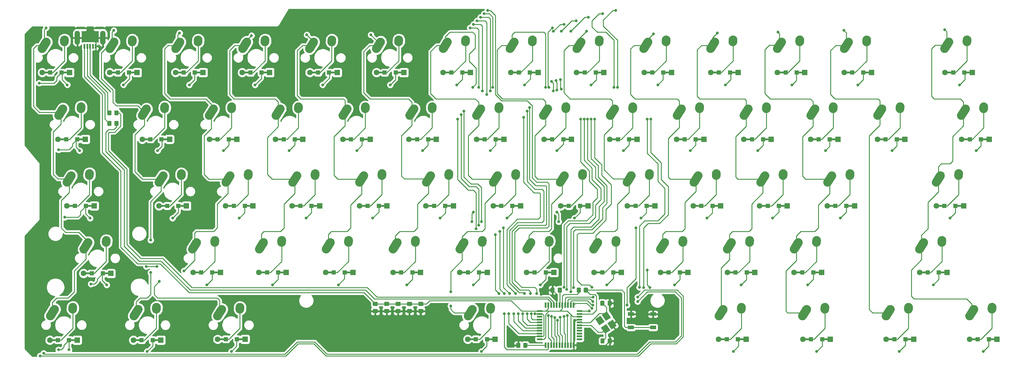
<source format=gbl>
%TF.GenerationSoftware,KiCad,Pcbnew,(5.1.10)-1*%
%TF.CreationDate,2022-03-05T23:42:07-05:00*%
%TF.ProjectId,Keebrov2,4b656562-726f-4763-922e-6b696361645f,rev?*%
%TF.SameCoordinates,Original*%
%TF.FileFunction,Copper,L2,Bot*%
%TF.FilePolarity,Positive*%
%FSLAX46Y46*%
G04 Gerber Fmt 4.6, Leading zero omitted, Abs format (unit mm)*
G04 Created by KiCad (PCBNEW (5.1.10)-1) date 2022-03-05 23:42:07*
%MOMM*%
%LPD*%
G01*
G04 APERTURE LIST*
%TA.AperFunction,SMDPad,CuDef*%
%ADD10C,0.100000*%
%TD*%
%TA.AperFunction,SMDPad,CuDef*%
%ADD11R,1.500000X0.550000*%
%TD*%
%TA.AperFunction,SMDPad,CuDef*%
%ADD12R,0.550000X1.500000*%
%TD*%
%TA.AperFunction,SMDPad,CuDef*%
%ADD13R,1.700000X1.000000*%
%TD*%
%TA.AperFunction,ComponentPad*%
%ADD14O,1.500000X4.000000*%
%TD*%
%TA.AperFunction,SMDPad,CuDef*%
%ADD15R,0.500000X1.400000*%
%TD*%
%TA.AperFunction,SMDPad,CuDef*%
%ADD16R,2.350000X0.800000*%
%TD*%
%TA.AperFunction,SMDPad,CuDef*%
%ADD17R,2.500000X0.500000*%
%TD*%
%TA.AperFunction,ComponentPad*%
%ADD18C,1.600000*%
%TD*%
%TA.AperFunction,ComponentPad*%
%ADD19R,1.600000X1.600000*%
%TD*%
%TA.AperFunction,SMDPad,CuDef*%
%ADD20R,1.200000X1.200000*%
%TD*%
%TA.AperFunction,ViaPad*%
%ADD21C,0.800000*%
%TD*%
%TA.AperFunction,Conductor*%
%ADD22C,0.250000*%
%TD*%
%TA.AperFunction,Conductor*%
%ADD23C,0.254000*%
%TD*%
%TA.AperFunction,Conductor*%
%ADD24C,0.100000*%
%TD*%
G04 APERTURE END LIST*
%TO.P,K4,2*%
%TO.N,Net-(D4-Pad2)*%
%TA.AperFunction,ComponentPad*%
G36*
G01*
X36321621Y-112824984D02*
X36361069Y-112246328D01*
G75*
G02*
X37693193Y-111084242I1247105J-85019D01*
G01*
X37693193Y-111084242D01*
G75*
G02*
X38855279Y-112416366I-85019J-1247105D01*
G01*
X38815831Y-112995022D01*
G75*
G02*
X37483707Y-114157108I-1247105J85019D01*
G01*
X37483707Y-114157108D01*
G75*
G02*
X36321621Y-112824984I85019J1247105D01*
G01*
G37*
%TD.AperFunction*%
%TO.P,K4,1*%
%TO.N,/col0*%
%TA.AperFunction,ComponentPad*%
G36*
G01*
X30154749Y-114167865D02*
X31363673Y-112270235D01*
G75*
G02*
X33089537Y-111887621I1054239J-671625D01*
G01*
X33089537Y-111887621D01*
G75*
G02*
X33472151Y-113613485I-671625J-1054239D01*
G01*
X32263227Y-115511115D01*
G75*
G02*
X30537363Y-115893729I-1054239J671625D01*
G01*
X30537363Y-115893729D01*
G75*
G02*
X30154749Y-114167865I671625J1054239D01*
G01*
G37*
%TD.AperFunction*%
%TD*%
%TO.P,K31,2*%
%TO.N,Net-(D31-Pad2)*%
%TA.AperFunction,ComponentPad*%
G36*
G01*
X145846118Y-131877497D02*
X145885566Y-131298841D01*
G75*
G02*
X147217690Y-130136755I1247105J-85019D01*
G01*
X147217690Y-130136755D01*
G75*
G02*
X148379776Y-131468879I-85019J-1247105D01*
G01*
X148340328Y-132047535D01*
G75*
G02*
X147008204Y-133209621I-1247105J85019D01*
G01*
X147008204Y-133209621D01*
G75*
G02*
X145846118Y-131877497I85019J1247105D01*
G01*
G37*
%TD.AperFunction*%
%TO.P,K31,1*%
%TO.N,/col6*%
%TA.AperFunction,ComponentPad*%
G36*
G01*
X139679246Y-133220378D02*
X140888170Y-131322748D01*
G75*
G02*
X142614034Y-130940134I1054239J-671625D01*
G01*
X142614034Y-130940134D01*
G75*
G02*
X142996648Y-132665998I-671625J-1054239D01*
G01*
X141787724Y-134563628D01*
G75*
G02*
X140061860Y-134946242I-1054239J671625D01*
G01*
X140061860Y-134946242D01*
G75*
G02*
X139679246Y-133220378I671625J1054239D01*
G01*
G37*
%TD.AperFunction*%
%TD*%
%TO.P,K5,2*%
%TO.N,Net-(D5-Pad2)*%
%TA.AperFunction,ComponentPad*%
G36*
G01*
X26779990Y-131860743D02*
X26819438Y-131282087D01*
G75*
G02*
X28151562Y-130120001I1247105J-85019D01*
G01*
X28151562Y-130120001D01*
G75*
G02*
X29313648Y-131452125I-85019J-1247105D01*
G01*
X29274200Y-132030781D01*
G75*
G02*
X27942076Y-133192867I-1247105J85019D01*
G01*
X27942076Y-133192867D01*
G75*
G02*
X26779990Y-131860743I85019J1247105D01*
G01*
G37*
%TD.AperFunction*%
%TO.P,K5,1*%
%TO.N,/col0*%
%TA.AperFunction,ComponentPad*%
G36*
G01*
X20613118Y-133203624D02*
X21822042Y-131305994D01*
G75*
G02*
X23547906Y-130923380I1054239J-671625D01*
G01*
X23547906Y-130923380D01*
G75*
G02*
X23930520Y-132649244I-671625J-1054239D01*
G01*
X22721596Y-134546874D01*
G75*
G02*
X20995732Y-134929488I-1054239J671625D01*
G01*
X20995732Y-134929488D01*
G75*
G02*
X20613118Y-133203624I671625J1054239D01*
G01*
G37*
%TD.AperFunction*%
%TD*%
%TA.AperFunction,SMDPad,CuDef*%
D10*
%TO.P,X1,4*%
%TO.N,N/C*%
G36*
X176943943Y-134795792D02*
G01*
X178436210Y-133789245D01*
X179610515Y-135530224D01*
X178118248Y-136536771D01*
X176943943Y-134795792D01*
G37*
%TD.AperFunction*%
%TA.AperFunction,SMDPad,CuDef*%
%TO.P,X1,3*%
%TO.N,GND*%
G36*
X180389485Y-135969776D02*
G01*
X181881752Y-134963229D01*
X183056057Y-136704208D01*
X181563790Y-137710755D01*
X180389485Y-135969776D01*
G37*
%TD.AperFunction*%
%TA.AperFunction,SMDPad,CuDef*%
%TO.P,X1,2*%
%TO.N,Net-(C2-Pad1)*%
G36*
X178565602Y-137200001D02*
G01*
X180057869Y-136193454D01*
X181232174Y-137934433D01*
X179739907Y-138940980D01*
X178565602Y-137200001D01*
G37*
%TD.AperFunction*%
%TA.AperFunction,SMDPad,CuDef*%
%TO.P,X1,1*%
%TO.N,Net-(C1-Pad1)*%
G36*
X178767826Y-133565567D02*
G01*
X180260093Y-132559020D01*
X181434398Y-134299999D01*
X179942131Y-135306546D01*
X178767826Y-133565567D01*
G37*
%TD.AperFunction*%
%TD*%
D11*
%TO.P,U1,44*%
%TO.N,VCC*%
X161050000Y-132500000D03*
%TO.P,U1,43*%
%TO.N,GND*%
X161050000Y-133300000D03*
%TO.P,U1,42*%
%TO.N,Net-(U1-Pad42)*%
X161050000Y-134100000D03*
%TO.P,U1,41*%
%TO.N,/col0*%
X161050000Y-134900000D03*
%TO.P,U1,40*%
%TO.N,/col1*%
X161050000Y-135700000D03*
%TO.P,U1,39*%
%TO.N,/col2*%
X161050000Y-136500000D03*
%TO.P,U1,38*%
%TO.N,/col3*%
X161050000Y-137300000D03*
%TO.P,U1,37*%
%TO.N,/col4*%
X161050000Y-138100000D03*
%TO.P,U1,36*%
%TO.N,/col5*%
X161050000Y-138900000D03*
%TO.P,U1,35*%
%TO.N,GND*%
X161050000Y-139700000D03*
%TO.P,U1,34*%
%TO.N,VCC*%
X161050000Y-140500000D03*
D12*
%TO.P,U1,33*%
%TO.N,Net-(R2-Pad2)*%
X162750000Y-142200000D03*
%TO.P,U1,32*%
%TO.N,/col6*%
X163550000Y-142200000D03*
%TO.P,U1,31*%
%TO.N,/col7*%
X164350000Y-142200000D03*
%TO.P,U1,30*%
%TO.N,/col8*%
X165150000Y-142200000D03*
%TO.P,U1,29*%
%TO.N,/col9*%
X165950000Y-142200000D03*
%TO.P,U1,28*%
%TO.N,/col10*%
X166750000Y-142200000D03*
%TO.P,U1,27*%
%TO.N,/col11*%
X167550000Y-142200000D03*
%TO.P,U1,26*%
%TO.N,/col12*%
X168350000Y-142200000D03*
%TO.P,U1,25*%
%TO.N,/col13*%
X169150000Y-142200000D03*
%TO.P,U1,24*%
%TO.N,VCC*%
X169950000Y-142200000D03*
%TO.P,U1,23*%
%TO.N,GND*%
X170750000Y-142200000D03*
D11*
%TO.P,U1,22*%
%TO.N,Net-(U1-Pad22)*%
X172450000Y-140500000D03*
%TO.P,U1,21*%
%TO.N,Net-(U1-Pad21)*%
X172450000Y-139700000D03*
%TO.P,U1,20*%
%TO.N,Net-(U1-Pad20)*%
X172450000Y-138900000D03*
%TO.P,U1,19*%
%TO.N,Net-(U1-Pad19)*%
X172450000Y-138100000D03*
%TO.P,U1,18*%
%TO.N,Net-(U1-Pad18)*%
X172450000Y-137300000D03*
%TO.P,U1,17*%
%TO.N,Net-(C2-Pad1)*%
X172450000Y-136500000D03*
%TO.P,U1,16*%
%TO.N,Net-(C1-Pad1)*%
X172450000Y-135700000D03*
%TO.P,U1,15*%
%TO.N,GND*%
X172450000Y-134900000D03*
%TO.P,U1,14*%
%TO.N,VCC*%
X172450000Y-134100000D03*
%TO.P,U1,13*%
%TO.N,Net-(R1-Pad1)*%
X172450000Y-133300000D03*
%TO.P,U1,12*%
%TO.N,/row4*%
X172450000Y-132500000D03*
D12*
%TO.P,U1,11*%
%TO.N,/row3*%
X170750000Y-130800000D03*
%TO.P,U1,10*%
%TO.N,/row2*%
X169950000Y-130800000D03*
%TO.P,U1,9*%
%TO.N,/row1*%
X169150000Y-130800000D03*
%TO.P,U1,8*%
%TO.N,/row0*%
X168350000Y-130800000D03*
%TO.P,U1,7*%
%TO.N,VCC*%
X167550000Y-130800000D03*
%TO.P,U1,6*%
%TO.N,Net-(C8-Pad1)*%
X166750000Y-130800000D03*
%TO.P,U1,5*%
%TO.N,GND*%
X165950000Y-130800000D03*
%TO.P,U1,4*%
%TO.N,Net-(R4-Pad1)*%
X165150000Y-130800000D03*
%TO.P,U1,3*%
%TO.N,Net-(R3-Pad1)*%
X164350000Y-130800000D03*
%TO.P,U1,2*%
%TO.N,VCC*%
X163550000Y-130800000D03*
%TO.P,U1,1*%
%TO.N,Net-(U1-Pad1)*%
X162750000Y-130800000D03*
%TD*%
D13*
%TO.P,SW1,2*%
%TO.N,Net-(R1-Pad1)*%
X187100000Y-137150000D03*
X193400000Y-137150000D03*
%TO.P,SW1,1*%
%TO.N,GND*%
X187100000Y-133350000D03*
X193400000Y-133350000D03*
%TD*%
%TO.P,R4,2*%
%TO.N,Net-(J1-Pad3)*%
%TA.AperFunction,SMDPad,CuDef*%
G36*
G01*
X39100000Y-75549999D02*
X39100000Y-76450001D01*
G75*
G02*
X38850001Y-76700000I-249999J0D01*
G01*
X38149999Y-76700000D01*
G75*
G02*
X37900000Y-76450001I0J249999D01*
G01*
X37900000Y-75549999D01*
G75*
G02*
X38149999Y-75300000I249999J0D01*
G01*
X38850001Y-75300000D01*
G75*
G02*
X39100000Y-75549999I0J-249999D01*
G01*
G37*
%TD.AperFunction*%
%TO.P,R4,1*%
%TO.N,Net-(R4-Pad1)*%
%TA.AperFunction,SMDPad,CuDef*%
G36*
G01*
X41100000Y-75549999D02*
X41100000Y-76450001D01*
G75*
G02*
X40850001Y-76700000I-249999J0D01*
G01*
X40149999Y-76700000D01*
G75*
G02*
X39900000Y-76450001I0J249999D01*
G01*
X39900000Y-75549999D01*
G75*
G02*
X40149999Y-75300000I249999J0D01*
G01*
X40850001Y-75300000D01*
G75*
G02*
X41100000Y-75549999I0J-249999D01*
G01*
G37*
%TD.AperFunction*%
%TD*%
%TO.P,R3,2*%
%TO.N,Net-(J1-Pad2)*%
%TA.AperFunction,SMDPad,CuDef*%
G36*
G01*
X39100000Y-78549999D02*
X39100000Y-79450001D01*
G75*
G02*
X38850001Y-79700000I-249999J0D01*
G01*
X38149999Y-79700000D01*
G75*
G02*
X37900000Y-79450001I0J249999D01*
G01*
X37900000Y-78549999D01*
G75*
G02*
X38149999Y-78300000I249999J0D01*
G01*
X38850001Y-78300000D01*
G75*
G02*
X39100000Y-78549999I0J-249999D01*
G01*
G37*
%TD.AperFunction*%
%TO.P,R3,1*%
%TO.N,Net-(R3-Pad1)*%
%TA.AperFunction,SMDPad,CuDef*%
G36*
G01*
X41100000Y-78549999D02*
X41100000Y-79450001D01*
G75*
G02*
X40850001Y-79700000I-249999J0D01*
G01*
X40149999Y-79700000D01*
G75*
G02*
X39900000Y-79450001I0J249999D01*
G01*
X39900000Y-78549999D01*
G75*
G02*
X40149999Y-78300000I249999J0D01*
G01*
X40850001Y-78300000D01*
G75*
G02*
X41100000Y-78549999I0J-249999D01*
G01*
G37*
%TD.AperFunction*%
%TD*%
%TO.P,R2,2*%
%TO.N,Net-(R2-Pad2)*%
%TA.AperFunction,SMDPad,CuDef*%
G36*
G01*
X156400000Y-142700001D02*
X156400000Y-141799999D01*
G75*
G02*
X156649999Y-141550000I249999J0D01*
G01*
X157350001Y-141550000D01*
G75*
G02*
X157600000Y-141799999I0J-249999D01*
G01*
X157600000Y-142700001D01*
G75*
G02*
X157350001Y-142950000I-249999J0D01*
G01*
X156649999Y-142950000D01*
G75*
G02*
X156400000Y-142700001I0J249999D01*
G01*
G37*
%TD.AperFunction*%
%TO.P,R2,1*%
%TO.N,GND*%
%TA.AperFunction,SMDPad,CuDef*%
G36*
G01*
X154400000Y-142700001D02*
X154400000Y-141799999D01*
G75*
G02*
X154649999Y-141550000I249999J0D01*
G01*
X155350001Y-141550000D01*
G75*
G02*
X155600000Y-141799999I0J-249999D01*
G01*
X155600000Y-142700001D01*
G75*
G02*
X155350001Y-142950000I-249999J0D01*
G01*
X154649999Y-142950000D01*
G75*
G02*
X154400000Y-142700001I0J249999D01*
G01*
G37*
%TD.AperFunction*%
%TD*%
%TO.P,R1,2*%
%TO.N,VCC*%
%TA.AperFunction,SMDPad,CuDef*%
G36*
G01*
X172850000Y-126049999D02*
X172850000Y-126950001D01*
G75*
G02*
X172600001Y-127200000I-249999J0D01*
G01*
X171899999Y-127200000D01*
G75*
G02*
X171650000Y-126950001I0J249999D01*
G01*
X171650000Y-126049999D01*
G75*
G02*
X171899999Y-125800000I249999J0D01*
G01*
X172600001Y-125800000D01*
G75*
G02*
X172850000Y-126049999I0J-249999D01*
G01*
G37*
%TD.AperFunction*%
%TO.P,R1,1*%
%TO.N,Net-(R1-Pad1)*%
%TA.AperFunction,SMDPad,CuDef*%
G36*
G01*
X174850000Y-126049999D02*
X174850000Y-126950001D01*
G75*
G02*
X174600001Y-127200000I-249999J0D01*
G01*
X173899999Y-127200000D01*
G75*
G02*
X173650000Y-126950001I0J249999D01*
G01*
X173650000Y-126049999D01*
G75*
G02*
X173899999Y-125800000I249999J0D01*
G01*
X174600001Y-125800000D01*
G75*
G02*
X174850000Y-126049999I0J-249999D01*
G01*
G37*
%TD.AperFunction*%
%TD*%
%TO.P,K61,2*%
%TO.N,Net-(D61-Pad2)*%
%TA.AperFunction,ComponentPad*%
G36*
G01*
X288711125Y-131861160D02*
X288750573Y-131282504D01*
G75*
G02*
X290082697Y-130120418I1247105J-85019D01*
G01*
X290082697Y-130120418D01*
G75*
G02*
X291244783Y-131452542I-85019J-1247105D01*
G01*
X291205335Y-132031198D01*
G75*
G02*
X289873211Y-133193284I-1247105J85019D01*
G01*
X289873211Y-133193284D01*
G75*
G02*
X288711125Y-131861160I85019J1247105D01*
G01*
G37*
%TD.AperFunction*%
%TO.P,K61,1*%
%TO.N,/col13*%
%TA.AperFunction,ComponentPad*%
G36*
G01*
X282544253Y-133204041D02*
X283753177Y-131306411D01*
G75*
G02*
X285479041Y-130923797I1054239J-671625D01*
G01*
X285479041Y-130923797D01*
G75*
G02*
X285861655Y-132649661I-671625J-1054239D01*
G01*
X284652731Y-134547291D01*
G75*
G02*
X282926867Y-134929905I-1054239J671625D01*
G01*
X282926867Y-134929905D01*
G75*
G02*
X282544253Y-133204041I671625J1054239D01*
G01*
G37*
%TD.AperFunction*%
%TD*%
%TO.P,K60,2*%
%TO.N,Net-(D60-Pad2)*%
%TA.AperFunction,ComponentPad*%
G36*
G01*
X274426055Y-112825534D02*
X274465503Y-112246878D01*
G75*
G02*
X275797627Y-111084792I1247105J-85019D01*
G01*
X275797627Y-111084792D01*
G75*
G02*
X276959713Y-112416916I-85019J-1247105D01*
G01*
X276920265Y-112995572D01*
G75*
G02*
X275588141Y-114157658I-1247105J85019D01*
G01*
X275588141Y-114157658D01*
G75*
G02*
X274426055Y-112825534I85019J1247105D01*
G01*
G37*
%TD.AperFunction*%
%TO.P,K60,1*%
%TO.N,/col13*%
%TA.AperFunction,ComponentPad*%
G36*
G01*
X268259183Y-114168415D02*
X269468107Y-112270785D01*
G75*
G02*
X271193971Y-111888171I1054239J-671625D01*
G01*
X271193971Y-111888171D01*
G75*
G02*
X271576585Y-113614035I-671625J-1054239D01*
G01*
X270367661Y-115511665D01*
G75*
G02*
X268641797Y-115894279I-1054239J671625D01*
G01*
X268641797Y-115894279D01*
G75*
G02*
X268259183Y-114168415I671625J1054239D01*
G01*
G37*
%TD.AperFunction*%
%TD*%
%TO.P,K59,2*%
%TO.N,Net-(D59-Pad2)*%
%TA.AperFunction,ComponentPad*%
G36*
G01*
X286343493Y-74740828D02*
X286382941Y-74162172D01*
G75*
G02*
X287715065Y-73000086I1247105J-85019D01*
G01*
X287715065Y-73000086D01*
G75*
G02*
X288877151Y-74332210I-85019J-1247105D01*
G01*
X288837703Y-74910866D01*
G75*
G02*
X287505579Y-76072952I-1247105J85019D01*
G01*
X287505579Y-76072952D01*
G75*
G02*
X286343493Y-74740828I85019J1247105D01*
G01*
G37*
%TD.AperFunction*%
%TO.P,K59,1*%
%TO.N,/col13*%
%TA.AperFunction,ComponentPad*%
G36*
G01*
X280176621Y-76083709D02*
X281385545Y-74186079D01*
G75*
G02*
X283111409Y-73803465I1054239J-671625D01*
G01*
X283111409Y-73803465D01*
G75*
G02*
X283494023Y-75529329I-671625J-1054239D01*
G01*
X282285099Y-77426959D01*
G75*
G02*
X280559235Y-77809573I-1054239J671625D01*
G01*
X280559235Y-77809573D01*
G75*
G02*
X280176621Y-76083709I671625J1054239D01*
G01*
G37*
%TD.AperFunction*%
%TD*%
%TO.P,K58,2*%
%TO.N,Net-(D58-Pad2)*%
%TA.AperFunction,ComponentPad*%
G36*
G01*
X281586133Y-55671222D02*
X281625581Y-55092566D01*
G75*
G02*
X282957705Y-53930480I1247105J-85019D01*
G01*
X282957705Y-53930480D01*
G75*
G02*
X284119791Y-55262604I-85019J-1247105D01*
G01*
X284080343Y-55841260D01*
G75*
G02*
X282748219Y-57003346I-1247105J85019D01*
G01*
X282748219Y-57003346D01*
G75*
G02*
X281586133Y-55671222I85019J1247105D01*
G01*
G37*
%TD.AperFunction*%
%TO.P,K58,1*%
%TO.N,/col13*%
%TA.AperFunction,ComponentPad*%
G36*
G01*
X275419261Y-57014103D02*
X276628185Y-55116473D01*
G75*
G02*
X278354049Y-54733859I1054239J-671625D01*
G01*
X278354049Y-54733859D01*
G75*
G02*
X278736663Y-56459723I-671625J-1054239D01*
G01*
X277527739Y-58357353D01*
G75*
G02*
X275801875Y-58739967I-1054239J671625D01*
G01*
X275801875Y-58739967D01*
G75*
G02*
X275419261Y-57014103I671625J1054239D01*
G01*
G37*
%TD.AperFunction*%
%TD*%
%TO.P,K57,2*%
%TO.N,Net-(D57-Pad2)*%
%TA.AperFunction,ComponentPad*%
G36*
G01*
X264910950Y-131876159D02*
X264950398Y-131297503D01*
G75*
G02*
X266282522Y-130135417I1247105J-85019D01*
G01*
X266282522Y-130135417D01*
G75*
G02*
X267444608Y-131467541I-85019J-1247105D01*
G01*
X267405160Y-132046197D01*
G75*
G02*
X266073036Y-133208283I-1247105J85019D01*
G01*
X266073036Y-133208283D01*
G75*
G02*
X264910950Y-131876159I85019J1247105D01*
G01*
G37*
%TD.AperFunction*%
%TO.P,K57,1*%
%TO.N,/col12*%
%TA.AperFunction,ComponentPad*%
G36*
G01*
X258744078Y-133219040D02*
X259953002Y-131321410D01*
G75*
G02*
X261678866Y-130938796I1054239J-671625D01*
G01*
X261678866Y-130938796D01*
G75*
G02*
X262061480Y-132664660I-671625J-1054239D01*
G01*
X260852556Y-134562290D01*
G75*
G02*
X259126692Y-134944904I-1054239J671625D01*
G01*
X259126692Y-134944904D01*
G75*
G02*
X258744078Y-133219040I671625J1054239D01*
G01*
G37*
%TD.AperFunction*%
%TD*%
%TO.P,K56,2*%
%TO.N,Net-(D56-Pad2)*%
%TA.AperFunction,ComponentPad*%
G36*
G01*
X279202405Y-93773765D02*
X279241853Y-93195109D01*
G75*
G02*
X280573977Y-92033023I1247105J-85019D01*
G01*
X280573977Y-92033023D01*
G75*
G02*
X281736063Y-93365147I-85019J-1247105D01*
G01*
X281696615Y-93943803D01*
G75*
G02*
X280364491Y-95105889I-1247105J85019D01*
G01*
X280364491Y-95105889D01*
G75*
G02*
X279202405Y-93773765I85019J1247105D01*
G01*
G37*
%TD.AperFunction*%
%TO.P,K56,1*%
%TO.N,/col13*%
%TA.AperFunction,ComponentPad*%
G36*
G01*
X273035533Y-95116646D02*
X274244457Y-93219016D01*
G75*
G02*
X275970321Y-92836402I1054239J-671625D01*
G01*
X275970321Y-92836402D01*
G75*
G02*
X276352935Y-94562266I-671625J-1054239D01*
G01*
X275144011Y-96459896D01*
G75*
G02*
X273418147Y-96842510I-1054239J671625D01*
G01*
X273418147Y-96842510D01*
G75*
G02*
X273035533Y-95116646I671625J1054239D01*
G01*
G37*
%TD.AperFunction*%
%TD*%
%TO.P,K55,2*%
%TO.N,Net-(D55-Pad2)*%
%TA.AperFunction,ComponentPad*%
G36*
G01*
X262519763Y-74722382D02*
X262559211Y-74143726D01*
G75*
G02*
X263891335Y-72981640I1247105J-85019D01*
G01*
X263891335Y-72981640D01*
G75*
G02*
X265053421Y-74313764I-85019J-1247105D01*
G01*
X265013973Y-74892420D01*
G75*
G02*
X263681849Y-76054506I-1247105J85019D01*
G01*
X263681849Y-76054506D01*
G75*
G02*
X262519763Y-74722382I85019J1247105D01*
G01*
G37*
%TD.AperFunction*%
%TO.P,K55,1*%
%TO.N,/col12*%
%TA.AperFunction,ComponentPad*%
G36*
G01*
X256352891Y-76065263D02*
X257561815Y-74167633D01*
G75*
G02*
X259287679Y-73785019I1054239J-671625D01*
G01*
X259287679Y-73785019D01*
G75*
G02*
X259670293Y-75510883I-671625J-1054239D01*
G01*
X258461369Y-77408513D01*
G75*
G02*
X256735505Y-77791127I-1054239J671625D01*
G01*
X256735505Y-77791127D01*
G75*
G02*
X256352891Y-76065263I671625J1054239D01*
G01*
G37*
%TD.AperFunction*%
%TD*%
%TO.P,K54,2*%
%TO.N,Net-(D54-Pad2)*%
%TA.AperFunction,ComponentPad*%
G36*
G01*
X253002091Y-55687006D02*
X253041539Y-55108350D01*
G75*
G02*
X254373663Y-53946264I1247105J-85019D01*
G01*
X254373663Y-53946264D01*
G75*
G02*
X255535749Y-55278388I-85019J-1247105D01*
G01*
X255496301Y-55857044D01*
G75*
G02*
X254164177Y-57019130I-1247105J85019D01*
G01*
X254164177Y-57019130D01*
G75*
G02*
X253002091Y-55687006I85019J1247105D01*
G01*
G37*
%TD.AperFunction*%
%TO.P,K54,1*%
%TO.N,/col12*%
%TA.AperFunction,ComponentPad*%
G36*
G01*
X246835219Y-57029887D02*
X248044143Y-55132257D01*
G75*
G02*
X249770007Y-54749643I1054239J-671625D01*
G01*
X249770007Y-54749643D01*
G75*
G02*
X250152621Y-56475507I-671625J-1054239D01*
G01*
X248943697Y-58373137D01*
G75*
G02*
X247217833Y-58755751I-1054239J671625D01*
G01*
X247217833Y-58755751D01*
G75*
G02*
X246835219Y-57029887I671625J1054239D01*
G01*
G37*
%TD.AperFunction*%
%TD*%
%TO.P,K53,2*%
%TO.N,Net-(D53-Pad2)*%
%TA.AperFunction,ComponentPad*%
G36*
G01*
X241096028Y-131874890D02*
X241135476Y-131296234D01*
G75*
G02*
X242467600Y-130134148I1247105J-85019D01*
G01*
X242467600Y-130134148D01*
G75*
G02*
X243629686Y-131466272I-85019J-1247105D01*
G01*
X243590238Y-132044928D01*
G75*
G02*
X242258114Y-133207014I-1247105J85019D01*
G01*
X242258114Y-133207014D01*
G75*
G02*
X241096028Y-131874890I85019J1247105D01*
G01*
G37*
%TD.AperFunction*%
%TO.P,K53,1*%
%TO.N,/col11*%
%TA.AperFunction,ComponentPad*%
G36*
G01*
X234929156Y-133217771D02*
X236138080Y-131320141D01*
G75*
G02*
X237863944Y-130937527I1054239J-671625D01*
G01*
X237863944Y-130937527D01*
G75*
G02*
X238246558Y-132663391I-671625J-1054239D01*
G01*
X237037634Y-134561021D01*
G75*
G02*
X235311770Y-134943635I-1054239J671625D01*
G01*
X235311770Y-134943635D01*
G75*
G02*
X234929156Y-133217771I671625J1054239D01*
G01*
G37*
%TD.AperFunction*%
%TD*%
%TO.P,K52,2*%
%TO.N,Net-(D52-Pad2)*%
%TA.AperFunction,ComponentPad*%
G36*
G01*
X238718602Y-112824472D02*
X238758050Y-112245816D01*
G75*
G02*
X240090174Y-111083730I1247105J-85019D01*
G01*
X240090174Y-111083730D01*
G75*
G02*
X241252260Y-112415854I-85019J-1247105D01*
G01*
X241212812Y-112994510D01*
G75*
G02*
X239880688Y-114156596I-1247105J85019D01*
G01*
X239880688Y-114156596D01*
G75*
G02*
X238718602Y-112824472I85019J1247105D01*
G01*
G37*
%TD.AperFunction*%
%TO.P,K52,1*%
%TO.N,/col11*%
%TA.AperFunction,ComponentPad*%
G36*
G01*
X232551730Y-114167353D02*
X233760654Y-112269723D01*
G75*
G02*
X235486518Y-111887109I1054239J-671625D01*
G01*
X235486518Y-111887109D01*
G75*
G02*
X235869132Y-113612973I-671625J-1054239D01*
G01*
X234660208Y-115510603D01*
G75*
G02*
X232934344Y-115893217I-1054239J671625D01*
G01*
X232934344Y-115893217D01*
G75*
G02*
X232551730Y-114167353I671625J1054239D01*
G01*
G37*
%TD.AperFunction*%
%TD*%
%TO.P,K51,2*%
%TO.N,Net-(D51-Pad2)*%
%TA.AperFunction,ComponentPad*%
G36*
G01*
X248243445Y-93784446D02*
X248282893Y-93205790D01*
G75*
G02*
X249615017Y-92043704I1247105J-85019D01*
G01*
X249615017Y-92043704D01*
G75*
G02*
X250777103Y-93375828I-85019J-1247105D01*
G01*
X250737655Y-93954484D01*
G75*
G02*
X249405531Y-95116570I-1247105J85019D01*
G01*
X249405531Y-95116570D01*
G75*
G02*
X248243445Y-93784446I85019J1247105D01*
G01*
G37*
%TD.AperFunction*%
%TO.P,K51,1*%
%TO.N,/col11*%
%TA.AperFunction,ComponentPad*%
G36*
G01*
X242076573Y-95127327D02*
X243285497Y-93229697D01*
G75*
G02*
X245011361Y-92847083I1054239J-671625D01*
G01*
X245011361Y-92847083D01*
G75*
G02*
X245393975Y-94572947I-671625J-1054239D01*
G01*
X244185051Y-96470577D01*
G75*
G02*
X242459187Y-96853191I-1054239J671625D01*
G01*
X242459187Y-96853191D01*
G75*
G02*
X242076573Y-95127327I671625J1054239D01*
G01*
G37*
%TD.AperFunction*%
%TD*%
%TO.P,K50,2*%
%TO.N,Net-(D50-Pad2)*%
%TA.AperFunction,ComponentPad*%
G36*
G01*
X243470894Y-74730335D02*
X243510342Y-74151679D01*
G75*
G02*
X244842466Y-72989593I1247105J-85019D01*
G01*
X244842466Y-72989593D01*
G75*
G02*
X246004552Y-74321717I-85019J-1247105D01*
G01*
X245965104Y-74900373D01*
G75*
G02*
X244632980Y-76062459I-1247105J85019D01*
G01*
X244632980Y-76062459D01*
G75*
G02*
X243470894Y-74730335I85019J1247105D01*
G01*
G37*
%TD.AperFunction*%
%TO.P,K50,1*%
%TO.N,/col11*%
%TA.AperFunction,ComponentPad*%
G36*
G01*
X237304022Y-76073216D02*
X238512946Y-74175586D01*
G75*
G02*
X240238810Y-73792972I1054239J-671625D01*
G01*
X240238810Y-73792972D01*
G75*
G02*
X240621424Y-75518836I-671625J-1054239D01*
G01*
X239412500Y-77416466D01*
G75*
G02*
X237686636Y-77799080I-1054239J671625D01*
G01*
X237686636Y-77799080D01*
G75*
G02*
X237304022Y-76073216I671625J1054239D01*
G01*
G37*
%TD.AperFunction*%
%TD*%
%TO.P,K49,2*%
%TO.N,Net-(D49-Pad2)*%
%TA.AperFunction,ComponentPad*%
G36*
G01*
X233928830Y-55669689D02*
X233968278Y-55091033D01*
G75*
G02*
X235300402Y-53928947I1247105J-85019D01*
G01*
X235300402Y-53928947D01*
G75*
G02*
X236462488Y-55261071I-85019J-1247105D01*
G01*
X236423040Y-55839727D01*
G75*
G02*
X235090916Y-57001813I-1247105J85019D01*
G01*
X235090916Y-57001813D01*
G75*
G02*
X233928830Y-55669689I85019J1247105D01*
G01*
G37*
%TD.AperFunction*%
%TO.P,K49,1*%
%TO.N,/col11*%
%TA.AperFunction,ComponentPad*%
G36*
G01*
X227761958Y-57012570D02*
X228970882Y-55114940D01*
G75*
G02*
X230696746Y-54732326I1054239J-671625D01*
G01*
X230696746Y-54732326D01*
G75*
G02*
X231079360Y-56458190I-671625J-1054239D01*
G01*
X229870436Y-58355820D01*
G75*
G02*
X228144572Y-58738434I-1054239J671625D01*
G01*
X228144572Y-58738434D01*
G75*
G02*
X227761958Y-57012570I671625J1054239D01*
G01*
G37*
%TD.AperFunction*%
%TD*%
%TO.P,K48,2*%
%TO.N,Net-(D48-Pad2)*%
%TA.AperFunction,ComponentPad*%
G36*
G01*
X217301822Y-131880510D02*
X217341270Y-131301854D01*
G75*
G02*
X218673394Y-130139768I1247105J-85019D01*
G01*
X218673394Y-130139768D01*
G75*
G02*
X219835480Y-131471892I-85019J-1247105D01*
G01*
X219796032Y-132050548D01*
G75*
G02*
X218463908Y-133212634I-1247105J85019D01*
G01*
X218463908Y-133212634D01*
G75*
G02*
X217301822Y-131880510I85019J1247105D01*
G01*
G37*
%TD.AperFunction*%
%TO.P,K48,1*%
%TO.N,/col10*%
%TA.AperFunction,ComponentPad*%
G36*
G01*
X211134950Y-133223391D02*
X212343874Y-131325761D01*
G75*
G02*
X214069738Y-130943147I1054239J-671625D01*
G01*
X214069738Y-130943147D01*
G75*
G02*
X214452352Y-132669011I-671625J-1054239D01*
G01*
X213243428Y-134566641D01*
G75*
G02*
X211517564Y-134949255I-1054239J671625D01*
G01*
X211517564Y-134949255D01*
G75*
G02*
X211134950Y-133223391I671625J1054239D01*
G01*
G37*
%TD.AperFunction*%
%TD*%
%TO.P,K47,2*%
%TO.N,Net-(D47-Pad2)*%
%TA.AperFunction,ComponentPad*%
G36*
G01*
X219660835Y-112829869D02*
X219700283Y-112251213D01*
G75*
G02*
X221032407Y-111089127I1247105J-85019D01*
G01*
X221032407Y-111089127D01*
G75*
G02*
X222194493Y-112421251I-85019J-1247105D01*
G01*
X222155045Y-112999907D01*
G75*
G02*
X220822921Y-114161993I-1247105J85019D01*
G01*
X220822921Y-114161993D01*
G75*
G02*
X219660835Y-112829869I85019J1247105D01*
G01*
G37*
%TD.AperFunction*%
%TO.P,K47,1*%
%TO.N,/col10*%
%TA.AperFunction,ComponentPad*%
G36*
G01*
X213493963Y-114172750D02*
X214702887Y-112275120D01*
G75*
G02*
X216428751Y-111892506I1054239J-671625D01*
G01*
X216428751Y-111892506D01*
G75*
G02*
X216811365Y-113618370I-671625J-1054239D01*
G01*
X215602441Y-115516000D01*
G75*
G02*
X213876577Y-115898614I-1054239J671625D01*
G01*
X213876577Y-115898614D01*
G75*
G02*
X213493963Y-114172750I671625J1054239D01*
G01*
G37*
%TD.AperFunction*%
%TD*%
%TO.P,K46,2*%
%TO.N,Net-(D46-Pad2)*%
%TA.AperFunction,ComponentPad*%
G36*
G01*
X229192068Y-93781077D02*
X229231516Y-93202421D01*
G75*
G02*
X230563640Y-92040335I1247105J-85019D01*
G01*
X230563640Y-92040335D01*
G75*
G02*
X231725726Y-93372459I-85019J-1247105D01*
G01*
X231686278Y-93951115D01*
G75*
G02*
X230354154Y-95113201I-1247105J85019D01*
G01*
X230354154Y-95113201D01*
G75*
G02*
X229192068Y-93781077I85019J1247105D01*
G01*
G37*
%TD.AperFunction*%
%TO.P,K46,1*%
%TO.N,/col10*%
%TA.AperFunction,ComponentPad*%
G36*
G01*
X223025196Y-95123958D02*
X224234120Y-93226328D01*
G75*
G02*
X225959984Y-92843714I1054239J-671625D01*
G01*
X225959984Y-92843714D01*
G75*
G02*
X226342598Y-94569578I-671625J-1054239D01*
G01*
X225133674Y-96467208D01*
G75*
G02*
X223407810Y-96849822I-1054239J671625D01*
G01*
X223407810Y-96849822D01*
G75*
G02*
X223025196Y-95123958I671625J1054239D01*
G01*
G37*
%TD.AperFunction*%
%TD*%
%TO.P,K45,2*%
%TO.N,Net-(D45-Pad2)*%
%TA.AperFunction,ComponentPad*%
G36*
G01*
X224434983Y-74726410D02*
X224474431Y-74147754D01*
G75*
G02*
X225806555Y-72985668I1247105J-85019D01*
G01*
X225806555Y-72985668D01*
G75*
G02*
X226968641Y-74317792I-85019J-1247105D01*
G01*
X226929193Y-74896448D01*
G75*
G02*
X225597069Y-76058534I-1247105J85019D01*
G01*
X225597069Y-76058534D01*
G75*
G02*
X224434983Y-74726410I85019J1247105D01*
G01*
G37*
%TD.AperFunction*%
%TO.P,K45,1*%
%TO.N,/col10*%
%TA.AperFunction,ComponentPad*%
G36*
G01*
X218268111Y-76069291D02*
X219477035Y-74171661D01*
G75*
G02*
X221202899Y-73789047I1054239J-671625D01*
G01*
X221202899Y-73789047D01*
G75*
G02*
X221585513Y-75514911I-671625J-1054239D01*
G01*
X220376589Y-77412541D01*
G75*
G02*
X218650725Y-77795155I-1054239J671625D01*
G01*
X218650725Y-77795155D01*
G75*
G02*
X218268111Y-76069291I671625J1054239D01*
G01*
G37*
%TD.AperFunction*%
%TD*%
%TO.P,K44,2*%
%TO.N,Net-(D44-Pad2)*%
%TA.AperFunction,ComponentPad*%
G36*
G01*
X214899366Y-55672843D02*
X214938814Y-55094187D01*
G75*
G02*
X216270938Y-53932101I1247105J-85019D01*
G01*
X216270938Y-53932101D01*
G75*
G02*
X217433024Y-55264225I-85019J-1247105D01*
G01*
X217393576Y-55842881D01*
G75*
G02*
X216061452Y-57004967I-1247105J85019D01*
G01*
X216061452Y-57004967D01*
G75*
G02*
X214899366Y-55672843I85019J1247105D01*
G01*
G37*
%TD.AperFunction*%
%TO.P,K44,1*%
%TO.N,/col10*%
%TA.AperFunction,ComponentPad*%
G36*
G01*
X208732494Y-57015724D02*
X209941418Y-55118094D01*
G75*
G02*
X211667282Y-54735480I1054239J-671625D01*
G01*
X211667282Y-54735480D01*
G75*
G02*
X212049896Y-56461344I-671625J-1054239D01*
G01*
X210840972Y-58358974D01*
G75*
G02*
X209115108Y-58741588I-1054239J671625D01*
G01*
X209115108Y-58741588D01*
G75*
G02*
X208732494Y-57015724I671625J1054239D01*
G01*
G37*
%TD.AperFunction*%
%TD*%
%TO.P,K43,2*%
%TO.N,Net-(D43-Pad2)*%
%TA.AperFunction,ComponentPad*%
G36*
G01*
X200633989Y-112830626D02*
X200673437Y-112251970D01*
G75*
G02*
X202005561Y-111089884I1247105J-85019D01*
G01*
X202005561Y-111089884D01*
G75*
G02*
X203167647Y-112422008I-85019J-1247105D01*
G01*
X203128199Y-113000664D01*
G75*
G02*
X201796075Y-114162750I-1247105J85019D01*
G01*
X201796075Y-114162750D01*
G75*
G02*
X200633989Y-112830626I85019J1247105D01*
G01*
G37*
%TD.AperFunction*%
%TO.P,K43,1*%
%TO.N,/col9*%
%TA.AperFunction,ComponentPad*%
G36*
G01*
X194467117Y-114173507D02*
X195676041Y-112275877D01*
G75*
G02*
X197401905Y-111893263I1054239J-671625D01*
G01*
X197401905Y-111893263D01*
G75*
G02*
X197784519Y-113619127I-671625J-1054239D01*
G01*
X196575595Y-115516757D01*
G75*
G02*
X194849731Y-115899371I-1054239J671625D01*
G01*
X194849731Y-115899371D01*
G75*
G02*
X194467117Y-114173507I671625J1054239D01*
G01*
G37*
%TD.AperFunction*%
%TD*%
%TO.P,K42,2*%
%TO.N,Net-(D42-Pad2)*%
%TA.AperFunction,ComponentPad*%
G36*
G01*
X210153982Y-93771513D02*
X210193430Y-93192857D01*
G75*
G02*
X211525554Y-92030771I1247105J-85019D01*
G01*
X211525554Y-92030771D01*
G75*
G02*
X212687640Y-93362895I-85019J-1247105D01*
G01*
X212648192Y-93941551D01*
G75*
G02*
X211316068Y-95103637I-1247105J85019D01*
G01*
X211316068Y-95103637D01*
G75*
G02*
X210153982Y-93771513I85019J1247105D01*
G01*
G37*
%TD.AperFunction*%
%TO.P,K42,1*%
%TO.N,/col9*%
%TA.AperFunction,ComponentPad*%
G36*
G01*
X203987110Y-95114394D02*
X205196034Y-93216764D01*
G75*
G02*
X206921898Y-92834150I1054239J-671625D01*
G01*
X206921898Y-92834150D01*
G75*
G02*
X207304512Y-94560014I-671625J-1054239D01*
G01*
X206095588Y-96457644D01*
G75*
G02*
X204369724Y-96840258I-1054239J671625D01*
G01*
X204369724Y-96840258D01*
G75*
G02*
X203987110Y-95114394I671625J1054239D01*
G01*
G37*
%TD.AperFunction*%
%TD*%
%TO.P,K41,2*%
%TO.N,Net-(D41-Pad2)*%
%TA.AperFunction,ComponentPad*%
G36*
G01*
X205391833Y-74727820D02*
X205431281Y-74149164D01*
G75*
G02*
X206763405Y-72987078I1247105J-85019D01*
G01*
X206763405Y-72987078D01*
G75*
G02*
X207925491Y-74319202I-85019J-1247105D01*
G01*
X207886043Y-74897858D01*
G75*
G02*
X206553919Y-76059944I-1247105J85019D01*
G01*
X206553919Y-76059944D01*
G75*
G02*
X205391833Y-74727820I85019J1247105D01*
G01*
G37*
%TD.AperFunction*%
%TO.P,K41,1*%
%TO.N,/col9*%
%TA.AperFunction,ComponentPad*%
G36*
G01*
X199224961Y-76070701D02*
X200433885Y-74173071D01*
G75*
G02*
X202159749Y-73790457I1054239J-671625D01*
G01*
X202159749Y-73790457D01*
G75*
G02*
X202542363Y-75516321I-671625J-1054239D01*
G01*
X201333439Y-77413951D01*
G75*
G02*
X199607575Y-77796565I-1054239J671625D01*
G01*
X199607575Y-77796565D01*
G75*
G02*
X199224961Y-76070701I671625J1054239D01*
G01*
G37*
%TD.AperFunction*%
%TD*%
%TO.P,K40,2*%
%TO.N,Net-(D40-Pad2)*%
%TA.AperFunction,ComponentPad*%
G36*
G01*
X195854073Y-55676237D02*
X195893521Y-55097581D01*
G75*
G02*
X197225645Y-53935495I1247105J-85019D01*
G01*
X197225645Y-53935495D01*
G75*
G02*
X198387731Y-55267619I-85019J-1247105D01*
G01*
X198348283Y-55846275D01*
G75*
G02*
X197016159Y-57008361I-1247105J85019D01*
G01*
X197016159Y-57008361D01*
G75*
G02*
X195854073Y-55676237I85019J1247105D01*
G01*
G37*
%TD.AperFunction*%
%TO.P,K40,1*%
%TO.N,/col9*%
%TA.AperFunction,ComponentPad*%
G36*
G01*
X189687201Y-57019118D02*
X190896125Y-55121488D01*
G75*
G02*
X192621989Y-54738874I1054239J-671625D01*
G01*
X192621989Y-54738874D01*
G75*
G02*
X193004603Y-56464738I-671625J-1054239D01*
G01*
X191795679Y-58362368D01*
G75*
G02*
X190069815Y-58744982I-1054239J671625D01*
G01*
X190069815Y-58744982D01*
G75*
G02*
X189687201Y-57019118I671625J1054239D01*
G01*
G37*
%TD.AperFunction*%
%TD*%
%TO.P,K39,2*%
%TO.N,Net-(D39-Pad2)*%
%TA.AperFunction,ComponentPad*%
G36*
G01*
X181571621Y-112827134D02*
X181611069Y-112248478D01*
G75*
G02*
X182943193Y-111086392I1247105J-85019D01*
G01*
X182943193Y-111086392D01*
G75*
G02*
X184105279Y-112418516I-85019J-1247105D01*
G01*
X184065831Y-112997172D01*
G75*
G02*
X182733707Y-114159258I-1247105J85019D01*
G01*
X182733707Y-114159258D01*
G75*
G02*
X181571621Y-112827134I85019J1247105D01*
G01*
G37*
%TD.AperFunction*%
%TO.P,K39,1*%
%TO.N,/col8*%
%TA.AperFunction,ComponentPad*%
G36*
G01*
X175404749Y-114170015D02*
X176613673Y-112272385D01*
G75*
G02*
X178339537Y-111889771I1054239J-671625D01*
G01*
X178339537Y-111889771D01*
G75*
G02*
X178722151Y-113615635I-671625J-1054239D01*
G01*
X177513227Y-115513265D01*
G75*
G02*
X175787363Y-115895879I-1054239J671625D01*
G01*
X175787363Y-115895879D01*
G75*
G02*
X175404749Y-114170015I671625J1054239D01*
G01*
G37*
%TD.AperFunction*%
%TD*%
%TO.P,K38,2*%
%TO.N,Net-(D38-Pad2)*%
%TA.AperFunction,ComponentPad*%
G36*
G01*
X191098270Y-93751483D02*
X191137718Y-93172827D01*
G75*
G02*
X192469842Y-92010741I1247105J-85019D01*
G01*
X192469842Y-92010741D01*
G75*
G02*
X193631928Y-93342865I-85019J-1247105D01*
G01*
X193592480Y-93921521D01*
G75*
G02*
X192260356Y-95083607I-1247105J85019D01*
G01*
X192260356Y-95083607D01*
G75*
G02*
X191098270Y-93751483I85019J1247105D01*
G01*
G37*
%TD.AperFunction*%
%TO.P,K38,1*%
%TO.N,/col8*%
%TA.AperFunction,ComponentPad*%
G36*
G01*
X184931398Y-95094364D02*
X186140322Y-93196734D01*
G75*
G02*
X187866186Y-92814120I1054239J-671625D01*
G01*
X187866186Y-92814120D01*
G75*
G02*
X188248800Y-94539984I-671625J-1054239D01*
G01*
X187039876Y-96437614D01*
G75*
G02*
X185314012Y-96820228I-1054239J671625D01*
G01*
X185314012Y-96820228D01*
G75*
G02*
X184931398Y-95094364I671625J1054239D01*
G01*
G37*
%TD.AperFunction*%
%TD*%
%TO.P,K37,2*%
%TO.N,Net-(D37-Pad2)*%
%TA.AperFunction,ComponentPad*%
G36*
G01*
X186343427Y-74733652D02*
X186382875Y-74154996D01*
G75*
G02*
X187714999Y-72992910I1247105J-85019D01*
G01*
X187714999Y-72992910D01*
G75*
G02*
X188877085Y-74325034I-85019J-1247105D01*
G01*
X188837637Y-74903690D01*
G75*
G02*
X187505513Y-76065776I-1247105J85019D01*
G01*
X187505513Y-76065776D01*
G75*
G02*
X186343427Y-74733652I85019J1247105D01*
G01*
G37*
%TD.AperFunction*%
%TO.P,K37,1*%
%TO.N,/col8*%
%TA.AperFunction,ComponentPad*%
G36*
G01*
X180176555Y-76076533D02*
X181385479Y-74178903D01*
G75*
G02*
X183111343Y-73796289I1054239J-671625D01*
G01*
X183111343Y-73796289D01*
G75*
G02*
X183493957Y-75522153I-671625J-1054239D01*
G01*
X182285033Y-77419783D01*
G75*
G02*
X180559169Y-77802397I-1054239J671625D01*
G01*
X180559169Y-77802397D01*
G75*
G02*
X180176555Y-76076533I671625J1054239D01*
G01*
G37*
%TD.AperFunction*%
%TD*%
%TO.P,K36,2*%
%TO.N,Net-(D36-Pad2)*%
%TA.AperFunction,ComponentPad*%
G36*
G01*
X176806004Y-55684121D02*
X176845452Y-55105465D01*
G75*
G02*
X178177576Y-53943379I1247105J-85019D01*
G01*
X178177576Y-53943379D01*
G75*
G02*
X179339662Y-55275503I-85019J-1247105D01*
G01*
X179300214Y-55854159D01*
G75*
G02*
X177968090Y-57016245I-1247105J85019D01*
G01*
X177968090Y-57016245D01*
G75*
G02*
X176806004Y-55684121I85019J1247105D01*
G01*
G37*
%TD.AperFunction*%
%TO.P,K36,1*%
%TO.N,/col8*%
%TA.AperFunction,ComponentPad*%
G36*
G01*
X170639132Y-57027002D02*
X171848056Y-55129372D01*
G75*
G02*
X173573920Y-54746758I1054239J-671625D01*
G01*
X173573920Y-54746758D01*
G75*
G02*
X173956534Y-56472622I-671625J-1054239D01*
G01*
X172747610Y-58370252D01*
G75*
G02*
X171021746Y-58752866I-1054239J671625D01*
G01*
X171021746Y-58752866D01*
G75*
G02*
X170639132Y-57027002I671625J1054239D01*
G01*
G37*
%TD.AperFunction*%
%TD*%
%TO.P,K35,2*%
%TO.N,Net-(D35-Pad2)*%
%TA.AperFunction,ComponentPad*%
G36*
G01*
X162532786Y-112813331D02*
X162572234Y-112234675D01*
G75*
G02*
X163904358Y-111072589I1247105J-85019D01*
G01*
X163904358Y-111072589D01*
G75*
G02*
X165066444Y-112404713I-85019J-1247105D01*
G01*
X165026996Y-112983369D01*
G75*
G02*
X163694872Y-114145455I-1247105J85019D01*
G01*
X163694872Y-114145455D01*
G75*
G02*
X162532786Y-112813331I85019J1247105D01*
G01*
G37*
%TD.AperFunction*%
%TO.P,K35,1*%
%TO.N,/col7*%
%TA.AperFunction,ComponentPad*%
G36*
G01*
X156365914Y-114156212D02*
X157574838Y-112258582D01*
G75*
G02*
X159300702Y-111875968I1054239J-671625D01*
G01*
X159300702Y-111875968D01*
G75*
G02*
X159683316Y-113601832I-671625J-1054239D01*
G01*
X158474392Y-115499462D01*
G75*
G02*
X156748528Y-115882076I-1054239J671625D01*
G01*
X156748528Y-115882076D01*
G75*
G02*
X156365914Y-114156212I671625J1054239D01*
G01*
G37*
%TD.AperFunction*%
%TD*%
%TO.P,K34,2*%
%TO.N,Net-(D34-Pad2)*%
%TA.AperFunction,ComponentPad*%
G36*
G01*
X172047759Y-93772963D02*
X172087207Y-93194307D01*
G75*
G02*
X173419331Y-92032221I1247105J-85019D01*
G01*
X173419331Y-92032221D01*
G75*
G02*
X174581417Y-93364345I-85019J-1247105D01*
G01*
X174541969Y-93943001D01*
G75*
G02*
X173209845Y-95105087I-1247105J85019D01*
G01*
X173209845Y-95105087D01*
G75*
G02*
X172047759Y-93772963I85019J1247105D01*
G01*
G37*
%TD.AperFunction*%
%TO.P,K34,1*%
%TO.N,/col7*%
%TA.AperFunction,ComponentPad*%
G36*
G01*
X165880887Y-95115844D02*
X167089811Y-93218214D01*
G75*
G02*
X168815675Y-92835600I1054239J-671625D01*
G01*
X168815675Y-92835600D01*
G75*
G02*
X169198289Y-94561464I-671625J-1054239D01*
G01*
X167989365Y-96459094D01*
G75*
G02*
X166263501Y-96841708I-1054239J671625D01*
G01*
X166263501Y-96841708D01*
G75*
G02*
X165880887Y-95115844I671625J1054239D01*
G01*
G37*
%TD.AperFunction*%
%TD*%
%TO.P,K33,2*%
%TO.N,Net-(D33-Pad2)*%
%TA.AperFunction,ComponentPad*%
G36*
G01*
X167290901Y-74716905D02*
X167330349Y-74138249D01*
G75*
G02*
X168662473Y-72976163I1247105J-85019D01*
G01*
X168662473Y-72976163D01*
G75*
G02*
X169824559Y-74308287I-85019J-1247105D01*
G01*
X169785111Y-74886943D01*
G75*
G02*
X168452987Y-76049029I-1247105J85019D01*
G01*
X168452987Y-76049029D01*
G75*
G02*
X167290901Y-74716905I85019J1247105D01*
G01*
G37*
%TD.AperFunction*%
%TO.P,K33,1*%
%TO.N,/col7*%
%TA.AperFunction,ComponentPad*%
G36*
G01*
X161124029Y-76059786D02*
X162332953Y-74162156D01*
G75*
G02*
X164058817Y-73779542I1054239J-671625D01*
G01*
X164058817Y-73779542D01*
G75*
G02*
X164441431Y-75505406I-671625J-1054239D01*
G01*
X163232507Y-77403036D01*
G75*
G02*
X161506643Y-77785650I-1054239J671625D01*
G01*
X161506643Y-77785650D01*
G75*
G02*
X161124029Y-76059786I671625J1054239D01*
G01*
G37*
%TD.AperFunction*%
%TD*%
%TO.P,K32,2*%
%TO.N,Net-(D32-Pad2)*%
%TA.AperFunction,ComponentPad*%
G36*
G01*
X157752892Y-55673823D02*
X157792340Y-55095167D01*
G75*
G02*
X159124464Y-53933081I1247105J-85019D01*
G01*
X159124464Y-53933081D01*
G75*
G02*
X160286550Y-55265205I-85019J-1247105D01*
G01*
X160247102Y-55843861D01*
G75*
G02*
X158914978Y-57005947I-1247105J85019D01*
G01*
X158914978Y-57005947D01*
G75*
G02*
X157752892Y-55673823I85019J1247105D01*
G01*
G37*
%TD.AperFunction*%
%TO.P,K32,1*%
%TO.N,/col7*%
%TA.AperFunction,ComponentPad*%
G36*
G01*
X151586020Y-57016704D02*
X152794944Y-55119074D01*
G75*
G02*
X154520808Y-54736460I1054239J-671625D01*
G01*
X154520808Y-54736460D01*
G75*
G02*
X154903422Y-56462324I-671625J-1054239D01*
G01*
X153694498Y-58359954D01*
G75*
G02*
X151968634Y-58742568I-1054239J671625D01*
G01*
X151968634Y-58742568D01*
G75*
G02*
X151586020Y-57016704I671625J1054239D01*
G01*
G37*
%TD.AperFunction*%
%TD*%
%TO.P,K30,2*%
%TO.N,Net-(D30-Pad2)*%
%TA.AperFunction,ComponentPad*%
G36*
G01*
X143478607Y-112826967D02*
X143518055Y-112248311D01*
G75*
G02*
X144850179Y-111086225I1247105J-85019D01*
G01*
X144850179Y-111086225D01*
G75*
G02*
X146012265Y-112418349I-85019J-1247105D01*
G01*
X145972817Y-112997005D01*
G75*
G02*
X144640693Y-114159091I-1247105J85019D01*
G01*
X144640693Y-114159091D01*
G75*
G02*
X143478607Y-112826967I85019J1247105D01*
G01*
G37*
%TD.AperFunction*%
%TO.P,K30,1*%
%TO.N,/col6*%
%TA.AperFunction,ComponentPad*%
G36*
G01*
X137311735Y-114169848D02*
X138520659Y-112272218D01*
G75*
G02*
X140246523Y-111889604I1054239J-671625D01*
G01*
X140246523Y-111889604D01*
G75*
G02*
X140629137Y-113615468I-671625J-1054239D01*
G01*
X139420213Y-115513098D01*
G75*
G02*
X137694349Y-115895712I-1054239J671625D01*
G01*
X137694349Y-115895712D01*
G75*
G02*
X137311735Y-114169848I671625J1054239D01*
G01*
G37*
%TD.AperFunction*%
%TD*%
%TO.P,K29,2*%
%TO.N,Net-(D29-Pad2)*%
%TA.AperFunction,ComponentPad*%
G36*
G01*
X152996031Y-93773790D02*
X153035479Y-93195134D01*
G75*
G02*
X154367603Y-92033048I1247105J-85019D01*
G01*
X154367603Y-92033048D01*
G75*
G02*
X155529689Y-93365172I-85019J-1247105D01*
G01*
X155490241Y-93943828D01*
G75*
G02*
X154158117Y-95105914I-1247105J85019D01*
G01*
X154158117Y-95105914D01*
G75*
G02*
X152996031Y-93773790I85019J1247105D01*
G01*
G37*
%TD.AperFunction*%
%TO.P,K29,1*%
%TO.N,/col6*%
%TA.AperFunction,ComponentPad*%
G36*
G01*
X146829159Y-95116671D02*
X148038083Y-93219041D01*
G75*
G02*
X149763947Y-92836427I1054239J-671625D01*
G01*
X149763947Y-92836427D01*
G75*
G02*
X150146561Y-94562291I-671625J-1054239D01*
G01*
X148937637Y-96459921D01*
G75*
G02*
X147211773Y-96842535I-1054239J671625D01*
G01*
X147211773Y-96842535D01*
G75*
G02*
X146829159Y-95116671I671625J1054239D01*
G01*
G37*
%TD.AperFunction*%
%TD*%
%TO.P,K28,2*%
%TO.N,Net-(D28-Pad2)*%
%TA.AperFunction,ComponentPad*%
G36*
G01*
X148227352Y-74727122D02*
X148266800Y-74148466D01*
G75*
G02*
X149598924Y-72986380I1247105J-85019D01*
G01*
X149598924Y-72986380D01*
G75*
G02*
X150761010Y-74318504I-85019J-1247105D01*
G01*
X150721562Y-74897160D01*
G75*
G02*
X149389438Y-76059246I-1247105J85019D01*
G01*
X149389438Y-76059246D01*
G75*
G02*
X148227352Y-74727122I85019J1247105D01*
G01*
G37*
%TD.AperFunction*%
%TO.P,K28,1*%
%TO.N,/col6*%
%TA.AperFunction,ComponentPad*%
G36*
G01*
X142060480Y-76070003D02*
X143269404Y-74172373D01*
G75*
G02*
X144995268Y-73789759I1054239J-671625D01*
G01*
X144995268Y-73789759D01*
G75*
G02*
X145377882Y-75515623I-671625J-1054239D01*
G01*
X144168958Y-77413253D01*
G75*
G02*
X142443094Y-77795867I-1054239J671625D01*
G01*
X142443094Y-77795867D01*
G75*
G02*
X142060480Y-76070003I671625J1054239D01*
G01*
G37*
%TD.AperFunction*%
%TD*%
%TO.P,K27,2*%
%TO.N,Net-(D27-Pad2)*%
%TA.AperFunction,ComponentPad*%
G36*
G01*
X138712604Y-55672567D02*
X138752052Y-55093911D01*
G75*
G02*
X140084176Y-53931825I1247105J-85019D01*
G01*
X140084176Y-53931825D01*
G75*
G02*
X141246262Y-55263949I-85019J-1247105D01*
G01*
X141206814Y-55842605D01*
G75*
G02*
X139874690Y-57004691I-1247105J85019D01*
G01*
X139874690Y-57004691D01*
G75*
G02*
X138712604Y-55672567I85019J1247105D01*
G01*
G37*
%TD.AperFunction*%
%TO.P,K27,1*%
%TO.N,/col6*%
%TA.AperFunction,ComponentPad*%
G36*
G01*
X132545732Y-57015448D02*
X133754656Y-55117818D01*
G75*
G02*
X135480520Y-54735204I1054239J-671625D01*
G01*
X135480520Y-54735204D01*
G75*
G02*
X135863134Y-56461068I-671625J-1054239D01*
G01*
X134654210Y-58358698D01*
G75*
G02*
X132928346Y-58741312I-1054239J671625D01*
G01*
X132928346Y-58741312D01*
G75*
G02*
X132545732Y-57015448I671625J1054239D01*
G01*
G37*
%TD.AperFunction*%
%TD*%
%TO.P,K26,2*%
%TO.N,Net-(D26-Pad2)*%
%TA.AperFunction,ComponentPad*%
G36*
G01*
X124419677Y-112812946D02*
X124459125Y-112234290D01*
G75*
G02*
X125791249Y-111072204I1247105J-85019D01*
G01*
X125791249Y-111072204D01*
G75*
G02*
X126953335Y-112404328I-85019J-1247105D01*
G01*
X126913887Y-112982984D01*
G75*
G02*
X125581763Y-114145070I-1247105J85019D01*
G01*
X125581763Y-114145070D01*
G75*
G02*
X124419677Y-112812946I85019J1247105D01*
G01*
G37*
%TD.AperFunction*%
%TO.P,K26,1*%
%TO.N,/col5*%
%TA.AperFunction,ComponentPad*%
G36*
G01*
X118252805Y-114155827D02*
X119461729Y-112258197D01*
G75*
G02*
X121187593Y-111875583I1054239J-671625D01*
G01*
X121187593Y-111875583D01*
G75*
G02*
X121570207Y-113601447I-671625J-1054239D01*
G01*
X120361283Y-115499077D01*
G75*
G02*
X118635419Y-115881691I-1054239J671625D01*
G01*
X118635419Y-115881691D01*
G75*
G02*
X118252805Y-114155827I671625J1054239D01*
G01*
G37*
%TD.AperFunction*%
%TD*%
%TO.P,K25,2*%
%TO.N,Net-(D25-Pad2)*%
%TA.AperFunction,ComponentPad*%
G36*
G01*
X133941205Y-93767142D02*
X133980653Y-93188486D01*
G75*
G02*
X135312777Y-92026400I1247105J-85019D01*
G01*
X135312777Y-92026400D01*
G75*
G02*
X136474863Y-93358524I-85019J-1247105D01*
G01*
X136435415Y-93937180D01*
G75*
G02*
X135103291Y-95099266I-1247105J85019D01*
G01*
X135103291Y-95099266D01*
G75*
G02*
X133941205Y-93767142I85019J1247105D01*
G01*
G37*
%TD.AperFunction*%
%TO.P,K25,1*%
%TO.N,/col5*%
%TA.AperFunction,ComponentPad*%
G36*
G01*
X127774333Y-95110023D02*
X128983257Y-93212393D01*
G75*
G02*
X130709121Y-92829779I1054239J-671625D01*
G01*
X130709121Y-92829779D01*
G75*
G02*
X131091735Y-94555643I-671625J-1054239D01*
G01*
X129882811Y-96453273D01*
G75*
G02*
X128156947Y-96835887I-1054239J671625D01*
G01*
X128156947Y-96835887D01*
G75*
G02*
X127774333Y-95110023I671625J1054239D01*
G01*
G37*
%TD.AperFunction*%
%TD*%
%TO.P,K24,2*%
%TO.N,Net-(D24-Pad2)*%
%TA.AperFunction,ComponentPad*%
G36*
G01*
X129197674Y-74721883D02*
X129237122Y-74143227D01*
G75*
G02*
X130569246Y-72981141I1247105J-85019D01*
G01*
X130569246Y-72981141D01*
G75*
G02*
X131731332Y-74313265I-85019J-1247105D01*
G01*
X131691884Y-74891921D01*
G75*
G02*
X130359760Y-76054007I-1247105J85019D01*
G01*
X130359760Y-76054007D01*
G75*
G02*
X129197674Y-74721883I85019J1247105D01*
G01*
G37*
%TD.AperFunction*%
%TO.P,K24,1*%
%TO.N,/col5*%
%TA.AperFunction,ComponentPad*%
G36*
G01*
X123030802Y-76064764D02*
X124239726Y-74167134D01*
G75*
G02*
X125965590Y-73784520I1054239J-671625D01*
G01*
X125965590Y-73784520D01*
G75*
G02*
X126348204Y-75510384I-671625J-1054239D01*
G01*
X125139280Y-77408014D01*
G75*
G02*
X123413416Y-77790628I-1054239J671625D01*
G01*
X123413416Y-77790628D01*
G75*
G02*
X123030802Y-76064764I671625J1054239D01*
G01*
G37*
%TD.AperFunction*%
%TD*%
%TO.P,K23,2*%
%TO.N,Net-(D23-Pad2)*%
%TA.AperFunction,ComponentPad*%
G36*
G01*
X119664059Y-55672461D02*
X119703507Y-55093805D01*
G75*
G02*
X121035631Y-53931719I1247105J-85019D01*
G01*
X121035631Y-53931719D01*
G75*
G02*
X122197717Y-55263843I-85019J-1247105D01*
G01*
X122158269Y-55842499D01*
G75*
G02*
X120826145Y-57004585I-1247105J85019D01*
G01*
X120826145Y-57004585D01*
G75*
G02*
X119664059Y-55672461I85019J1247105D01*
G01*
G37*
%TD.AperFunction*%
%TO.P,K23,1*%
%TO.N,/col5*%
%TA.AperFunction,ComponentPad*%
G36*
G01*
X113497187Y-57015342D02*
X114706111Y-55117712D01*
G75*
G02*
X116431975Y-54735098I1054239J-671625D01*
G01*
X116431975Y-54735098D01*
G75*
G02*
X116814589Y-56460962I-671625J-1054239D01*
G01*
X115605665Y-58358592D01*
G75*
G02*
X113879801Y-58741206I-1054239J671625D01*
G01*
X113879801Y-58741206D01*
G75*
G02*
X113497187Y-57015342I671625J1054239D01*
G01*
G37*
%TD.AperFunction*%
%TD*%
%TO.P,K22,2*%
%TO.N,Net-(D22-Pad2)*%
%TA.AperFunction,ComponentPad*%
G36*
G01*
X105375594Y-112819746D02*
X105415042Y-112241090D01*
G75*
G02*
X106747166Y-111079004I1247105J-85019D01*
G01*
X106747166Y-111079004D01*
G75*
G02*
X107909252Y-112411128I-85019J-1247105D01*
G01*
X107869804Y-112989784D01*
G75*
G02*
X106537680Y-114151870I-1247105J85019D01*
G01*
X106537680Y-114151870D01*
G75*
G02*
X105375594Y-112819746I85019J1247105D01*
G01*
G37*
%TD.AperFunction*%
%TO.P,K22,1*%
%TO.N,/col4*%
%TA.AperFunction,ComponentPad*%
G36*
G01*
X99208722Y-114162627D02*
X100417646Y-112264997D01*
G75*
G02*
X102143510Y-111882383I1054239J-671625D01*
G01*
X102143510Y-111882383D01*
G75*
G02*
X102526124Y-113608247I-671625J-1054239D01*
G01*
X101317200Y-115505877D01*
G75*
G02*
X99591336Y-115888491I-1054239J671625D01*
G01*
X99591336Y-115888491D01*
G75*
G02*
X99208722Y-114162627I671625J1054239D01*
G01*
G37*
%TD.AperFunction*%
%TD*%
%TO.P,K21,2*%
%TO.N,Net-(D21-Pad2)*%
%TA.AperFunction,ComponentPad*%
G36*
G01*
X114887865Y-93776045D02*
X114927313Y-93197389D01*
G75*
G02*
X116259437Y-92035303I1247105J-85019D01*
G01*
X116259437Y-92035303D01*
G75*
G02*
X117421523Y-93367427I-85019J-1247105D01*
G01*
X117382075Y-93946083D01*
G75*
G02*
X116049951Y-95108169I-1247105J85019D01*
G01*
X116049951Y-95108169D01*
G75*
G02*
X114887865Y-93776045I85019J1247105D01*
G01*
G37*
%TD.AperFunction*%
%TO.P,K21,1*%
%TO.N,/col4*%
%TA.AperFunction,ComponentPad*%
G36*
G01*
X108720993Y-95118926D02*
X109929917Y-93221296D01*
G75*
G02*
X111655781Y-92838682I1054239J-671625D01*
G01*
X111655781Y-92838682D01*
G75*
G02*
X112038395Y-94564546I-671625J-1054239D01*
G01*
X110829471Y-96462176D01*
G75*
G02*
X109103607Y-96844790I-1054239J671625D01*
G01*
X109103607Y-96844790D01*
G75*
G02*
X108720993Y-95118926I671625J1054239D01*
G01*
G37*
%TD.AperFunction*%
%TD*%
%TO.P,K20,2*%
%TO.N,Net-(D20-Pad2)*%
%TA.AperFunction,ComponentPad*%
G36*
G01*
X110149233Y-74725403D02*
X110188681Y-74146747D01*
G75*
G02*
X111520805Y-72984661I1247105J-85019D01*
G01*
X111520805Y-72984661D01*
G75*
G02*
X112682891Y-74316785I-85019J-1247105D01*
G01*
X112643443Y-74895441D01*
G75*
G02*
X111311319Y-76057527I-1247105J85019D01*
G01*
X111311319Y-76057527D01*
G75*
G02*
X110149233Y-74725403I85019J1247105D01*
G01*
G37*
%TD.AperFunction*%
%TO.P,K20,1*%
%TO.N,/col4*%
%TA.AperFunction,ComponentPad*%
G36*
G01*
X103982361Y-76068284D02*
X105191285Y-74170654D01*
G75*
G02*
X106917149Y-73788040I1054239J-671625D01*
G01*
X106917149Y-73788040D01*
G75*
G02*
X107299763Y-75513904I-671625J-1054239D01*
G01*
X106090839Y-77411534D01*
G75*
G02*
X104364975Y-77794148I-1054239J671625D01*
G01*
X104364975Y-77794148D01*
G75*
G02*
X103982361Y-76068284I671625J1054239D01*
G01*
G37*
%TD.AperFunction*%
%TD*%
%TO.P,K19,2*%
%TO.N,Net-(D19-Pad2)*%
%TA.AperFunction,ComponentPad*%
G36*
G01*
X100597019Y-55697770D02*
X100636467Y-55119114D01*
G75*
G02*
X101968591Y-53957028I1247105J-85019D01*
G01*
X101968591Y-53957028D01*
G75*
G02*
X103130677Y-55289152I-85019J-1247105D01*
G01*
X103091229Y-55867808D01*
G75*
G02*
X101759105Y-57029894I-1247105J85019D01*
G01*
X101759105Y-57029894D01*
G75*
G02*
X100597019Y-55697770I85019J1247105D01*
G01*
G37*
%TD.AperFunction*%
%TO.P,K19,1*%
%TO.N,/col4*%
%TA.AperFunction,ComponentPad*%
G36*
G01*
X94430147Y-57040651D02*
X95639071Y-55143021D01*
G75*
G02*
X97364935Y-54760407I1054239J-671625D01*
G01*
X97364935Y-54760407D01*
G75*
G02*
X97747549Y-56486271I-671625J-1054239D01*
G01*
X96538625Y-58383901D01*
G75*
G02*
X94812761Y-58766515I-1054239J671625D01*
G01*
X94812761Y-58766515D01*
G75*
G02*
X94430147Y-57040651I671625J1054239D01*
G01*
G37*
%TD.AperFunction*%
%TD*%
%TO.P,K18,2*%
%TO.N,Net-(D18-Pad2)*%
%TA.AperFunction,ComponentPad*%
G36*
G01*
X86331045Y-112816412D02*
X86370493Y-112237756D01*
G75*
G02*
X87702617Y-111075670I1247105J-85019D01*
G01*
X87702617Y-111075670D01*
G75*
G02*
X88864703Y-112407794I-85019J-1247105D01*
G01*
X88825255Y-112986450D01*
G75*
G02*
X87493131Y-114148536I-1247105J85019D01*
G01*
X87493131Y-114148536D01*
G75*
G02*
X86331045Y-112816412I85019J1247105D01*
G01*
G37*
%TD.AperFunction*%
%TO.P,K18,1*%
%TO.N,/col3*%
%TA.AperFunction,ComponentPad*%
G36*
G01*
X80164173Y-114159293D02*
X81373097Y-112261663D01*
G75*
G02*
X83098961Y-111879049I1054239J-671625D01*
G01*
X83098961Y-111879049D01*
G75*
G02*
X83481575Y-113604913I-671625J-1054239D01*
G01*
X82272651Y-115502543D01*
G75*
G02*
X80546787Y-115885157I-1054239J671625D01*
G01*
X80546787Y-115885157D01*
G75*
G02*
X80164173Y-114159293I671625J1054239D01*
G01*
G37*
%TD.AperFunction*%
%TD*%
%TO.P,K17,2*%
%TO.N,Net-(D17-Pad2)*%
%TA.AperFunction,ComponentPad*%
G36*
G01*
X95843536Y-93791669D02*
X95882984Y-93213013D01*
G75*
G02*
X97215108Y-92050927I1247105J-85019D01*
G01*
X97215108Y-92050927D01*
G75*
G02*
X98377194Y-93383051I-85019J-1247105D01*
G01*
X98337746Y-93961707D01*
G75*
G02*
X97005622Y-95123793I-1247105J85019D01*
G01*
X97005622Y-95123793D01*
G75*
G02*
X95843536Y-93791669I85019J1247105D01*
G01*
G37*
%TD.AperFunction*%
%TO.P,K17,1*%
%TO.N,/col3*%
%TA.AperFunction,ComponentPad*%
G36*
G01*
X89676664Y-95134550D02*
X90885588Y-93236920D01*
G75*
G02*
X92611452Y-92854306I1054239J-671625D01*
G01*
X92611452Y-92854306D01*
G75*
G02*
X92994066Y-94580170I-671625J-1054239D01*
G01*
X91785142Y-96477800D01*
G75*
G02*
X90059278Y-96860414I-1054239J671625D01*
G01*
X90059278Y-96860414D01*
G75*
G02*
X89676664Y-95134550I671625J1054239D01*
G01*
G37*
%TD.AperFunction*%
%TD*%
%TO.P,K16,2*%
%TO.N,Net-(D16-Pad2)*%
%TA.AperFunction,ComponentPad*%
G36*
G01*
X91084783Y-74732319D02*
X91124231Y-74153663D01*
G75*
G02*
X92456355Y-72991577I1247105J-85019D01*
G01*
X92456355Y-72991577D01*
G75*
G02*
X93618441Y-74323701I-85019J-1247105D01*
G01*
X93578993Y-74902357D01*
G75*
G02*
X92246869Y-76064443I-1247105J85019D01*
G01*
X92246869Y-76064443D01*
G75*
G02*
X91084783Y-74732319I85019J1247105D01*
G01*
G37*
%TD.AperFunction*%
%TO.P,K16,1*%
%TO.N,/col3*%
%TA.AperFunction,ComponentPad*%
G36*
G01*
X84917911Y-76075200D02*
X86126835Y-74177570D01*
G75*
G02*
X87852699Y-73794956I1054239J-671625D01*
G01*
X87852699Y-73794956D01*
G75*
G02*
X88235313Y-75520820I-671625J-1054239D01*
G01*
X87026389Y-77418450D01*
G75*
G02*
X85300525Y-77801064I-1054239J671625D01*
G01*
X85300525Y-77801064D01*
G75*
G02*
X84917911Y-76075200I671625J1054239D01*
G01*
G37*
%TD.AperFunction*%
%TD*%
%TO.P,K15,2*%
%TO.N,Net-(D15-Pad2)*%
%TA.AperFunction,ComponentPad*%
G36*
G01*
X81559835Y-55673532D02*
X81599283Y-55094876D01*
G75*
G02*
X82931407Y-53932790I1247105J-85019D01*
G01*
X82931407Y-53932790D01*
G75*
G02*
X84093493Y-55264914I-85019J-1247105D01*
G01*
X84054045Y-55843570D01*
G75*
G02*
X82721921Y-57005656I-1247105J85019D01*
G01*
X82721921Y-57005656D01*
G75*
G02*
X81559835Y-55673532I85019J1247105D01*
G01*
G37*
%TD.AperFunction*%
%TO.P,K15,1*%
%TO.N,/col3*%
%TA.AperFunction,ComponentPad*%
G36*
G01*
X75392963Y-57016413D02*
X76601887Y-55118783D01*
G75*
G02*
X78327751Y-54736169I1054239J-671625D01*
G01*
X78327751Y-54736169D01*
G75*
G02*
X78710365Y-56462033I-671625J-1054239D01*
G01*
X77501441Y-58359663D01*
G75*
G02*
X75775577Y-58742277I-1054239J671625D01*
G01*
X75775577Y-58742277D01*
G75*
G02*
X75392963Y-57016413I671625J1054239D01*
G01*
G37*
%TD.AperFunction*%
%TD*%
%TO.P,K14,2*%
%TO.N,Net-(D14-Pad2)*%
%TA.AperFunction,ComponentPad*%
G36*
G01*
X74416396Y-131876223D02*
X74455844Y-131297567D01*
G75*
G02*
X75787968Y-130135481I1247105J-85019D01*
G01*
X75787968Y-130135481D01*
G75*
G02*
X76950054Y-131467605I-85019J-1247105D01*
G01*
X76910606Y-132046261D01*
G75*
G02*
X75578482Y-133208347I-1247105J85019D01*
G01*
X75578482Y-133208347D01*
G75*
G02*
X74416396Y-131876223I85019J1247105D01*
G01*
G37*
%TD.AperFunction*%
%TO.P,K14,1*%
%TO.N,/col2*%
%TA.AperFunction,ComponentPad*%
G36*
G01*
X68249524Y-133219104D02*
X69458448Y-131321474D01*
G75*
G02*
X71184312Y-130938860I1054239J-671625D01*
G01*
X71184312Y-130938860D01*
G75*
G02*
X71566926Y-132664724I-671625J-1054239D01*
G01*
X70358002Y-134562354D01*
G75*
G02*
X68632138Y-134944968I-1054239J671625D01*
G01*
X68632138Y-134944968D01*
G75*
G02*
X68249524Y-133219104I671625J1054239D01*
G01*
G37*
%TD.AperFunction*%
%TD*%
%TO.P,K13,2*%
%TO.N,Net-(D13-Pad2)*%
%TA.AperFunction,ComponentPad*%
G36*
G01*
X67279514Y-112829431D02*
X67318962Y-112250775D01*
G75*
G02*
X68651086Y-111088689I1247105J-85019D01*
G01*
X68651086Y-111088689D01*
G75*
G02*
X69813172Y-112420813I-85019J-1247105D01*
G01*
X69773724Y-112999469D01*
G75*
G02*
X68441600Y-114161555I-1247105J85019D01*
G01*
X68441600Y-114161555D01*
G75*
G02*
X67279514Y-112829431I85019J1247105D01*
G01*
G37*
%TD.AperFunction*%
%TO.P,K13,1*%
%TO.N,/col2*%
%TA.AperFunction,ComponentPad*%
G36*
G01*
X61112642Y-114172312D02*
X62321566Y-112274682D01*
G75*
G02*
X64047430Y-111892068I1054239J-671625D01*
G01*
X64047430Y-111892068D01*
G75*
G02*
X64430044Y-113617932I-671625J-1054239D01*
G01*
X63221120Y-115515562D01*
G75*
G02*
X61495256Y-115898176I-1054239J671625D01*
G01*
X61495256Y-115898176D01*
G75*
G02*
X61112642Y-114172312I671625J1054239D01*
G01*
G37*
%TD.AperFunction*%
%TD*%
%TO.P,K12,2*%
%TO.N,Net-(D12-Pad2)*%
%TA.AperFunction,ComponentPad*%
G36*
G01*
X76798129Y-93779538D02*
X76837577Y-93200882D01*
G75*
G02*
X78169701Y-92038796I1247105J-85019D01*
G01*
X78169701Y-92038796D01*
G75*
G02*
X79331787Y-93370920I-85019J-1247105D01*
G01*
X79292339Y-93949576D01*
G75*
G02*
X77960215Y-95111662I-1247105J85019D01*
G01*
X77960215Y-95111662D01*
G75*
G02*
X76798129Y-93779538I85019J1247105D01*
G01*
G37*
%TD.AperFunction*%
%TO.P,K12,1*%
%TO.N,/col2*%
%TA.AperFunction,ComponentPad*%
G36*
G01*
X70631257Y-95122419D02*
X71840181Y-93224789D01*
G75*
G02*
X73566045Y-92842175I1054239J-671625D01*
G01*
X73566045Y-92842175D01*
G75*
G02*
X73948659Y-94568039I-671625J-1054239D01*
G01*
X72739735Y-96465669D01*
G75*
G02*
X71013871Y-96848283I-1054239J671625D01*
G01*
X71013871Y-96848283D01*
G75*
G02*
X70631257Y-95122419I671625J1054239D01*
G01*
G37*
%TD.AperFunction*%
%TD*%
%TO.P,K11,2*%
%TO.N,Net-(D11-Pad2)*%
%TA.AperFunction,ComponentPad*%
G36*
G01*
X72050720Y-74735633D02*
X72090168Y-74156977D01*
G75*
G02*
X73422292Y-72994891I1247105J-85019D01*
G01*
X73422292Y-72994891D01*
G75*
G02*
X74584378Y-74327015I-85019J-1247105D01*
G01*
X74544930Y-74905671D01*
G75*
G02*
X73212806Y-76067757I-1247105J85019D01*
G01*
X73212806Y-76067757D01*
G75*
G02*
X72050720Y-74735633I85019J1247105D01*
G01*
G37*
%TD.AperFunction*%
%TO.P,K11,1*%
%TO.N,/col2*%
%TA.AperFunction,ComponentPad*%
G36*
G01*
X65883848Y-76078514D02*
X67092772Y-74180884D01*
G75*
G02*
X68818636Y-73798270I1054239J-671625D01*
G01*
X68818636Y-73798270D01*
G75*
G02*
X69201250Y-75524134I-671625J-1054239D01*
G01*
X67992326Y-77421764D01*
G75*
G02*
X66266462Y-77804378I-1054239J671625D01*
G01*
X66266462Y-77804378D01*
G75*
G02*
X65883848Y-76078514I671625J1054239D01*
G01*
G37*
%TD.AperFunction*%
%TD*%
%TO.P,K10,2*%
%TO.N,Net-(D10-Pad2)*%
%TA.AperFunction,ComponentPad*%
G36*
G01*
X62498171Y-55684309D02*
X62537619Y-55105653D01*
G75*
G02*
X63869743Y-53943567I1247105J-85019D01*
G01*
X63869743Y-53943567D01*
G75*
G02*
X65031829Y-55275691I-85019J-1247105D01*
G01*
X64992381Y-55854347D01*
G75*
G02*
X63660257Y-57016433I-1247105J85019D01*
G01*
X63660257Y-57016433D01*
G75*
G02*
X62498171Y-55684309I85019J1247105D01*
G01*
G37*
%TD.AperFunction*%
%TO.P,K10,1*%
%TO.N,/col2*%
%TA.AperFunction,ComponentPad*%
G36*
G01*
X56331299Y-57027190D02*
X57540223Y-55129560D01*
G75*
G02*
X59266087Y-54746946I1054239J-671625D01*
G01*
X59266087Y-54746946D01*
G75*
G02*
X59648701Y-56472810I-671625J-1054239D01*
G01*
X58439777Y-58370440D01*
G75*
G02*
X56713913Y-58753054I-1054239J671625D01*
G01*
X56713913Y-58753054D01*
G75*
G02*
X56331299Y-57027190I671625J1054239D01*
G01*
G37*
%TD.AperFunction*%
%TD*%
%TO.P,K9,2*%
%TO.N,Net-(D9-Pad2)*%
%TA.AperFunction,ComponentPad*%
G36*
G01*
X50619171Y-131862433D02*
X50658619Y-131283777D01*
G75*
G02*
X51990743Y-130121691I1247105J-85019D01*
G01*
X51990743Y-130121691D01*
G75*
G02*
X53152829Y-131453815I-85019J-1247105D01*
G01*
X53113381Y-132032471D01*
G75*
G02*
X51781257Y-133194557I-1247105J85019D01*
G01*
X51781257Y-133194557D01*
G75*
G02*
X50619171Y-131862433I85019J1247105D01*
G01*
G37*
%TD.AperFunction*%
%TO.P,K9,1*%
%TO.N,/col1*%
%TA.AperFunction,ComponentPad*%
G36*
G01*
X44452299Y-133205314D02*
X45661223Y-131307684D01*
G75*
G02*
X47387087Y-130925070I1054239J-671625D01*
G01*
X47387087Y-130925070D01*
G75*
G02*
X47769701Y-132650934I-671625J-1054239D01*
G01*
X46560777Y-134548564D01*
G75*
G02*
X44834913Y-134931178I-1054239J671625D01*
G01*
X44834913Y-134931178D01*
G75*
G02*
X44452299Y-133205314I671625J1054239D01*
G01*
G37*
%TD.AperFunction*%
%TD*%
%TO.P,K8,2*%
%TO.N,Net-(D8-Pad2)*%
%TA.AperFunction,ComponentPad*%
G36*
G01*
X57739631Y-93790679D02*
X57779079Y-93212023D01*
G75*
G02*
X59111203Y-92049937I1247105J-85019D01*
G01*
X59111203Y-92049937D01*
G75*
G02*
X60273289Y-93382061I-85019J-1247105D01*
G01*
X60233841Y-93960717D01*
G75*
G02*
X58901717Y-95122803I-1247105J85019D01*
G01*
X58901717Y-95122803D01*
G75*
G02*
X57739631Y-93790679I85019J1247105D01*
G01*
G37*
%TD.AperFunction*%
%TO.P,K8,1*%
%TO.N,/col1*%
%TA.AperFunction,ComponentPad*%
G36*
G01*
X51572759Y-95133560D02*
X52781683Y-93235930D01*
G75*
G02*
X54507547Y-92853316I1054239J-671625D01*
G01*
X54507547Y-92853316D01*
G75*
G02*
X54890161Y-94579180I-671625J-1054239D01*
G01*
X53681237Y-96476810D01*
G75*
G02*
X51955373Y-96859424I-1054239J671625D01*
G01*
X51955373Y-96859424D01*
G75*
G02*
X51572759Y-95133560I671625J1054239D01*
G01*
G37*
%TD.AperFunction*%
%TD*%
%TO.P,K7,2*%
%TO.N,Net-(D7-Pad2)*%
%TA.AperFunction,ComponentPad*%
G36*
G01*
X52971471Y-74735633D02*
X53010919Y-74156977D01*
G75*
G02*
X54343043Y-72994891I1247105J-85019D01*
G01*
X54343043Y-72994891D01*
G75*
G02*
X55505129Y-74327015I-85019J-1247105D01*
G01*
X55465681Y-74905671D01*
G75*
G02*
X54133557Y-76067757I-1247105J85019D01*
G01*
X54133557Y-76067757D01*
G75*
G02*
X52971471Y-74735633I85019J1247105D01*
G01*
G37*
%TD.AperFunction*%
%TO.P,K7,1*%
%TO.N,/col1*%
%TA.AperFunction,ComponentPad*%
G36*
G01*
X46804599Y-76078514D02*
X48013523Y-74180884D01*
G75*
G02*
X49739387Y-73798270I1054239J-671625D01*
G01*
X49739387Y-73798270D01*
G75*
G02*
X50122001Y-75524134I-671625J-1054239D01*
G01*
X48913077Y-77421764D01*
G75*
G02*
X47187213Y-77804378I-1054239J671625D01*
G01*
X47187213Y-77804378D01*
G75*
G02*
X46804599Y-76078514I671625J1054239D01*
G01*
G37*
%TD.AperFunction*%
%TD*%
%TO.P,K6,2*%
%TO.N,Net-(D6-Pad2)*%
%TA.AperFunction,ComponentPad*%
G36*
G01*
X43746775Y-55683943D02*
X43786223Y-55105287D01*
G75*
G02*
X45118347Y-53943201I1247105J-85019D01*
G01*
X45118347Y-53943201D01*
G75*
G02*
X46280433Y-55275325I-85019J-1247105D01*
G01*
X46240985Y-55853981D01*
G75*
G02*
X44908861Y-57016067I-1247105J85019D01*
G01*
X44908861Y-57016067D01*
G75*
G02*
X43746775Y-55683943I85019J1247105D01*
G01*
G37*
%TD.AperFunction*%
%TO.P,K6,1*%
%TO.N,/col1*%
%TA.AperFunction,ComponentPad*%
G36*
G01*
X37579903Y-57026824D02*
X38788827Y-55129194D01*
G75*
G02*
X40514691Y-54746580I1054239J-671625D01*
G01*
X40514691Y-54746580D01*
G75*
G02*
X40897305Y-56472444I-671625J-1054239D01*
G01*
X39688381Y-58370074D01*
G75*
G02*
X37962517Y-58752688I-1054239J671625D01*
G01*
X37962517Y-58752688D01*
G75*
G02*
X37579903Y-57026824I671625J1054239D01*
G01*
G37*
%TD.AperFunction*%
%TD*%
%TO.P,K3,2*%
%TO.N,Net-(D3-Pad2)*%
%TA.AperFunction,ComponentPad*%
G36*
G01*
X31543574Y-93770182D02*
X31583022Y-93191526D01*
G75*
G02*
X32915146Y-92029440I1247105J-85019D01*
G01*
X32915146Y-92029440D01*
G75*
G02*
X34077232Y-93361564I-85019J-1247105D01*
G01*
X34037784Y-93940220D01*
G75*
G02*
X32705660Y-95102306I-1247105J85019D01*
G01*
X32705660Y-95102306D01*
G75*
G02*
X31543574Y-93770182I85019J1247105D01*
G01*
G37*
%TD.AperFunction*%
%TO.P,K3,1*%
%TO.N,/col0*%
%TA.AperFunction,ComponentPad*%
G36*
G01*
X25376702Y-95113063D02*
X26585626Y-93215433D01*
G75*
G02*
X28311490Y-92832819I1054239J-671625D01*
G01*
X28311490Y-92832819D01*
G75*
G02*
X28694104Y-94558683I-671625J-1054239D01*
G01*
X27485180Y-96456313D01*
G75*
G02*
X25759316Y-96838927I-1054239J671625D01*
G01*
X25759316Y-96838927D01*
G75*
G02*
X25376702Y-95113063I671625J1054239D01*
G01*
G37*
%TD.AperFunction*%
%TD*%
%TO.P,K2,2*%
%TO.N,Net-(D2-Pad2)*%
%TA.AperFunction,ComponentPad*%
G36*
G01*
X29165115Y-74721687D02*
X29204563Y-74143031D01*
G75*
G02*
X30536687Y-72980945I1247105J-85019D01*
G01*
X30536687Y-72980945D01*
G75*
G02*
X31698773Y-74313069I-85019J-1247105D01*
G01*
X31659325Y-74891725D01*
G75*
G02*
X30327201Y-76053811I-1247105J85019D01*
G01*
X30327201Y-76053811D01*
G75*
G02*
X29165115Y-74721687I85019J1247105D01*
G01*
G37*
%TD.AperFunction*%
%TO.P,K2,1*%
%TO.N,/col0*%
%TA.AperFunction,ComponentPad*%
G36*
G01*
X22998243Y-76064568D02*
X24207167Y-74166938D01*
G75*
G02*
X25933031Y-73784324I1054239J-671625D01*
G01*
X25933031Y-73784324D01*
G75*
G02*
X26315645Y-75510188I-671625J-1054239D01*
G01*
X25106721Y-77407818D01*
G75*
G02*
X23380857Y-77790432I-1054239J671625D01*
G01*
X23380857Y-77790432D01*
G75*
G02*
X22998243Y-76064568I671625J1054239D01*
G01*
G37*
%TD.AperFunction*%
%TD*%
%TO.P,K1,2*%
%TO.N,Net-(D1-Pad2)*%
%TA.AperFunction,ComponentPad*%
G36*
G01*
X24420618Y-55678067D02*
X24460066Y-55099411D01*
G75*
G02*
X25792190Y-53937325I1247105J-85019D01*
G01*
X25792190Y-53937325D01*
G75*
G02*
X26954276Y-55269449I-85019J-1247105D01*
G01*
X26914828Y-55848105D01*
G75*
G02*
X25582704Y-57010191I-1247105J85019D01*
G01*
X25582704Y-57010191D01*
G75*
G02*
X24420618Y-55678067I85019J1247105D01*
G01*
G37*
%TD.AperFunction*%
%TO.P,K1,1*%
%TO.N,/col0*%
%TA.AperFunction,ComponentPad*%
G36*
G01*
X18253746Y-57020948D02*
X19462670Y-55123318D01*
G75*
G02*
X21188534Y-54740704I1054239J-671625D01*
G01*
X21188534Y-54740704D01*
G75*
G02*
X21571148Y-56466568I-671625J-1054239D01*
G01*
X20362224Y-58364198D01*
G75*
G02*
X18636360Y-58746812I-1054239J671625D01*
G01*
X18636360Y-58746812D01*
G75*
G02*
X18253746Y-57020948I671625J1054239D01*
G01*
G37*
%TD.AperFunction*%
%TD*%
D14*
%TO.P,J1,6*%
%TO.N,GND*%
X36650000Y-54600000D03*
X29350000Y-54600000D03*
D15*
%TO.P,J1,5*%
X34600000Y-57000000D03*
%TO.P,J1,4*%
%TO.N,Net-(J1-Pad4)*%
X33800000Y-57000000D03*
%TO.P,J1,3*%
%TO.N,Net-(J1-Pad3)*%
X33000000Y-57000000D03*
%TO.P,J1,2*%
%TO.N,Net-(J1-Pad2)*%
X32200000Y-57000000D03*
%TO.P,J1,1*%
%TO.N,VCC*%
X31400000Y-57000000D03*
D16*
%TO.P,J1,6*%
%TO.N,GND*%
X30325000Y-51800000D03*
X35675000Y-51800000D03*
%TD*%
D17*
%TO.P,D61,2*%
%TO.N,Net-(D61-Pad2)*%
X284800000Y-140500000D03*
%TO.P,D61,1*%
%TO.N,/row4*%
X290200000Y-140500000D03*
D18*
%TO.P,D61,2*%
%TO.N,Net-(D61-Pad2)*%
X283600000Y-140500000D03*
D19*
%TO.P,D61,1*%
%TO.N,/row4*%
X291400000Y-140500000D03*
D20*
X289075000Y-140500000D03*
%TO.P,D61,2*%
%TO.N,Net-(D61-Pad2)*%
X285925000Y-140500000D03*
%TD*%
D17*
%TO.P,D60,2*%
%TO.N,Net-(D60-Pad2)*%
X270550000Y-121500000D03*
%TO.P,D60,1*%
%TO.N,/row3*%
X275950000Y-121500000D03*
D18*
%TO.P,D60,2*%
%TO.N,Net-(D60-Pad2)*%
X269350000Y-121500000D03*
D19*
%TO.P,D60,1*%
%TO.N,/row3*%
X277150000Y-121500000D03*
D20*
X274825000Y-121500000D03*
%TO.P,D60,2*%
%TO.N,Net-(D60-Pad2)*%
X271675000Y-121500000D03*
%TD*%
D17*
%TO.P,D59,2*%
%TO.N,Net-(D59-Pad2)*%
X282550000Y-83500000D03*
%TO.P,D59,1*%
%TO.N,/row1*%
X287950000Y-83500000D03*
D18*
%TO.P,D59,2*%
%TO.N,Net-(D59-Pad2)*%
X281350000Y-83500000D03*
D19*
%TO.P,D59,1*%
%TO.N,/row1*%
X289150000Y-83500000D03*
D20*
X286825000Y-83500000D03*
%TO.P,D59,2*%
%TO.N,Net-(D59-Pad2)*%
X283675000Y-83500000D03*
%TD*%
D17*
%TO.P,D58,2*%
%TO.N,Net-(D58-Pad2)*%
X277800000Y-64500000D03*
%TO.P,D58,1*%
%TO.N,/row0*%
X283200000Y-64500000D03*
D18*
%TO.P,D58,2*%
%TO.N,Net-(D58-Pad2)*%
X276600000Y-64500000D03*
D19*
%TO.P,D58,1*%
%TO.N,/row0*%
X284400000Y-64500000D03*
D20*
X282075000Y-64500000D03*
%TO.P,D58,2*%
%TO.N,Net-(D58-Pad2)*%
X278925000Y-64500000D03*
%TD*%
D17*
%TO.P,D57,2*%
%TO.N,Net-(D57-Pad2)*%
X261050000Y-140500000D03*
%TO.P,D57,1*%
%TO.N,/row4*%
X266450000Y-140500000D03*
D18*
%TO.P,D57,2*%
%TO.N,Net-(D57-Pad2)*%
X259850000Y-140500000D03*
D19*
%TO.P,D57,1*%
%TO.N,/row4*%
X267650000Y-140500000D03*
D20*
X265325000Y-140500000D03*
%TO.P,D57,2*%
%TO.N,Net-(D57-Pad2)*%
X262175000Y-140500000D03*
%TD*%
D17*
%TO.P,D56,2*%
%TO.N,Net-(D56-Pad2)*%
X275300000Y-102500000D03*
%TO.P,D56,1*%
%TO.N,/row2*%
X280700000Y-102500000D03*
D18*
%TO.P,D56,2*%
%TO.N,Net-(D56-Pad2)*%
X274100000Y-102500000D03*
D19*
%TO.P,D56,1*%
%TO.N,/row2*%
X281900000Y-102500000D03*
D20*
X279575000Y-102500000D03*
%TO.P,D56,2*%
%TO.N,Net-(D56-Pad2)*%
X276425000Y-102500000D03*
%TD*%
D17*
%TO.P,D55,2*%
%TO.N,Net-(D55-Pad2)*%
X258550000Y-83500000D03*
%TO.P,D55,1*%
%TO.N,/row1*%
X263950000Y-83500000D03*
D18*
%TO.P,D55,2*%
%TO.N,Net-(D55-Pad2)*%
X257350000Y-83500000D03*
D19*
%TO.P,D55,1*%
%TO.N,/row1*%
X265150000Y-83500000D03*
D20*
X262825000Y-83500000D03*
%TO.P,D55,2*%
%TO.N,Net-(D55-Pad2)*%
X259675000Y-83500000D03*
%TD*%
D17*
%TO.P,D54,2*%
%TO.N,Net-(D54-Pad2)*%
X249050000Y-64500000D03*
%TO.P,D54,1*%
%TO.N,/row0*%
X254450000Y-64500000D03*
D18*
%TO.P,D54,2*%
%TO.N,Net-(D54-Pad2)*%
X247850000Y-64500000D03*
D19*
%TO.P,D54,1*%
%TO.N,/row0*%
X255650000Y-64500000D03*
D20*
X253325000Y-64500000D03*
%TO.P,D54,2*%
%TO.N,Net-(D54-Pad2)*%
X250175000Y-64500000D03*
%TD*%
D17*
%TO.P,D53,2*%
%TO.N,Net-(D53-Pad2)*%
X237300000Y-140500000D03*
%TO.P,D53,1*%
%TO.N,/row4*%
X242700000Y-140500000D03*
D18*
%TO.P,D53,2*%
%TO.N,Net-(D53-Pad2)*%
X236100000Y-140500000D03*
D19*
%TO.P,D53,1*%
%TO.N,/row4*%
X243900000Y-140500000D03*
D20*
X241575000Y-140500000D03*
%TO.P,D53,2*%
%TO.N,Net-(D53-Pad2)*%
X238425000Y-140500000D03*
%TD*%
D17*
%TO.P,D52,2*%
%TO.N,Net-(D52-Pad2)*%
X234800000Y-121500000D03*
%TO.P,D52,1*%
%TO.N,/row3*%
X240200000Y-121500000D03*
D18*
%TO.P,D52,2*%
%TO.N,Net-(D52-Pad2)*%
X233600000Y-121500000D03*
D19*
%TO.P,D52,1*%
%TO.N,/row3*%
X241400000Y-121500000D03*
D20*
X239075000Y-121500000D03*
%TO.P,D52,2*%
%TO.N,Net-(D52-Pad2)*%
X235925000Y-121500000D03*
%TD*%
D17*
%TO.P,D51,2*%
%TO.N,Net-(D51-Pad2)*%
X244225000Y-102500000D03*
%TO.P,D51,1*%
%TO.N,/row2*%
X249625000Y-102500000D03*
D18*
%TO.P,D51,2*%
%TO.N,Net-(D51-Pad2)*%
X243025000Y-102500000D03*
D19*
%TO.P,D51,1*%
%TO.N,/row2*%
X250825000Y-102500000D03*
D20*
X248500000Y-102500000D03*
%TO.P,D51,2*%
%TO.N,Net-(D51-Pad2)*%
X245350000Y-102500000D03*
%TD*%
D17*
%TO.P,D50,2*%
%TO.N,Net-(D50-Pad2)*%
X239475000Y-83500000D03*
%TO.P,D50,1*%
%TO.N,/row1*%
X244875000Y-83500000D03*
D18*
%TO.P,D50,2*%
%TO.N,Net-(D50-Pad2)*%
X238275000Y-83500000D03*
D19*
%TO.P,D50,1*%
%TO.N,/row1*%
X246075000Y-83500000D03*
D20*
X243750000Y-83500000D03*
%TO.P,D50,2*%
%TO.N,Net-(D50-Pad2)*%
X240600000Y-83500000D03*
%TD*%
D17*
%TO.P,D49,2*%
%TO.N,Net-(D49-Pad2)*%
X230050000Y-64500000D03*
%TO.P,D49,1*%
%TO.N,/row0*%
X235450000Y-64500000D03*
D18*
%TO.P,D49,2*%
%TO.N,Net-(D49-Pad2)*%
X228850000Y-64500000D03*
D19*
%TO.P,D49,1*%
%TO.N,/row0*%
X236650000Y-64500000D03*
D20*
X234325000Y-64500000D03*
%TO.P,D49,2*%
%TO.N,Net-(D49-Pad2)*%
X231175000Y-64500000D03*
%TD*%
D17*
%TO.P,D48,2*%
%TO.N,Net-(D48-Pad2)*%
X213300000Y-140500000D03*
%TO.P,D48,1*%
%TO.N,/row4*%
X218700000Y-140500000D03*
D18*
%TO.P,D48,2*%
%TO.N,Net-(D48-Pad2)*%
X212100000Y-140500000D03*
D19*
%TO.P,D48,1*%
%TO.N,/row4*%
X219900000Y-140500000D03*
D20*
X217575000Y-140500000D03*
%TO.P,D48,2*%
%TO.N,Net-(D48-Pad2)*%
X214425000Y-140500000D03*
%TD*%
D17*
%TO.P,D47,2*%
%TO.N,Net-(D47-Pad2)*%
X215800000Y-121500000D03*
%TO.P,D47,1*%
%TO.N,/row3*%
X221200000Y-121500000D03*
D18*
%TO.P,D47,2*%
%TO.N,Net-(D47-Pad2)*%
X214600000Y-121500000D03*
D19*
%TO.P,D47,1*%
%TO.N,/row3*%
X222400000Y-121500000D03*
D20*
X220075000Y-121500000D03*
%TO.P,D47,2*%
%TO.N,Net-(D47-Pad2)*%
X216925000Y-121500000D03*
%TD*%
D17*
%TO.P,D46,2*%
%TO.N,Net-(D46-Pad2)*%
X224975000Y-102500000D03*
%TO.P,D46,1*%
%TO.N,/row2*%
X230375000Y-102500000D03*
D18*
%TO.P,D46,2*%
%TO.N,Net-(D46-Pad2)*%
X223775000Y-102500000D03*
D19*
%TO.P,D46,1*%
%TO.N,/row2*%
X231575000Y-102500000D03*
D20*
X229250000Y-102500000D03*
%TO.P,D46,2*%
%TO.N,Net-(D46-Pad2)*%
X226100000Y-102500000D03*
%TD*%
D17*
%TO.P,D45,2*%
%TO.N,Net-(D45-Pad2)*%
X220475000Y-83500000D03*
%TO.P,D45,1*%
%TO.N,/row1*%
X225875000Y-83500000D03*
D18*
%TO.P,D45,2*%
%TO.N,Net-(D45-Pad2)*%
X219275000Y-83500000D03*
D19*
%TO.P,D45,1*%
%TO.N,/row1*%
X227075000Y-83500000D03*
D20*
X224750000Y-83500000D03*
%TO.P,D45,2*%
%TO.N,Net-(D45-Pad2)*%
X221600000Y-83500000D03*
%TD*%
D17*
%TO.P,D44,2*%
%TO.N,Net-(D44-Pad2)*%
X211050000Y-64500000D03*
%TO.P,D44,1*%
%TO.N,/row0*%
X216450000Y-64500000D03*
D18*
%TO.P,D44,2*%
%TO.N,Net-(D44-Pad2)*%
X209850000Y-64500000D03*
D19*
%TO.P,D44,1*%
%TO.N,/row0*%
X217650000Y-64500000D03*
D20*
X215325000Y-64500000D03*
%TO.P,D44,2*%
%TO.N,Net-(D44-Pad2)*%
X212175000Y-64500000D03*
%TD*%
D17*
%TO.P,D43,2*%
%TO.N,Net-(D43-Pad2)*%
X196750000Y-121500000D03*
%TO.P,D43,1*%
%TO.N,/row3*%
X202150000Y-121500000D03*
D18*
%TO.P,D43,2*%
%TO.N,Net-(D43-Pad2)*%
X195550000Y-121500000D03*
D19*
%TO.P,D43,1*%
%TO.N,/row3*%
X203350000Y-121500000D03*
D20*
X201025000Y-121500000D03*
%TO.P,D43,2*%
%TO.N,Net-(D43-Pad2)*%
X197875000Y-121500000D03*
%TD*%
D17*
%TO.P,D42,2*%
%TO.N,Net-(D42-Pad2)*%
X206050000Y-102500000D03*
%TO.P,D42,1*%
%TO.N,/row2*%
X211450000Y-102500000D03*
D18*
%TO.P,D42,2*%
%TO.N,Net-(D42-Pad2)*%
X204850000Y-102500000D03*
D19*
%TO.P,D42,1*%
%TO.N,/row2*%
X212650000Y-102500000D03*
D20*
X210325000Y-102500000D03*
%TO.P,D42,2*%
%TO.N,Net-(D42-Pad2)*%
X207175000Y-102500000D03*
%TD*%
D17*
%TO.P,D41,2*%
%TO.N,Net-(D41-Pad2)*%
X201300000Y-83500000D03*
%TO.P,D41,1*%
%TO.N,/row1*%
X206700000Y-83500000D03*
D18*
%TO.P,D41,2*%
%TO.N,Net-(D41-Pad2)*%
X200100000Y-83500000D03*
D19*
%TO.P,D41,1*%
%TO.N,/row1*%
X207900000Y-83500000D03*
D20*
X205575000Y-83500000D03*
%TO.P,D41,2*%
%TO.N,Net-(D41-Pad2)*%
X202425000Y-83500000D03*
%TD*%
D17*
%TO.P,D40,2*%
%TO.N,Net-(D40-Pad2)*%
X192050000Y-64500000D03*
%TO.P,D40,1*%
%TO.N,/row0*%
X197450000Y-64500000D03*
D18*
%TO.P,D40,2*%
%TO.N,Net-(D40-Pad2)*%
X190850000Y-64500000D03*
D19*
%TO.P,D40,1*%
%TO.N,/row0*%
X198650000Y-64500000D03*
D20*
X196325000Y-64500000D03*
%TO.P,D40,2*%
%TO.N,Net-(D40-Pad2)*%
X193175000Y-64500000D03*
%TD*%
D17*
%TO.P,D39,2*%
%TO.N,Net-(D39-Pad2)*%
X177800000Y-121500000D03*
%TO.P,D39,1*%
%TO.N,/row3*%
X183200000Y-121500000D03*
D18*
%TO.P,D39,2*%
%TO.N,Net-(D39-Pad2)*%
X176600000Y-121500000D03*
D19*
%TO.P,D39,1*%
%TO.N,/row3*%
X184400000Y-121500000D03*
D20*
X182075000Y-121500000D03*
%TO.P,D39,2*%
%TO.N,Net-(D39-Pad2)*%
X178925000Y-121500000D03*
%TD*%
D17*
%TO.P,D38,2*%
%TO.N,Net-(D38-Pad2)*%
X187300000Y-102500000D03*
%TO.P,D38,1*%
%TO.N,/row2*%
X192700000Y-102500000D03*
D18*
%TO.P,D38,2*%
%TO.N,Net-(D38-Pad2)*%
X186100000Y-102500000D03*
D19*
%TO.P,D38,1*%
%TO.N,/row2*%
X193900000Y-102500000D03*
D20*
X191575000Y-102500000D03*
%TO.P,D38,2*%
%TO.N,Net-(D38-Pad2)*%
X188425000Y-102500000D03*
%TD*%
D17*
%TO.P,D37,2*%
%TO.N,Net-(D37-Pad2)*%
X182300000Y-83500000D03*
%TO.P,D37,1*%
%TO.N,/row1*%
X187700000Y-83500000D03*
D18*
%TO.P,D37,2*%
%TO.N,Net-(D37-Pad2)*%
X181100000Y-83500000D03*
D19*
%TO.P,D37,1*%
%TO.N,/row1*%
X188900000Y-83500000D03*
D20*
X186575000Y-83500000D03*
%TO.P,D37,2*%
%TO.N,Net-(D37-Pad2)*%
X183425000Y-83500000D03*
%TD*%
D17*
%TO.P,D36,2*%
%TO.N,Net-(D36-Pad2)*%
X172800000Y-64500000D03*
%TO.P,D36,1*%
%TO.N,/row0*%
X178200000Y-64500000D03*
D18*
%TO.P,D36,2*%
%TO.N,Net-(D36-Pad2)*%
X171600000Y-64500000D03*
D19*
%TO.P,D36,1*%
%TO.N,/row0*%
X179400000Y-64500000D03*
D20*
X177075000Y-64500000D03*
%TO.P,D36,2*%
%TO.N,Net-(D36-Pad2)*%
X173925000Y-64500000D03*
%TD*%
D17*
%TO.P,D35,2*%
%TO.N,Net-(D35-Pad2)*%
X158550000Y-121500000D03*
%TO.P,D35,1*%
%TO.N,/row3*%
X163950000Y-121500000D03*
D18*
%TO.P,D35,2*%
%TO.N,Net-(D35-Pad2)*%
X157350000Y-121500000D03*
D19*
%TO.P,D35,1*%
%TO.N,/row3*%
X165150000Y-121500000D03*
D20*
X162825000Y-121500000D03*
%TO.P,D35,2*%
%TO.N,Net-(D35-Pad2)*%
X159675000Y-121500000D03*
%TD*%
D17*
%TO.P,D34,2*%
%TO.N,Net-(D34-Pad2)*%
X168300000Y-102500000D03*
%TO.P,D34,1*%
%TO.N,/row2*%
X173700000Y-102500000D03*
D18*
%TO.P,D34,2*%
%TO.N,Net-(D34-Pad2)*%
X167100000Y-102500000D03*
D19*
%TO.P,D34,1*%
%TO.N,/row2*%
X174900000Y-102500000D03*
D20*
X172575000Y-102500000D03*
%TO.P,D34,2*%
%TO.N,Net-(D34-Pad2)*%
X169425000Y-102500000D03*
%TD*%
D17*
%TO.P,D33,2*%
%TO.N,Net-(D33-Pad2)*%
X163550000Y-83500000D03*
%TO.P,D33,1*%
%TO.N,/row1*%
X168950000Y-83500000D03*
D18*
%TO.P,D33,2*%
%TO.N,Net-(D33-Pad2)*%
X162350000Y-83500000D03*
D19*
%TO.P,D33,1*%
%TO.N,/row1*%
X170150000Y-83500000D03*
D20*
X167825000Y-83500000D03*
%TO.P,D33,2*%
%TO.N,Net-(D33-Pad2)*%
X164675000Y-83500000D03*
%TD*%
D17*
%TO.P,D32,2*%
%TO.N,Net-(D32-Pad2)*%
X154050000Y-64500000D03*
%TO.P,D32,1*%
%TO.N,/row0*%
X159450000Y-64500000D03*
D18*
%TO.P,D32,2*%
%TO.N,Net-(D32-Pad2)*%
X152850000Y-64500000D03*
D19*
%TO.P,D32,1*%
%TO.N,/row0*%
X160650000Y-64500000D03*
D20*
X158325000Y-64500000D03*
%TO.P,D32,2*%
%TO.N,Net-(D32-Pad2)*%
X155175000Y-64500000D03*
%TD*%
D17*
%TO.P,D31,2*%
%TO.N,Net-(D31-Pad2)*%
X141800000Y-140500000D03*
%TO.P,D31,1*%
%TO.N,/row4*%
X147200000Y-140500000D03*
D18*
%TO.P,D31,2*%
%TO.N,Net-(D31-Pad2)*%
X140600000Y-140500000D03*
D19*
%TO.P,D31,1*%
%TO.N,/row4*%
X148400000Y-140500000D03*
D20*
X146075000Y-140500000D03*
%TO.P,D31,2*%
%TO.N,Net-(D31-Pad2)*%
X142925000Y-140500000D03*
%TD*%
D17*
%TO.P,D30,2*%
%TO.N,Net-(D30-Pad2)*%
X139550000Y-121500000D03*
%TO.P,D30,1*%
%TO.N,/row3*%
X144950000Y-121500000D03*
D18*
%TO.P,D30,2*%
%TO.N,Net-(D30-Pad2)*%
X138350000Y-121500000D03*
D19*
%TO.P,D30,1*%
%TO.N,/row3*%
X146150000Y-121500000D03*
D20*
X143825000Y-121500000D03*
%TO.P,D30,2*%
%TO.N,Net-(D30-Pad2)*%
X140675000Y-121500000D03*
%TD*%
D17*
%TO.P,D29,2*%
%TO.N,Net-(D29-Pad2)*%
X149050000Y-102500000D03*
%TO.P,D29,1*%
%TO.N,/row2*%
X154450000Y-102500000D03*
D18*
%TO.P,D29,2*%
%TO.N,Net-(D29-Pad2)*%
X147850000Y-102500000D03*
D19*
%TO.P,D29,1*%
%TO.N,/row2*%
X155650000Y-102500000D03*
D20*
X153325000Y-102500000D03*
%TO.P,D29,2*%
%TO.N,Net-(D29-Pad2)*%
X150175000Y-102500000D03*
%TD*%
D17*
%TO.P,D28,2*%
%TO.N,Net-(D28-Pad2)*%
X144300000Y-83500000D03*
%TO.P,D28,1*%
%TO.N,/row1*%
X149700000Y-83500000D03*
D18*
%TO.P,D28,2*%
%TO.N,Net-(D28-Pad2)*%
X143100000Y-83500000D03*
D19*
%TO.P,D28,1*%
%TO.N,/row1*%
X150900000Y-83500000D03*
D20*
X148575000Y-83500000D03*
%TO.P,D28,2*%
%TO.N,Net-(D28-Pad2)*%
X145425000Y-83500000D03*
%TD*%
D17*
%TO.P,D27,2*%
%TO.N,Net-(D27-Pad2)*%
X134800000Y-64500000D03*
%TO.P,D27,1*%
%TO.N,/row0*%
X140200000Y-64500000D03*
D18*
%TO.P,D27,2*%
%TO.N,Net-(D27-Pad2)*%
X133600000Y-64500000D03*
D19*
%TO.P,D27,1*%
%TO.N,/row0*%
X141400000Y-64500000D03*
D20*
X139075000Y-64500000D03*
%TO.P,D27,2*%
%TO.N,Net-(D27-Pad2)*%
X135925000Y-64500000D03*
%TD*%
D17*
%TO.P,D26,2*%
%TO.N,Net-(D26-Pad2)*%
X120550000Y-121500000D03*
%TO.P,D26,1*%
%TO.N,/row3*%
X125950000Y-121500000D03*
D18*
%TO.P,D26,2*%
%TO.N,Net-(D26-Pad2)*%
X119350000Y-121500000D03*
D19*
%TO.P,D26,1*%
%TO.N,/row3*%
X127150000Y-121500000D03*
D20*
X124825000Y-121500000D03*
%TO.P,D26,2*%
%TO.N,Net-(D26-Pad2)*%
X121675000Y-121500000D03*
%TD*%
D17*
%TO.P,D25,2*%
%TO.N,Net-(D25-Pad2)*%
X129900000Y-102500000D03*
%TO.P,D25,1*%
%TO.N,/row2*%
X135300000Y-102500000D03*
D18*
%TO.P,D25,2*%
%TO.N,Net-(D25-Pad2)*%
X128700000Y-102500000D03*
D19*
%TO.P,D25,1*%
%TO.N,/row2*%
X136500000Y-102500000D03*
D20*
X134175000Y-102500000D03*
%TO.P,D25,2*%
%TO.N,Net-(D25-Pad2)*%
X131025000Y-102500000D03*
%TD*%
D17*
%TO.P,D24,2*%
%TO.N,Net-(D24-Pad2)*%
X125050000Y-83500000D03*
%TO.P,D24,1*%
%TO.N,/row1*%
X130450000Y-83500000D03*
D18*
%TO.P,D24,2*%
%TO.N,Net-(D24-Pad2)*%
X123850000Y-83500000D03*
D19*
%TO.P,D24,1*%
%TO.N,/row1*%
X131650000Y-83500000D03*
D20*
X129325000Y-83500000D03*
%TO.P,D24,2*%
%TO.N,Net-(D24-Pad2)*%
X126175000Y-83500000D03*
%TD*%
D17*
%TO.P,D23,2*%
%TO.N,Net-(D23-Pad2)*%
X115800000Y-64500000D03*
%TO.P,D23,1*%
%TO.N,/row0*%
X121200000Y-64500000D03*
D18*
%TO.P,D23,2*%
%TO.N,Net-(D23-Pad2)*%
X114600000Y-64500000D03*
D19*
%TO.P,D23,1*%
%TO.N,/row0*%
X122400000Y-64500000D03*
D20*
X120075000Y-64500000D03*
%TO.P,D23,2*%
%TO.N,Net-(D23-Pad2)*%
X116925000Y-64500000D03*
%TD*%
D17*
%TO.P,D22,2*%
%TO.N,Net-(D22-Pad2)*%
X101300000Y-121500000D03*
%TO.P,D22,1*%
%TO.N,/row3*%
X106700000Y-121500000D03*
D18*
%TO.P,D22,2*%
%TO.N,Net-(D22-Pad2)*%
X100100000Y-121500000D03*
D19*
%TO.P,D22,1*%
%TO.N,/row3*%
X107900000Y-121500000D03*
D20*
X105575000Y-121500000D03*
%TO.P,D22,2*%
%TO.N,Net-(D22-Pad2)*%
X102425000Y-121500000D03*
%TD*%
D17*
%TO.P,D21,2*%
%TO.N,Net-(D21-Pad2)*%
X110975000Y-102500000D03*
%TO.P,D21,1*%
%TO.N,/row2*%
X116375000Y-102500000D03*
D18*
%TO.P,D21,2*%
%TO.N,Net-(D21-Pad2)*%
X109775000Y-102500000D03*
D19*
%TO.P,D21,1*%
%TO.N,/row2*%
X117575000Y-102500000D03*
D20*
X115250000Y-102500000D03*
%TO.P,D21,2*%
%TO.N,Net-(D21-Pad2)*%
X112100000Y-102500000D03*
%TD*%
D17*
%TO.P,D20,2*%
%TO.N,Net-(D20-Pad2)*%
X106225000Y-83500000D03*
%TO.P,D20,1*%
%TO.N,/row1*%
X111625000Y-83500000D03*
D18*
%TO.P,D20,2*%
%TO.N,Net-(D20-Pad2)*%
X105025000Y-83500000D03*
D19*
%TO.P,D20,1*%
%TO.N,/row1*%
X112825000Y-83500000D03*
D20*
X110500000Y-83500000D03*
%TO.P,D20,2*%
%TO.N,Net-(D20-Pad2)*%
X107350000Y-83500000D03*
%TD*%
D17*
%TO.P,D19,2*%
%TO.N,Net-(D19-Pad2)*%
X96800000Y-64500000D03*
%TO.P,D19,1*%
%TO.N,/row0*%
X102200000Y-64500000D03*
D18*
%TO.P,D19,2*%
%TO.N,Net-(D19-Pad2)*%
X95600000Y-64500000D03*
D19*
%TO.P,D19,1*%
%TO.N,/row0*%
X103400000Y-64500000D03*
D20*
X101075000Y-64500000D03*
%TO.P,D19,2*%
%TO.N,Net-(D19-Pad2)*%
X97925000Y-64500000D03*
%TD*%
D17*
%TO.P,D18,2*%
%TO.N,Net-(D18-Pad2)*%
X82300000Y-121500000D03*
%TO.P,D18,1*%
%TO.N,/row3*%
X87700000Y-121500000D03*
D18*
%TO.P,D18,2*%
%TO.N,Net-(D18-Pad2)*%
X81100000Y-121500000D03*
D19*
%TO.P,D18,1*%
%TO.N,/row3*%
X88900000Y-121500000D03*
D20*
X86575000Y-121500000D03*
%TO.P,D18,2*%
%TO.N,Net-(D18-Pad2)*%
X83425000Y-121500000D03*
%TD*%
D17*
%TO.P,D17,2*%
%TO.N,Net-(D17-Pad2)*%
X91800000Y-102500000D03*
%TO.P,D17,1*%
%TO.N,/row2*%
X97200000Y-102500000D03*
D18*
%TO.P,D17,2*%
%TO.N,Net-(D17-Pad2)*%
X90600000Y-102500000D03*
D19*
%TO.P,D17,1*%
%TO.N,/row2*%
X98400000Y-102500000D03*
D20*
X96075000Y-102500000D03*
%TO.P,D17,2*%
%TO.N,Net-(D17-Pad2)*%
X92925000Y-102500000D03*
%TD*%
D17*
%TO.P,D16,2*%
%TO.N,Net-(D16-Pad2)*%
X87050000Y-83500000D03*
%TO.P,D16,1*%
%TO.N,/row1*%
X92450000Y-83500000D03*
D18*
%TO.P,D16,2*%
%TO.N,Net-(D16-Pad2)*%
X85850000Y-83500000D03*
D19*
%TO.P,D16,1*%
%TO.N,/row1*%
X93650000Y-83500000D03*
D20*
X91325000Y-83500000D03*
%TO.P,D16,2*%
%TO.N,Net-(D16-Pad2)*%
X88175000Y-83500000D03*
%TD*%
D17*
%TO.P,D15,2*%
%TO.N,Net-(D15-Pad2)*%
X77550000Y-64500000D03*
%TO.P,D15,1*%
%TO.N,/row0*%
X82950000Y-64500000D03*
D18*
%TO.P,D15,2*%
%TO.N,Net-(D15-Pad2)*%
X76350000Y-64500000D03*
D19*
%TO.P,D15,1*%
%TO.N,/row0*%
X84150000Y-64500000D03*
D20*
X81825000Y-64500000D03*
%TO.P,D15,2*%
%TO.N,Net-(D15-Pad2)*%
X78675000Y-64500000D03*
%TD*%
D17*
%TO.P,D14,2*%
%TO.N,Net-(D14-Pad2)*%
X70550000Y-140500000D03*
%TO.P,D14,1*%
%TO.N,/row4*%
X75950000Y-140500000D03*
D18*
%TO.P,D14,2*%
%TO.N,Net-(D14-Pad2)*%
X69350000Y-140500000D03*
D19*
%TO.P,D14,1*%
%TO.N,/row4*%
X77150000Y-140500000D03*
D20*
X74825000Y-140500000D03*
%TO.P,D14,2*%
%TO.N,Net-(D14-Pad2)*%
X71675000Y-140500000D03*
%TD*%
D17*
%TO.P,D13,2*%
%TO.N,Net-(D13-Pad2)*%
X63550000Y-121500000D03*
%TO.P,D13,1*%
%TO.N,/row3*%
X68950000Y-121500000D03*
D18*
%TO.P,D13,2*%
%TO.N,Net-(D13-Pad2)*%
X62350000Y-121500000D03*
D19*
%TO.P,D13,1*%
%TO.N,/row3*%
X70150000Y-121500000D03*
D20*
X67825000Y-121500000D03*
%TO.P,D13,2*%
%TO.N,Net-(D13-Pad2)*%
X64675000Y-121500000D03*
%TD*%
D17*
%TO.P,D12,2*%
%TO.N,Net-(D12-Pad2)*%
X72800000Y-102500000D03*
%TO.P,D12,1*%
%TO.N,/row2*%
X78200000Y-102500000D03*
D18*
%TO.P,D12,2*%
%TO.N,Net-(D12-Pad2)*%
X71600000Y-102500000D03*
D19*
%TO.P,D12,1*%
%TO.N,/row2*%
X79400000Y-102500000D03*
D20*
X77075000Y-102500000D03*
%TO.P,D12,2*%
%TO.N,Net-(D12-Pad2)*%
X73925000Y-102500000D03*
%TD*%
D17*
%TO.P,D11,2*%
%TO.N,Net-(D11-Pad2)*%
X68225000Y-83500000D03*
%TO.P,D11,1*%
%TO.N,/row1*%
X73625000Y-83500000D03*
D18*
%TO.P,D11,2*%
%TO.N,Net-(D11-Pad2)*%
X67025000Y-83500000D03*
D19*
%TO.P,D11,1*%
%TO.N,/row1*%
X74825000Y-83500000D03*
D20*
X72500000Y-83500000D03*
%TO.P,D11,2*%
%TO.N,Net-(D11-Pad2)*%
X69350000Y-83500000D03*
%TD*%
D17*
%TO.P,D10,2*%
%TO.N,Net-(D10-Pad2)*%
X58550000Y-64500000D03*
%TO.P,D10,1*%
%TO.N,/row0*%
X63950000Y-64500000D03*
D18*
%TO.P,D10,2*%
%TO.N,Net-(D10-Pad2)*%
X57350000Y-64500000D03*
D19*
%TO.P,D10,1*%
%TO.N,/row0*%
X65150000Y-64500000D03*
D20*
X62825000Y-64500000D03*
%TO.P,D10,2*%
%TO.N,Net-(D10-Pad2)*%
X59675000Y-64500000D03*
%TD*%
D17*
%TO.P,D9,2*%
%TO.N,Net-(D9-Pad2)*%
X46550000Y-140750000D03*
%TO.P,D9,1*%
%TO.N,/row4*%
X51950000Y-140750000D03*
D18*
%TO.P,D9,2*%
%TO.N,Net-(D9-Pad2)*%
X45350000Y-140750000D03*
D19*
%TO.P,D9,1*%
%TO.N,/row4*%
X53150000Y-140750000D03*
D20*
X50825000Y-140750000D03*
%TO.P,D9,2*%
%TO.N,Net-(D9-Pad2)*%
X47675000Y-140750000D03*
%TD*%
D17*
%TO.P,D8,2*%
%TO.N,Net-(D8-Pad2)*%
X53850000Y-102500000D03*
%TO.P,D8,1*%
%TO.N,/row2*%
X59250000Y-102500000D03*
D18*
%TO.P,D8,2*%
%TO.N,Net-(D8-Pad2)*%
X52650000Y-102500000D03*
D19*
%TO.P,D8,1*%
%TO.N,/row2*%
X60450000Y-102500000D03*
D20*
X58125000Y-102500000D03*
%TO.P,D8,2*%
%TO.N,Net-(D8-Pad2)*%
X54975000Y-102500000D03*
%TD*%
D17*
%TO.P,D7,2*%
%TO.N,Net-(D7-Pad2)*%
X49050000Y-83500000D03*
%TO.P,D7,1*%
%TO.N,/row1*%
X54450000Y-83500000D03*
D18*
%TO.P,D7,2*%
%TO.N,Net-(D7-Pad2)*%
X47850000Y-83500000D03*
D19*
%TO.P,D7,1*%
%TO.N,/row1*%
X55650000Y-83500000D03*
D20*
X53325000Y-83500000D03*
%TO.P,D7,2*%
%TO.N,Net-(D7-Pad2)*%
X50175000Y-83500000D03*
%TD*%
D17*
%TO.P,D6,2*%
%TO.N,Net-(D6-Pad2)*%
X39800000Y-64500000D03*
%TO.P,D6,1*%
%TO.N,/row0*%
X45200000Y-64500000D03*
D18*
%TO.P,D6,2*%
%TO.N,Net-(D6-Pad2)*%
X38600000Y-64500000D03*
D19*
%TO.P,D6,1*%
%TO.N,/row0*%
X46400000Y-64500000D03*
D20*
X44075000Y-64500000D03*
%TO.P,D6,2*%
%TO.N,Net-(D6-Pad2)*%
X40925000Y-64500000D03*
%TD*%
D17*
%TO.P,D5,2*%
%TO.N,Net-(D5-Pad2)*%
X22725000Y-140750000D03*
%TO.P,D5,1*%
%TO.N,/row4*%
X28125000Y-140750000D03*
D18*
%TO.P,D5,2*%
%TO.N,Net-(D5-Pad2)*%
X21525000Y-140750000D03*
D19*
%TO.P,D5,1*%
%TO.N,/row4*%
X29325000Y-140750000D03*
D20*
X27000000Y-140750000D03*
%TO.P,D5,2*%
%TO.N,Net-(D5-Pad2)*%
X23850000Y-140750000D03*
%TD*%
D17*
%TO.P,D4,2*%
%TO.N,Net-(D4-Pad2)*%
X32350000Y-121750000D03*
%TO.P,D4,1*%
%TO.N,/row3*%
X37750000Y-121750000D03*
D18*
%TO.P,D4,2*%
%TO.N,Net-(D4-Pad2)*%
X31150000Y-121750000D03*
D19*
%TO.P,D4,1*%
%TO.N,/row3*%
X38950000Y-121750000D03*
D20*
X36625000Y-121750000D03*
%TO.P,D4,2*%
%TO.N,Net-(D4-Pad2)*%
X33475000Y-121750000D03*
%TD*%
D17*
%TO.P,D3,2*%
%TO.N,Net-(D3-Pad2)*%
X27550000Y-102500000D03*
%TO.P,D3,1*%
%TO.N,/row2*%
X32950000Y-102500000D03*
D18*
%TO.P,D3,2*%
%TO.N,Net-(D3-Pad2)*%
X26350000Y-102500000D03*
D19*
%TO.P,D3,1*%
%TO.N,/row2*%
X34150000Y-102500000D03*
D20*
X31825000Y-102500000D03*
%TO.P,D3,2*%
%TO.N,Net-(D3-Pad2)*%
X28675000Y-102500000D03*
%TD*%
D17*
%TO.P,D2,2*%
%TO.N,Net-(D2-Pad2)*%
X25050000Y-83500000D03*
%TO.P,D2,1*%
%TO.N,/row1*%
X30450000Y-83500000D03*
D18*
%TO.P,D2,2*%
%TO.N,Net-(D2-Pad2)*%
X23850000Y-83500000D03*
D19*
%TO.P,D2,1*%
%TO.N,/row1*%
X31650000Y-83500000D03*
D20*
X29325000Y-83500000D03*
%TO.P,D2,2*%
%TO.N,Net-(D2-Pad2)*%
X26175000Y-83500000D03*
%TD*%
D17*
%TO.P,D1,2*%
%TO.N,Net-(D1-Pad2)*%
X20550000Y-64500000D03*
%TO.P,D1,1*%
%TO.N,/row0*%
X25950000Y-64500000D03*
D18*
%TO.P,D1,2*%
%TO.N,Net-(D1-Pad2)*%
X19350000Y-64500000D03*
D19*
%TO.P,D1,1*%
%TO.N,/row0*%
X27150000Y-64500000D03*
D20*
X24825000Y-64500000D03*
%TO.P,D1,2*%
%TO.N,Net-(D1-Pad2)*%
X21675000Y-64500000D03*
%TD*%
%TO.P,C8,2*%
%TO.N,GND*%
%TA.AperFunction,SMDPad,CuDef*%
G36*
G01*
X165337500Y-126025000D02*
X165337500Y-126975000D01*
G75*
G02*
X165087500Y-127225000I-250000J0D01*
G01*
X164412500Y-127225000D01*
G75*
G02*
X164162500Y-126975000I0J250000D01*
G01*
X164162500Y-126025000D01*
G75*
G02*
X164412500Y-125775000I250000J0D01*
G01*
X165087500Y-125775000D01*
G75*
G02*
X165337500Y-126025000I0J-250000D01*
G01*
G37*
%TD.AperFunction*%
%TO.P,C8,1*%
%TO.N,Net-(C8-Pad1)*%
%TA.AperFunction,SMDPad,CuDef*%
G36*
G01*
X167412500Y-126025000D02*
X167412500Y-126975000D01*
G75*
G02*
X167162500Y-127225000I-250000J0D01*
G01*
X166487500Y-127225000D01*
G75*
G02*
X166237500Y-126975000I0J250000D01*
G01*
X166237500Y-126025000D01*
G75*
G02*
X166487500Y-125775000I250000J0D01*
G01*
X167162500Y-125775000D01*
G75*
G02*
X167412500Y-126025000I0J-250000D01*
G01*
G37*
%TD.AperFunction*%
%TD*%
%TO.P,C7,2*%
%TO.N,GND*%
%TA.AperFunction,SMDPad,CuDef*%
G36*
G01*
X113775000Y-131912500D02*
X114725000Y-131912500D01*
G75*
G02*
X114975000Y-132162500I0J-250000D01*
G01*
X114975000Y-132837500D01*
G75*
G02*
X114725000Y-133087500I-250000J0D01*
G01*
X113775000Y-133087500D01*
G75*
G02*
X113525000Y-132837500I0J250000D01*
G01*
X113525000Y-132162500D01*
G75*
G02*
X113775000Y-131912500I250000J0D01*
G01*
G37*
%TD.AperFunction*%
%TO.P,C7,1*%
%TO.N,VCC*%
%TA.AperFunction,SMDPad,CuDef*%
G36*
G01*
X113775000Y-129837500D02*
X114725000Y-129837500D01*
G75*
G02*
X114975000Y-130087500I0J-250000D01*
G01*
X114975000Y-130762500D01*
G75*
G02*
X114725000Y-131012500I-250000J0D01*
G01*
X113775000Y-131012500D01*
G75*
G02*
X113525000Y-130762500I0J250000D01*
G01*
X113525000Y-130087500D01*
G75*
G02*
X113775000Y-129837500I250000J0D01*
G01*
G37*
%TD.AperFunction*%
%TD*%
%TO.P,C6,2*%
%TO.N,GND*%
%TA.AperFunction,SMDPad,CuDef*%
G36*
G01*
X117025000Y-131912500D02*
X117975000Y-131912500D01*
G75*
G02*
X118225000Y-132162500I0J-250000D01*
G01*
X118225000Y-132837500D01*
G75*
G02*
X117975000Y-133087500I-250000J0D01*
G01*
X117025000Y-133087500D01*
G75*
G02*
X116775000Y-132837500I0J250000D01*
G01*
X116775000Y-132162500D01*
G75*
G02*
X117025000Y-131912500I250000J0D01*
G01*
G37*
%TD.AperFunction*%
%TO.P,C6,1*%
%TO.N,VCC*%
%TA.AperFunction,SMDPad,CuDef*%
G36*
G01*
X117025000Y-129837500D02*
X117975000Y-129837500D01*
G75*
G02*
X118225000Y-130087500I0J-250000D01*
G01*
X118225000Y-130762500D01*
G75*
G02*
X117975000Y-131012500I-250000J0D01*
G01*
X117025000Y-131012500D01*
G75*
G02*
X116775000Y-130762500I0J250000D01*
G01*
X116775000Y-130087500D01*
G75*
G02*
X117025000Y-129837500I250000J0D01*
G01*
G37*
%TD.AperFunction*%
%TD*%
%TO.P,C5,2*%
%TO.N,GND*%
%TA.AperFunction,SMDPad,CuDef*%
G36*
G01*
X120275000Y-131912500D02*
X121225000Y-131912500D01*
G75*
G02*
X121475000Y-132162500I0J-250000D01*
G01*
X121475000Y-132837500D01*
G75*
G02*
X121225000Y-133087500I-250000J0D01*
G01*
X120275000Y-133087500D01*
G75*
G02*
X120025000Y-132837500I0J250000D01*
G01*
X120025000Y-132162500D01*
G75*
G02*
X120275000Y-131912500I250000J0D01*
G01*
G37*
%TD.AperFunction*%
%TO.P,C5,1*%
%TO.N,VCC*%
%TA.AperFunction,SMDPad,CuDef*%
G36*
G01*
X120275000Y-129837500D02*
X121225000Y-129837500D01*
G75*
G02*
X121475000Y-130087500I0J-250000D01*
G01*
X121475000Y-130762500D01*
G75*
G02*
X121225000Y-131012500I-250000J0D01*
G01*
X120275000Y-131012500D01*
G75*
G02*
X120025000Y-130762500I0J250000D01*
G01*
X120025000Y-130087500D01*
G75*
G02*
X120275000Y-129837500I250000J0D01*
G01*
G37*
%TD.AperFunction*%
%TD*%
%TO.P,C4,2*%
%TO.N,GND*%
%TA.AperFunction,SMDPad,CuDef*%
G36*
G01*
X123525000Y-131912500D02*
X124475000Y-131912500D01*
G75*
G02*
X124725000Y-132162500I0J-250000D01*
G01*
X124725000Y-132837500D01*
G75*
G02*
X124475000Y-133087500I-250000J0D01*
G01*
X123525000Y-133087500D01*
G75*
G02*
X123275000Y-132837500I0J250000D01*
G01*
X123275000Y-132162500D01*
G75*
G02*
X123525000Y-131912500I250000J0D01*
G01*
G37*
%TD.AperFunction*%
%TO.P,C4,1*%
%TO.N,VCC*%
%TA.AperFunction,SMDPad,CuDef*%
G36*
G01*
X123525000Y-129837500D02*
X124475000Y-129837500D01*
G75*
G02*
X124725000Y-130087500I0J-250000D01*
G01*
X124725000Y-130762500D01*
G75*
G02*
X124475000Y-131012500I-250000J0D01*
G01*
X123525000Y-131012500D01*
G75*
G02*
X123275000Y-130762500I0J250000D01*
G01*
X123275000Y-130087500D01*
G75*
G02*
X123525000Y-129837500I250000J0D01*
G01*
G37*
%TD.AperFunction*%
%TD*%
%TO.P,C3,2*%
%TO.N,GND*%
%TA.AperFunction,SMDPad,CuDef*%
G36*
G01*
X126775000Y-131912500D02*
X127725000Y-131912500D01*
G75*
G02*
X127975000Y-132162500I0J-250000D01*
G01*
X127975000Y-132837500D01*
G75*
G02*
X127725000Y-133087500I-250000J0D01*
G01*
X126775000Y-133087500D01*
G75*
G02*
X126525000Y-132837500I0J250000D01*
G01*
X126525000Y-132162500D01*
G75*
G02*
X126775000Y-131912500I250000J0D01*
G01*
G37*
%TD.AperFunction*%
%TO.P,C3,1*%
%TO.N,VCC*%
%TA.AperFunction,SMDPad,CuDef*%
G36*
G01*
X126775000Y-129837500D02*
X127725000Y-129837500D01*
G75*
G02*
X127975000Y-130087500I0J-250000D01*
G01*
X127975000Y-130762500D01*
G75*
G02*
X127725000Y-131012500I-250000J0D01*
G01*
X126775000Y-131012500D01*
G75*
G02*
X126525000Y-130762500I0J250000D01*
G01*
X126525000Y-130087500D01*
G75*
G02*
X126775000Y-129837500I250000J0D01*
G01*
G37*
%TD.AperFunction*%
%TD*%
%TO.P,C2,2*%
%TO.N,GND*%
%TA.AperFunction,SMDPad,CuDef*%
G36*
G01*
X180487500Y-141475000D02*
X180487500Y-140525000D01*
G75*
G02*
X180737500Y-140275000I250000J0D01*
G01*
X181412500Y-140275000D01*
G75*
G02*
X181662500Y-140525000I0J-250000D01*
G01*
X181662500Y-141475000D01*
G75*
G02*
X181412500Y-141725000I-250000J0D01*
G01*
X180737500Y-141725000D01*
G75*
G02*
X180487500Y-141475000I0J250000D01*
G01*
G37*
%TD.AperFunction*%
%TO.P,C2,1*%
%TO.N,Net-(C2-Pad1)*%
%TA.AperFunction,SMDPad,CuDef*%
G36*
G01*
X178412500Y-141475000D02*
X178412500Y-140525000D01*
G75*
G02*
X178662500Y-140275000I250000J0D01*
G01*
X179337500Y-140275000D01*
G75*
G02*
X179587500Y-140525000I0J-250000D01*
G01*
X179587500Y-141475000D01*
G75*
G02*
X179337500Y-141725000I-250000J0D01*
G01*
X178662500Y-141725000D01*
G75*
G02*
X178412500Y-141475000I0J250000D01*
G01*
G37*
%TD.AperFunction*%
%TD*%
%TO.P,C1,2*%
%TO.N,GND*%
%TA.AperFunction,SMDPad,CuDef*%
G36*
G01*
X180450000Y-130725000D02*
X180450000Y-129775000D01*
G75*
G02*
X180700000Y-129525000I250000J0D01*
G01*
X181375000Y-129525000D01*
G75*
G02*
X181625000Y-129775000I0J-250000D01*
G01*
X181625000Y-130725000D01*
G75*
G02*
X181375000Y-130975000I-250000J0D01*
G01*
X180700000Y-130975000D01*
G75*
G02*
X180450000Y-130725000I0J250000D01*
G01*
G37*
%TD.AperFunction*%
%TO.P,C1,1*%
%TO.N,Net-(C1-Pad1)*%
%TA.AperFunction,SMDPad,CuDef*%
G36*
G01*
X178375000Y-130725000D02*
X178375000Y-129775000D01*
G75*
G02*
X178625000Y-129525000I250000J0D01*
G01*
X179300000Y-129525000D01*
G75*
G02*
X179550000Y-129775000I0J-250000D01*
G01*
X179550000Y-130725000D01*
G75*
G02*
X179300000Y-130975000I-250000J0D01*
G01*
X178625000Y-130975000D01*
G75*
G02*
X178375000Y-130725000I0J250000D01*
G01*
G37*
%TD.AperFunction*%
%TD*%
D21*
%TO.N,GND*%
X161500000Y-127750000D03*
X159750153Y-133250153D03*
X159500000Y-141250000D03*
X174200000Y-142200000D03*
X127000000Y-141500000D03*
%TO.N,/row0*%
X26500000Y-68000000D03*
X42500000Y-68000000D03*
X61250000Y-68000000D03*
X80000000Y-68000000D03*
X99250000Y-68000000D03*
X118500000Y-68000000D03*
X137500000Y-68000000D03*
X156750000Y-68000000D03*
X175750000Y-68000000D03*
X194750000Y-68000000D03*
X214000000Y-68000000D03*
X233000000Y-68000000D03*
X251750000Y-68000000D03*
X280750000Y-68000000D03*
X18500000Y-67500000D03*
X18750000Y-145250000D03*
X189000000Y-128500000D03*
X176362347Y-128475000D03*
%TO.N,/row1*%
X30000000Y-86750000D03*
X52250000Y-86750000D03*
X71000000Y-86750000D03*
X89750000Y-86750000D03*
X109000000Y-86750000D03*
X127750000Y-86750000D03*
X147000000Y-86750000D03*
X166000000Y-86750000D03*
X185000000Y-86750000D03*
X204000000Y-86750000D03*
X223250000Y-86750000D03*
X242500000Y-86750000D03*
X261500000Y-86750000D03*
X285500000Y-86750000D03*
X24000000Y-86500000D03*
X19750000Y-144500000D03*
X189000000Y-129750000D03*
X176250000Y-129750000D03*
%TO.N,/row2*%
X33000000Y-106000000D03*
X56500000Y-106000000D03*
X75500000Y-106000000D03*
X94500000Y-106000000D03*
X113500000Y-106000000D03*
X132750000Y-106000000D03*
X151750000Y-106000000D03*
X171000000Y-106000000D03*
X190000000Y-106000000D03*
X208750000Y-106000000D03*
X227500000Y-106000000D03*
X246750000Y-106000000D03*
X278000000Y-106000000D03*
X25750000Y-105750000D03*
X141750000Y-107000000D03*
X142250000Y-104250000D03*
X166000000Y-104250000D03*
X166500000Y-107000000D03*
X188500000Y-108750000D03*
X186000000Y-130750000D03*
X176250000Y-130750000D03*
%TO.N,/row3*%
X37750000Y-125000000D03*
X66250000Y-125000000D03*
X85000000Y-125000000D03*
X103750000Y-125000000D03*
X123250000Y-125000000D03*
X142250000Y-125000000D03*
X161250000Y-125000000D03*
X180250000Y-125000000D03*
X199500000Y-125000000D03*
X218500000Y-125000000D03*
X237500000Y-125000000D03*
X273250000Y-125000000D03*
X176000000Y-131750000D03*
X33250000Y-124750000D03*
X49000000Y-119750000D03*
X52000000Y-119750000D03*
X191750000Y-120750000D03*
X192500000Y-125750000D03*
%TO.N,/row4*%
X49250000Y-144000000D03*
X73250000Y-144000000D03*
X144500000Y-144000000D03*
X216250000Y-144000000D03*
X240000000Y-144000000D03*
X263500000Y-144000000D03*
X287500000Y-144000000D03*
X27000000Y-143500000D03*
X175250000Y-132500000D03*
X24000000Y-143500000D03*
%TO.N,/col0*%
X20500000Y-51750000D03*
X146250000Y-46750000D03*
X158750000Y-133225000D03*
X160250000Y-127500000D03*
%TO.N,/col1*%
X50250000Y-112250000D03*
X50250000Y-121500000D03*
X39750000Y-52500000D03*
X145250000Y-47750000D03*
X147750000Y-68750000D03*
X158250000Y-74500000D03*
X157500000Y-133225000D03*
X158500000Y-127500000D03*
%TO.N,/col2*%
X59750000Y-121000000D03*
X52750000Y-124000000D03*
X58500000Y-53225000D03*
X144250000Y-48750000D03*
X147000000Y-69750000D03*
X157500000Y-75500000D03*
X156250000Y-133225000D03*
X156750000Y-127500000D03*
%TO.N,/col3*%
X79000000Y-53950000D03*
X143250000Y-49750000D03*
X146000000Y-70750000D03*
X156500000Y-77250000D03*
X154250000Y-127500000D03*
X155000000Y-133250000D03*
%TO.N,/col4*%
X94750000Y-53750000D03*
X142250000Y-50750000D03*
X144750000Y-69750000D03*
X139500000Y-75500000D03*
X144500000Y-107000000D03*
X150750000Y-108750000D03*
X152500000Y-127500000D03*
X153750000Y-133250000D03*
%TO.N,/col5*%
X113000000Y-53750000D03*
X141250000Y-51750000D03*
X143750000Y-68750000D03*
X138750000Y-76500000D03*
X143750000Y-108000000D03*
X149750000Y-109750000D03*
X151000000Y-127500000D03*
X152250000Y-133250000D03*
%TO.N,/col6*%
X135750000Y-127000000D03*
X135750000Y-131000000D03*
X142000000Y-68725000D03*
X137750000Y-77750000D03*
X143000000Y-109000000D03*
X148500000Y-110750000D03*
X149500000Y-127500000D03*
X151000000Y-133250000D03*
%TO.N,/col7*%
X162750000Y-68725000D03*
X172750000Y-77750000D03*
X168000000Y-125725000D03*
X163512653Y-133762653D03*
%TO.N,/col8*%
X174500000Y-52750000D03*
X164750000Y-51750000D03*
X163750000Y-68750000D03*
X173750000Y-77750000D03*
X168819234Y-126298463D03*
X164500000Y-134000000D03*
%TO.N,/col9*%
X193500000Y-53500000D03*
X168000000Y-50750000D03*
X165000000Y-52750000D03*
X164500000Y-67000000D03*
X165000000Y-69750000D03*
X174750000Y-77750000D03*
X170000000Y-127000000D03*
X165448685Y-134316228D03*
%TO.N,/col10*%
X211750000Y-53250000D03*
X171500000Y-49750000D03*
X167250000Y-52750000D03*
X165750000Y-66750000D03*
X166000000Y-69500000D03*
X175750003Y-77750000D03*
X170750000Y-125750000D03*
X166173685Y-135094706D03*
%TO.N,/col11*%
X229000000Y-53000000D03*
X175000000Y-48750000D03*
X170000000Y-52750000D03*
X167000000Y-66500000D03*
X167250000Y-69250000D03*
X176750006Y-77750000D03*
X176000000Y-125725000D03*
X166898685Y-134250000D03*
%TO.N,/col12*%
X247750000Y-52500000D03*
X179000000Y-47750000D03*
X182250000Y-68750000D03*
X191750000Y-77750000D03*
X168000000Y-134000000D03*
X189500000Y-125725000D03*
%TO.N,/col13*%
X276500000Y-52250000D03*
X182750000Y-46750000D03*
X183250000Y-68750000D03*
X192750000Y-77750000D03*
X169000000Y-133750000D03*
X190750000Y-125750000D03*
%TD*%
D22*
%TO.N,GND*%
X165950000Y-127700000D02*
X164750000Y-126500000D01*
X165950000Y-130800000D02*
X165950000Y-127700000D01*
X161860002Y-133300000D02*
X162250000Y-133689998D01*
X161050000Y-133300000D02*
X161860002Y-133300000D01*
X162050000Y-139700000D02*
X161050000Y-139700000D01*
X162250000Y-139500000D02*
X162050000Y-139700000D01*
X162250000Y-133689998D02*
X162250000Y-139500000D01*
X171639998Y-134900000D02*
X172450000Y-134900000D01*
X170750000Y-135789998D02*
X171639998Y-134900000D01*
X170750000Y-142200000D02*
X170750000Y-135789998D01*
X162750000Y-126500000D02*
X161500000Y-127750000D01*
X164750000Y-126500000D02*
X162750000Y-126500000D01*
X161000153Y-133250153D02*
X161050000Y-133300000D01*
X159750153Y-133250153D02*
X161000153Y-133250153D01*
X155000000Y-140500000D02*
X155000000Y-142250000D01*
X155800000Y-139700000D02*
X155000000Y-140500000D01*
X179875000Y-142200000D02*
X181075000Y-141000000D01*
X157950000Y-139700000D02*
X159500000Y-141250000D01*
X157800000Y-139700000D02*
X157950000Y-139700000D01*
X161050000Y-139700000D02*
X157800000Y-139700000D01*
X157800000Y-139700000D02*
X155800000Y-139700000D01*
X174200000Y-142200000D02*
X179875000Y-142200000D01*
X170750000Y-142200000D02*
X174200000Y-142200000D01*
X127000000Y-132750000D02*
X127250000Y-132500000D01*
X127000000Y-141500000D02*
X127000000Y-132750000D01*
%TO.N,Net-(C1-Pad1)*%
X180101112Y-131388612D02*
X178962500Y-130250000D01*
X180101112Y-133932783D02*
X180101112Y-131388612D01*
X179344754Y-133176425D02*
X178073575Y-133176425D01*
X180101112Y-133932783D02*
X179344754Y-133176425D01*
X178073575Y-133176425D02*
X175500000Y-135750000D01*
X172500000Y-135750000D02*
X172450000Y-135700000D01*
X175500000Y-135750000D02*
X172500000Y-135750000D01*
%TO.N,Net-(C2-Pad1)*%
X179898888Y-140101112D02*
X179000000Y-141000000D01*
X179898888Y-137567217D02*
X179898888Y-140101112D01*
X179898888Y-137567217D02*
X178966105Y-138500000D01*
X178966105Y-138500000D02*
X177750000Y-138500000D01*
X175750000Y-136500000D02*
X172450000Y-136500000D01*
X177750000Y-138500000D02*
X175750000Y-136500000D01*
%TO.N,VCC*%
X114250000Y-130425000D02*
X117500000Y-130425000D01*
X117500000Y-130425000D02*
X120750000Y-130425000D01*
X120750000Y-130425000D02*
X124000000Y-130425000D01*
X124000000Y-130425000D02*
X127250000Y-130425000D01*
X127250000Y-130425000D02*
X128825000Y-130425000D01*
X128825000Y-130425000D02*
X129750000Y-129500000D01*
X129750000Y-129500000D02*
X153000000Y-129500000D01*
X156000000Y-132500000D02*
X161050000Y-132500000D01*
X153000000Y-129500000D02*
X156000000Y-132500000D01*
X162850000Y-132500000D02*
X161050000Y-132500000D01*
X163550000Y-130800000D02*
X163550000Y-131800000D01*
X163550000Y-131800000D02*
X162850000Y-132500000D01*
X167550000Y-131800000D02*
X166850000Y-132500000D01*
X167550000Y-130800000D02*
X167550000Y-131800000D01*
X166850000Y-132500000D02*
X165000000Y-132500000D01*
X111075000Y-127250000D02*
X114250000Y-130425000D01*
X61250000Y-127250000D02*
X111075000Y-127250000D01*
X53000000Y-119000000D02*
X61250000Y-127250000D01*
X41750000Y-114250000D02*
X46500000Y-119000000D01*
X46500000Y-119000000D02*
X53000000Y-119000000D01*
X41750000Y-92500000D02*
X41750000Y-114250000D01*
X36500000Y-87250000D02*
X41750000Y-92500000D01*
X36500000Y-70750000D02*
X36500000Y-87250000D01*
X31400000Y-65650000D02*
X36500000Y-70750000D01*
X31400000Y-57000000D02*
X31400000Y-65650000D01*
X167500000Y-130750000D02*
X167550000Y-130800000D01*
X172250000Y-126500000D02*
X172250000Y-127250000D01*
X172250000Y-127250000D02*
X171750000Y-127750000D01*
X171750000Y-127750000D02*
X168000000Y-127750000D01*
X167550000Y-128200000D02*
X167550000Y-130800000D01*
X168000000Y-127750000D02*
X167550000Y-128200000D01*
X162750000Y-133500000D02*
X163750000Y-132500000D01*
X162750000Y-140000000D02*
X162750000Y-133500000D01*
X162250000Y-140500000D02*
X162750000Y-140000000D01*
X161050000Y-140500000D02*
X162250000Y-140500000D01*
X163750000Y-132500000D02*
X162850000Y-132500000D01*
X165000000Y-132500000D02*
X163750000Y-132500000D01*
X166850000Y-132500000D02*
X169000000Y-132500000D01*
X170600000Y-134100000D02*
X172450000Y-134100000D01*
X169950000Y-133800000D02*
X170125000Y-133625000D01*
X169950000Y-142200000D02*
X169950000Y-133800000D01*
X170125000Y-133625000D02*
X170600000Y-134100000D01*
X169000000Y-132500000D02*
X170125000Y-133625000D01*
%TO.N,Net-(C8-Pad1)*%
X166825000Y-130725000D02*
X166750000Y-130800000D01*
X166825000Y-126500000D02*
X166825000Y-130725000D01*
%TO.N,Net-(D1-Pad2)*%
X22363179Y-64500000D02*
X21675000Y-64500000D01*
X25687447Y-61175732D02*
X22363179Y-64500000D01*
X25687447Y-55473758D02*
X25687447Y-61175732D01*
%TO.N,/row0*%
X42500000Y-68000000D02*
X44250000Y-66250000D01*
X44250000Y-64675000D02*
X44075000Y-64500000D01*
X44250000Y-66250000D02*
X44250000Y-64675000D01*
X61250000Y-68000000D02*
X62750000Y-66500000D01*
X62750000Y-64575000D02*
X62825000Y-64500000D01*
X62750000Y-66500000D02*
X62750000Y-64575000D01*
X81825000Y-66175000D02*
X81825000Y-64500000D01*
X80000000Y-68000000D02*
X81825000Y-66175000D01*
X99250000Y-68000000D02*
X101250000Y-66000000D01*
X101250000Y-64675000D02*
X101075000Y-64500000D01*
X101250000Y-66000000D02*
X101250000Y-64675000D01*
X118500000Y-68000000D02*
X120000000Y-66500000D01*
X120000000Y-64575000D02*
X120075000Y-64500000D01*
X120000000Y-66500000D02*
X120000000Y-64575000D01*
X139075000Y-66425000D02*
X139075000Y-64500000D01*
X137500000Y-68000000D02*
X139075000Y-66425000D01*
X156750000Y-68000000D02*
X158500000Y-66250000D01*
X158500000Y-64675000D02*
X158325000Y-64500000D01*
X158500000Y-66250000D02*
X158500000Y-64675000D01*
X175750000Y-68000000D02*
X177250000Y-66500000D01*
X177250000Y-64675000D02*
X177075000Y-64500000D01*
X177250000Y-66500000D02*
X177250000Y-64675000D01*
X194750000Y-68000000D02*
X196250000Y-66500000D01*
X196250000Y-64575000D02*
X196325000Y-64500000D01*
X196250000Y-66500000D02*
X196250000Y-64575000D01*
X214000000Y-68000000D02*
X215500000Y-66500000D01*
X215500000Y-64675000D02*
X215325000Y-64500000D01*
X215500000Y-66500000D02*
X215500000Y-64675000D01*
X233000000Y-68000000D02*
X234250000Y-66750000D01*
X234250000Y-64575000D02*
X234325000Y-64500000D01*
X234250000Y-66750000D02*
X234250000Y-64575000D01*
X251750000Y-68000000D02*
X253250000Y-66500000D01*
X253250000Y-64575000D02*
X253325000Y-64500000D01*
X253250000Y-66500000D02*
X253250000Y-64575000D01*
X280750000Y-68000000D02*
X282250000Y-66500000D01*
X282250000Y-64675000D02*
X282075000Y-64500000D01*
X282250000Y-66500000D02*
X282250000Y-64675000D01*
X26500000Y-68000000D02*
X25000000Y-66500000D01*
X25000000Y-64675000D02*
X24825000Y-64500000D01*
X25000000Y-66500000D02*
X25000000Y-64675000D01*
X23500000Y-65825000D02*
X24825000Y-64500000D01*
X23500000Y-66750000D02*
X23500000Y-65825000D01*
X22750000Y-67500000D02*
X23500000Y-66750000D01*
X18500000Y-67500000D02*
X22750000Y-67500000D01*
X18750000Y-145250000D02*
X88750000Y-145250000D01*
X88750000Y-145250000D02*
X92250000Y-141750000D01*
X92250000Y-141750000D02*
X96750000Y-141750000D01*
X96750000Y-141750000D02*
X100250000Y-145250000D01*
X100250000Y-145250000D02*
X189250000Y-145250000D01*
X189250000Y-145250000D02*
X192750000Y-141750000D01*
X192750000Y-141750000D02*
X196000000Y-141750000D01*
X196000000Y-141750000D02*
X200000000Y-141750000D01*
X200000000Y-141750000D02*
X202000000Y-139750000D01*
X202000000Y-139750000D02*
X202000000Y-128250000D01*
X202000000Y-128250000D02*
X200250000Y-126500000D01*
X191000000Y-126500000D02*
X189000000Y-128500000D01*
X200250000Y-126500000D02*
X191000000Y-126500000D01*
X176362347Y-128475000D02*
X168775000Y-128475000D01*
X168350000Y-128900000D02*
X168350000Y-130800000D01*
X168775000Y-128475000D02*
X168350000Y-128900000D01*
%TO.N,Net-(D2-Pad2)*%
X27151296Y-83500000D02*
X26175000Y-83500000D01*
X30431944Y-80219352D02*
X27151296Y-83500000D01*
X30431944Y-74517378D02*
X30431944Y-80219352D01*
%TO.N,/row1*%
X52250000Y-86750000D02*
X53500000Y-85500000D01*
X53500000Y-83675000D02*
X53325000Y-83500000D01*
X53500000Y-85500000D02*
X53500000Y-83675000D01*
X72500000Y-85250000D02*
X72500000Y-83500000D01*
X71000000Y-86750000D02*
X72500000Y-85250000D01*
X91325000Y-85175000D02*
X91325000Y-83500000D01*
X89750000Y-86750000D02*
X91325000Y-85175000D01*
X109000000Y-86750000D02*
X110500000Y-85250000D01*
X110500000Y-85250000D02*
X110500000Y-83500000D01*
X127750000Y-86750000D02*
X129250000Y-85250000D01*
X129250000Y-83575000D02*
X129325000Y-83500000D01*
X129250000Y-85250000D02*
X129250000Y-83575000D01*
X148575000Y-85175000D02*
X148575000Y-83500000D01*
X147000000Y-86750000D02*
X148575000Y-85175000D01*
X167825000Y-84925000D02*
X167825000Y-83500000D01*
X166000000Y-86750000D02*
X167825000Y-84925000D01*
X186575000Y-85175000D02*
X186575000Y-83500000D01*
X185000000Y-86750000D02*
X186575000Y-85175000D01*
X205575000Y-85175000D02*
X205575000Y-83500000D01*
X204000000Y-86750000D02*
X205575000Y-85175000D01*
X223250000Y-86750000D02*
X224750000Y-85250000D01*
X224750000Y-85250000D02*
X224750000Y-83500000D01*
X242500000Y-86750000D02*
X243750000Y-85500000D01*
X243750000Y-85500000D02*
X243750000Y-83500000D01*
X262825000Y-85425000D02*
X262825000Y-83500000D01*
X261500000Y-86750000D02*
X262825000Y-85425000D01*
X286825000Y-85425000D02*
X286825000Y-83500000D01*
X285500000Y-86750000D02*
X286825000Y-85425000D01*
X30000000Y-86750000D02*
X29000000Y-85750000D01*
X29000000Y-83825000D02*
X29325000Y-83500000D01*
X29000000Y-85750000D02*
X29000000Y-83825000D01*
X24000000Y-86500000D02*
X27000000Y-86500000D01*
X27000000Y-86500000D02*
X28000000Y-85500000D01*
X28000000Y-84825000D02*
X29325000Y-83500000D01*
X28000000Y-85500000D02*
X28000000Y-84825000D01*
X19975001Y-144725001D02*
X88524999Y-144725001D01*
X19750000Y-144500000D02*
X19975001Y-144725001D01*
X88524999Y-144725001D02*
X92000000Y-141250000D01*
X92000000Y-141250000D02*
X97000000Y-141250000D01*
X100475001Y-144725001D02*
X188975001Y-144725001D01*
X97000000Y-141250000D02*
X100475001Y-144725001D01*
X188975001Y-144725001D02*
X192450002Y-141250000D01*
X192450002Y-141250000D02*
X199750000Y-141250000D01*
X199750000Y-141250000D02*
X201500000Y-139500000D01*
X201500000Y-139500000D02*
X201500000Y-129000000D01*
X201500000Y-129000000D02*
X201500000Y-128750000D01*
X201500000Y-128750000D02*
X199750000Y-127000000D01*
X191750000Y-127000000D02*
X189000000Y-129750000D01*
X199750000Y-127000000D02*
X191750000Y-127000000D01*
X176250000Y-129750000D02*
X175500000Y-129000000D01*
X175500000Y-129000000D02*
X169500000Y-129000000D01*
X169150000Y-129350000D02*
X169150000Y-130800000D01*
X169500000Y-129000000D02*
X169150000Y-129350000D01*
%TO.N,Net-(D3-Pad2)*%
X29578250Y-102500000D02*
X28675000Y-102500000D01*
X32810403Y-99267847D02*
X29578250Y-102500000D01*
X32810403Y-93565873D02*
X32810403Y-99267847D01*
%TO.N,/row2*%
X32950000Y-105950000D02*
X33000000Y-106000000D01*
X58125000Y-104375000D02*
X58125000Y-102500000D01*
X56500000Y-106000000D02*
X58125000Y-104375000D01*
X75500000Y-106000000D02*
X77000000Y-104500000D01*
X77000000Y-102575000D02*
X77075000Y-102500000D01*
X77000000Y-104500000D02*
X77000000Y-102575000D01*
X96075000Y-104425000D02*
X96075000Y-102500000D01*
X94500000Y-106000000D02*
X96075000Y-104425000D01*
X115250000Y-104250000D02*
X115250000Y-102500000D01*
X113500000Y-106000000D02*
X115250000Y-104250000D01*
X132750000Y-106000000D02*
X134250000Y-104500000D01*
X134250000Y-102575000D02*
X134175000Y-102500000D01*
X134250000Y-104500000D02*
X134250000Y-102575000D01*
X153325000Y-104425000D02*
X153325000Y-102500000D01*
X151750000Y-106000000D02*
X153325000Y-104425000D01*
X172575000Y-104425000D02*
X172575000Y-102500000D01*
X171000000Y-106000000D02*
X172575000Y-104425000D01*
X190000000Y-106000000D02*
X191500000Y-104500000D01*
X191500000Y-102575000D02*
X191575000Y-102500000D01*
X191500000Y-104500000D02*
X191500000Y-102575000D01*
X208750000Y-106000000D02*
X210250000Y-104500000D01*
X210250000Y-102575000D02*
X210325000Y-102500000D01*
X210250000Y-104500000D02*
X210250000Y-102575000D01*
X229250000Y-104250000D02*
X229250000Y-102500000D01*
X227500000Y-106000000D02*
X229250000Y-104250000D01*
X246750000Y-106000000D02*
X248500000Y-104250000D01*
X248500000Y-104250000D02*
X248500000Y-102500000D01*
X279575000Y-104425000D02*
X279575000Y-102500000D01*
X278000000Y-106000000D02*
X279575000Y-104425000D01*
X33000000Y-106000000D02*
X31750000Y-104750000D01*
X31750000Y-102575000D02*
X31825000Y-102500000D01*
X31750000Y-104750000D02*
X31750000Y-102575000D01*
X25750000Y-105750000D02*
X29500000Y-105750000D01*
X29500000Y-105750000D02*
X30250000Y-105000000D01*
X30250000Y-104075000D02*
X31825000Y-102500000D01*
X30250000Y-105000000D02*
X30250000Y-104075000D01*
X141750000Y-104750000D02*
X142250000Y-104250000D01*
X141750000Y-107000000D02*
X141750000Y-104750000D01*
X166000000Y-104250000D02*
X166500000Y-104750000D01*
X166500000Y-104750000D02*
X166500000Y-107000000D01*
X188500000Y-108750000D02*
X188500000Y-123250000D01*
X186000000Y-125750000D02*
X186000000Y-130750000D01*
X188500000Y-123250000D02*
X186000000Y-125750000D01*
X169950000Y-129800000D02*
X169950000Y-130800000D01*
X170250000Y-129500000D02*
X169950000Y-129800000D01*
X174750000Y-129500000D02*
X170250000Y-129500000D01*
X176000000Y-130750000D02*
X176250000Y-130750000D01*
X174750000Y-129500000D02*
X176000000Y-130750000D01*
%TO.N,Net-(D4-Pad2)*%
X34161099Y-121750000D02*
X33475000Y-121750000D01*
X37588450Y-118322649D02*
X34161099Y-121750000D01*
X37588450Y-112620675D02*
X37588450Y-118322649D01*
%TO.N,/row3*%
X66250000Y-125000000D02*
X67750000Y-123500000D01*
X67750000Y-121575000D02*
X67825000Y-121500000D01*
X67750000Y-123500000D02*
X67750000Y-121575000D01*
X86575000Y-123425000D02*
X86575000Y-121500000D01*
X85000000Y-125000000D02*
X86575000Y-123425000D01*
X103750000Y-125000000D02*
X105500000Y-123250000D01*
X105500000Y-121575000D02*
X105575000Y-121500000D01*
X105500000Y-123250000D02*
X105500000Y-121575000D01*
X124825000Y-123425000D02*
X124825000Y-121500000D01*
X123250000Y-125000000D02*
X124825000Y-123425000D01*
X142250000Y-125000000D02*
X144000000Y-123250000D01*
X144000000Y-121675000D02*
X143825000Y-121500000D01*
X144000000Y-123250000D02*
X144000000Y-121675000D01*
X162825000Y-123425000D02*
X162825000Y-121500000D01*
X161250000Y-125000000D02*
X162825000Y-123425000D01*
X182075000Y-123175000D02*
X182075000Y-121500000D01*
X180250000Y-125000000D02*
X182075000Y-123175000D01*
X201025000Y-123475000D02*
X201025000Y-121500000D01*
X199500000Y-125000000D02*
X201025000Y-123475000D01*
X218500000Y-125000000D02*
X220000000Y-123500000D01*
X220000000Y-121575000D02*
X220075000Y-121500000D01*
X220000000Y-123500000D02*
X220000000Y-121575000D01*
X239075000Y-123425000D02*
X239075000Y-121500000D01*
X237500000Y-125000000D02*
X239075000Y-123425000D01*
X274825000Y-123425000D02*
X274825000Y-121500000D01*
X273250000Y-125000000D02*
X274825000Y-123425000D01*
X37750000Y-125000000D02*
X36500000Y-123750000D01*
X36500000Y-121875000D02*
X36625000Y-121750000D01*
X36500000Y-123750000D02*
X36500000Y-121875000D01*
X170750000Y-130800000D02*
X170750000Y-130750000D01*
X170750000Y-130750000D02*
X171250000Y-130250000D01*
X174500000Y-130250000D02*
X176000000Y-131750000D01*
X171250000Y-130250000D02*
X174500000Y-130250000D01*
X33250000Y-124750000D02*
X34250000Y-124750000D01*
X34250000Y-124750000D02*
X35000000Y-124000000D01*
X35000000Y-123375000D02*
X36625000Y-121750000D01*
X35000000Y-124000000D02*
X35000000Y-123375000D01*
X49000000Y-119750000D02*
X52000000Y-119750000D01*
X191750000Y-125000000D02*
X192500000Y-125750000D01*
X191750000Y-120750000D02*
X191750000Y-125000000D01*
%TO.N,Net-(D5-Pad2)*%
X24655227Y-140750000D02*
X23850000Y-140750000D01*
X28046819Y-137358408D02*
X24655227Y-140750000D01*
X28046819Y-131656434D02*
X28046819Y-137358408D01*
%TO.N,/row4*%
X50825000Y-142425000D02*
X50825000Y-140750000D01*
X49250000Y-144000000D02*
X50825000Y-142425000D01*
X73250000Y-144000000D02*
X74750000Y-142500000D01*
X74750000Y-140575000D02*
X74825000Y-140500000D01*
X74750000Y-142500000D02*
X74750000Y-140575000D01*
X144500000Y-144000000D02*
X146000000Y-142500000D01*
X146000000Y-140575000D02*
X146075000Y-140500000D01*
X146000000Y-142500000D02*
X146000000Y-140575000D01*
X217750000Y-140675000D02*
X217575000Y-140500000D01*
X217750000Y-142500000D02*
X217750000Y-140675000D01*
X216250000Y-144000000D02*
X217750000Y-142500000D01*
X241575000Y-142425000D02*
X241575000Y-140500000D01*
X240000000Y-144000000D02*
X241575000Y-142425000D01*
X265325000Y-142175000D02*
X265325000Y-140500000D01*
X263500000Y-144000000D02*
X265325000Y-142175000D01*
X287500000Y-144000000D02*
X289000000Y-142500000D01*
X289000000Y-140575000D02*
X289075000Y-140500000D01*
X289000000Y-142500000D02*
X289000000Y-140575000D01*
X27000000Y-143500000D02*
X27000000Y-140750000D01*
X172450000Y-132500000D02*
X175250000Y-132500000D01*
X24000000Y-143500000D02*
X24750000Y-143500000D01*
X24750000Y-143500000D02*
X25500000Y-142750000D01*
X25500000Y-142250000D02*
X27000000Y-140750000D01*
X25500000Y-142750000D02*
X25500000Y-142250000D01*
%TO.N,Net-(D6-Pad2)*%
X41695212Y-64500000D02*
X40925000Y-64500000D01*
X45013604Y-61181608D02*
X41695212Y-64500000D01*
X45013604Y-55479634D02*
X45013604Y-61181608D01*
%TO.N,Net-(D7-Pad2)*%
X50971598Y-83500000D02*
X50175000Y-83500000D01*
X54238300Y-80233298D02*
X50971598Y-83500000D01*
X54238300Y-74531324D02*
X54238300Y-80233298D01*
%TO.N,Net-(D8-Pad2)*%
X55794804Y-102500000D02*
X54975000Y-102500000D01*
X59006460Y-99288344D02*
X55794804Y-102500000D01*
X59006460Y-93586370D02*
X59006460Y-99288344D01*
%TO.N,Net-(D9-Pad2)*%
X51886000Y-137360098D02*
X48496098Y-140750000D01*
X48496098Y-140750000D02*
X47675000Y-140750000D01*
X51886000Y-131658124D02*
X51886000Y-137360098D01*
%TO.N,Net-(D10-Pad2)*%
X60446974Y-64500000D02*
X59675000Y-64500000D01*
X63765000Y-61181974D02*
X60446974Y-64500000D01*
X63765000Y-55480000D02*
X63765000Y-61181974D01*
%TO.N,Net-(D11-Pad2)*%
X73317549Y-80233298D02*
X70050847Y-83500000D01*
X70050847Y-83500000D02*
X69350000Y-83500000D01*
X73317549Y-74531324D02*
X73317549Y-80233298D01*
%TO.N,Net-(D12-Pad2)*%
X74842161Y-102500000D02*
X73925000Y-102500000D01*
X78064958Y-99277203D02*
X74842161Y-102500000D01*
X78064958Y-93575229D02*
X78064958Y-99277203D01*
%TO.N,Net-(D13-Pad2)*%
X65373439Y-121500000D02*
X64675000Y-121500000D01*
X68546343Y-118327096D02*
X65373439Y-121500000D01*
X68546343Y-112625122D02*
X68546343Y-118327096D01*
%TO.N,Net-(D14-Pad2)*%
X72557113Y-140500000D02*
X71675000Y-140500000D01*
X75683225Y-137373888D02*
X72557113Y-140500000D01*
X75683225Y-131671914D02*
X75683225Y-137373888D01*
%TO.N,Net-(D15-Pad2)*%
X79497861Y-64500000D02*
X78675000Y-64500000D01*
X82826664Y-61171197D02*
X79497861Y-64500000D01*
X82826664Y-55469223D02*
X82826664Y-61171197D01*
%TO.N,Net-(D16-Pad2)*%
X89081596Y-83500000D02*
X88175000Y-83500000D01*
X92351612Y-80229984D02*
X89081596Y-83500000D01*
X92351612Y-74528010D02*
X92351612Y-80229984D01*
%TO.N,Net-(D17-Pad2)*%
X93899699Y-102500000D02*
X92925000Y-102500000D01*
X97110365Y-99289334D02*
X93899699Y-102500000D01*
X97110365Y-93587360D02*
X97110365Y-99289334D01*
%TO.N,Net-(D18-Pad2)*%
X84411951Y-121500000D02*
X83425000Y-121500000D01*
X87597874Y-118314077D02*
X84411951Y-121500000D01*
X87597874Y-112612103D02*
X87597874Y-118314077D01*
%TO.N,Net-(D19-Pad2)*%
X98559283Y-64500000D02*
X97925000Y-64500000D01*
X101863848Y-61195435D02*
X98559283Y-64500000D01*
X101863848Y-55493461D02*
X101863848Y-61195435D01*
%TO.N,Net-(D20-Pad2)*%
X108139130Y-83500000D02*
X107350000Y-83500000D01*
X111416062Y-80223068D02*
X108139130Y-83500000D01*
X111416062Y-74521094D02*
X111416062Y-80223068D01*
%TO.N,Net-(D21-Pad2)*%
X112928404Y-102500000D02*
X112100000Y-102500000D01*
X116154694Y-99273710D02*
X112928404Y-102500000D01*
X116154694Y-93571736D02*
X116154694Y-99273710D01*
%TO.N,Net-(D22-Pad2)*%
X103459834Y-121500000D02*
X102425000Y-121500000D01*
X106642423Y-118317411D02*
X103459834Y-121500000D01*
X106642423Y-112615437D02*
X106642423Y-118317411D01*
%TO.N,Net-(D23-Pad2)*%
X117601014Y-64500000D02*
X116925000Y-64500000D01*
X120930888Y-61170126D02*
X117601014Y-64500000D01*
X120930888Y-55468152D02*
X120930888Y-61170126D01*
%TO.N,Net-(D24-Pad2)*%
X127184051Y-83500000D02*
X126175000Y-83500000D01*
X130464503Y-80219548D02*
X127184051Y-83500000D01*
X130464503Y-74517574D02*
X130464503Y-80219548D01*
%TO.N,Net-(D25-Pad2)*%
X131972841Y-102500000D02*
X131025000Y-102500000D01*
X135208034Y-99264807D02*
X131972841Y-102500000D01*
X135208034Y-93562833D02*
X135208034Y-99264807D01*
%TO.N,Net-(D26-Pad2)*%
X122497117Y-121500000D02*
X121675000Y-121500000D01*
X125686506Y-118310611D02*
X122497117Y-121500000D01*
X125686506Y-112608637D02*
X125686506Y-118310611D01*
%TO.N,Net-(D27-Pad2)*%
X136649665Y-64500000D02*
X135925000Y-64500000D01*
X139979433Y-61170232D02*
X136649665Y-64500000D01*
X139979433Y-55468258D02*
X139979433Y-61170232D01*
%TO.N,Net-(D28-Pad2)*%
X146218968Y-83500000D02*
X145425000Y-83500000D01*
X149494181Y-80224787D02*
X146218968Y-83500000D01*
X149494181Y-74522813D02*
X149494181Y-80224787D01*
%TO.N,Net-(D29-Pad2)*%
X151034315Y-102500000D02*
X150175000Y-102500000D01*
X154262860Y-99271455D02*
X151034315Y-102500000D01*
X154262860Y-93569481D02*
X154262860Y-99271455D01*
%TO.N,Net-(D30-Pad2)*%
X141570068Y-121500000D02*
X140675000Y-121500000D01*
X144745436Y-118324632D02*
X141570068Y-121500000D01*
X144745436Y-112622658D02*
X144745436Y-118324632D01*
%TO.N,Net-(D31-Pad2)*%
X143988109Y-140500000D02*
X142925000Y-140500000D01*
X147112947Y-137375162D02*
X143988109Y-140500000D01*
X147112947Y-131673188D02*
X147112947Y-137375162D01*
%TO.N,Net-(D32-Pad2)*%
X155691209Y-64500000D02*
X155175000Y-64500000D01*
X159019721Y-61171488D02*
X155691209Y-64500000D01*
X159019721Y-55469514D02*
X159019721Y-61171488D01*
X159019721Y-55469514D02*
X158969514Y-55469514D01*
X159019721Y-55469514D02*
X159019721Y-54769721D01*
%TO.N,Net-(D33-Pad2)*%
X165272300Y-83500000D02*
X164675000Y-83500000D01*
X168557730Y-80214570D02*
X165272300Y-83500000D01*
X168557730Y-74512596D02*
X168557730Y-80214570D01*
%TO.N,Net-(D34-Pad2)*%
X170085216Y-102500000D02*
X169425000Y-102500000D01*
X173314588Y-99270628D02*
X170085216Y-102500000D01*
X173314588Y-93568654D02*
X173314588Y-99270628D01*
%TO.N,Net-(D35-Pad2)*%
X160610611Y-121500000D02*
X159675000Y-121500000D01*
X163799615Y-118310996D02*
X160610611Y-121500000D01*
X163799615Y-112609022D02*
X163799615Y-118310996D01*
%TO.N,Net-(D36-Pad2)*%
X174754619Y-64500000D02*
X173925000Y-64500000D01*
X178072833Y-61181786D02*
X174754619Y-64500000D01*
X178072833Y-55479812D02*
X178072833Y-61181786D01*
%TO.N,Net-(D37-Pad2)*%
X184341573Y-83500000D02*
X183425000Y-83500000D01*
X187610256Y-80231317D02*
X184341573Y-83500000D01*
X187610256Y-74529343D02*
X187610256Y-80231317D01*
%TO.N,Net-(D38-Pad2)*%
X189275000Y-102500000D02*
X188425000Y-102500000D01*
X192365099Y-99409901D02*
X189275000Y-102500000D01*
X192365099Y-93547174D02*
X192365099Y-99409901D01*
%TO.N,Net-(D39-Pad2)*%
X179663249Y-121500000D02*
X178925000Y-121500000D01*
X182838450Y-118324799D02*
X179663249Y-121500000D01*
X182838450Y-112622825D02*
X182838450Y-118324799D01*
%TO.N,Net-(D40-Pad2)*%
X193794804Y-64500000D02*
X193175000Y-64500000D01*
X197120902Y-61173902D02*
X193794804Y-64500000D01*
X197120902Y-55471928D02*
X197120902Y-61173902D01*
%TO.N,Net-(D41-Pad2)*%
X203384147Y-83500000D02*
X202425000Y-83500000D01*
X206658662Y-80225485D02*
X203384147Y-83500000D01*
X206658662Y-74523511D02*
X206658662Y-80225485D01*
%TO.N,Net-(D42-Pad2)*%
X208189989Y-102500000D02*
X206050000Y-102500000D01*
X211420811Y-99269178D02*
X208189989Y-102500000D01*
X211420811Y-93567204D02*
X211420811Y-99269178D01*
%TO.N,Net-(D43-Pad2)*%
X198729109Y-121500000D02*
X197875000Y-121500000D01*
X201900818Y-118328291D02*
X198729109Y-121500000D01*
X201900818Y-112626317D02*
X201900818Y-118328291D01*
%TO.N,Net-(D44-Pad2)*%
X212836703Y-64500000D02*
X212175000Y-64500000D01*
X216166195Y-61170508D02*
X212836703Y-64500000D01*
X216166195Y-55468534D02*
X216166195Y-61170508D01*
%TO.N,Net-(D45-Pad2)*%
X222425887Y-83500000D02*
X221600000Y-83500000D01*
X225701812Y-80224075D02*
X222425887Y-83500000D01*
X225701812Y-74522101D02*
X225701812Y-80224075D01*
%TO.N,Net-(D46-Pad2)*%
X227237639Y-102500000D02*
X226100000Y-102500000D01*
X230458897Y-99278742D02*
X227237639Y-102500000D01*
X230458897Y-93576768D02*
X230458897Y-99278742D01*
%TO.N,Net-(D47-Pad2)*%
X217755198Y-121500000D02*
X216925000Y-121500000D01*
X220927664Y-118327534D02*
X217755198Y-121500000D01*
X220927664Y-112625560D02*
X220927664Y-118327534D01*
%TO.N,Net-(D48-Pad2)*%
X215446826Y-140500000D02*
X214425000Y-140500000D01*
X218568651Y-137378175D02*
X215446826Y-140500000D01*
X218568651Y-131676201D02*
X218568651Y-137378175D01*
%TO.N,Net-(D49-Pad2)*%
X235195659Y-61167354D02*
X231863013Y-64500000D01*
X231863013Y-64500000D02*
X231175000Y-64500000D01*
X235195659Y-55465380D02*
X235195659Y-61167354D01*
%TO.N,Net-(D50-Pad2)*%
X241465723Y-83500000D02*
X240600000Y-83500000D01*
X244737723Y-80228000D02*
X241465723Y-83500000D01*
X244737723Y-74526026D02*
X244737723Y-80228000D01*
%TO.N,Net-(D51-Pad2)*%
X246292385Y-102500000D02*
X245350000Y-102500000D01*
X249510274Y-99282111D02*
X246292385Y-102500000D01*
X249510274Y-93580137D02*
X249510274Y-99282111D01*
%TO.N,Net-(D52-Pad2)*%
X236807568Y-121500000D02*
X235925000Y-121500000D01*
X239985431Y-118322137D02*
X236807568Y-121500000D01*
X239985431Y-112620163D02*
X239985431Y-118322137D01*
%TO.N,Net-(D53-Pad2)*%
X239235412Y-140500000D02*
X238425000Y-140500000D01*
X242362857Y-137372555D02*
X239235412Y-140500000D01*
X242362857Y-131670581D02*
X242362857Y-137372555D01*
%TO.N,Net-(D54-Pad2)*%
X250953591Y-64500000D02*
X250175000Y-64500000D01*
X254268920Y-61184671D02*
X250953591Y-64500000D01*
X254268920Y-55482697D02*
X254268920Y-61184671D01*
%TO.N,Net-(D55-Pad2)*%
X260506639Y-83500000D02*
X259675000Y-83500000D01*
X263786592Y-80220047D02*
X260506639Y-83500000D01*
X263786592Y-74518073D02*
X263786592Y-80220047D01*
%TO.N,Net-(D56-Pad2)*%
X277240664Y-102500000D02*
X276425000Y-102500000D01*
X280469234Y-99271430D02*
X277240664Y-102500000D01*
X280469234Y-93569456D02*
X280469234Y-99271430D01*
%TO.N,Net-(D57-Pad2)*%
X263051603Y-140500000D02*
X262175000Y-140500000D01*
X266177779Y-137373824D02*
X263051603Y-140500000D01*
X266177779Y-131671850D02*
X266177779Y-137373824D01*
%TO.N,Net-(D58-Pad2)*%
X279521849Y-64500000D02*
X278925000Y-64500000D01*
X282852962Y-61168887D02*
X279521849Y-64500000D01*
X282852962Y-55466913D02*
X282852962Y-61168887D01*
%TO.N,Net-(D59-Pad2)*%
X284348815Y-83500000D02*
X283675000Y-83500000D01*
X287610322Y-80238493D02*
X284348815Y-83500000D01*
X287610322Y-74536519D02*
X287610322Y-80238493D01*
%TO.N,Net-(D60-Pad2)*%
X272516083Y-121500000D02*
X271675000Y-121500000D01*
X275692884Y-118323199D02*
X272516083Y-121500000D01*
X275692884Y-112621225D02*
X275692884Y-118323199D01*
%TO.N,Net-(D61-Pad2)*%
X286836779Y-140500000D02*
X285925000Y-140500000D01*
X289977954Y-137358825D02*
X286836779Y-140500000D01*
X289977954Y-131656851D02*
X289977954Y-137358825D01*
%TO.N,Net-(J1-Pad3)*%
X33000000Y-57000000D02*
X33000000Y-65250000D01*
X33000000Y-65250000D02*
X38000000Y-70250000D01*
X38000000Y-75500000D02*
X38500000Y-76000000D01*
X38000000Y-70250000D02*
X38000000Y-75500000D01*
%TO.N,Net-(J1-Pad2)*%
X32200000Y-57000000D02*
X32200000Y-65450000D01*
X32200000Y-65450000D02*
X37250000Y-70500000D01*
X37250000Y-77750000D02*
X38500000Y-79000000D01*
X37250000Y-70500000D02*
X37250000Y-77750000D01*
%TO.N,/col0*%
X18537378Y-75787378D02*
X24656944Y-75787378D01*
X16911546Y-57588454D02*
X16911546Y-74161546D01*
X16911546Y-74161546D02*
X18537378Y-75787378D01*
X17756242Y-56743758D02*
X16911546Y-57588454D01*
X19912447Y-56743758D02*
X17756242Y-56743758D01*
X24656944Y-79222712D02*
X22500000Y-81379656D01*
X24656944Y-75787378D02*
X24656944Y-79222712D01*
X22500000Y-81379656D02*
X22500000Y-93500000D01*
X23835873Y-94835873D02*
X27035403Y-94835873D01*
X22500000Y-93500000D02*
X23835873Y-94835873D01*
X31813450Y-112063450D02*
X31813450Y-113890675D01*
X29750000Y-110000000D02*
X31813450Y-112063450D01*
X26000000Y-110000000D02*
X29750000Y-110000000D01*
X24750000Y-108750000D02*
X26000000Y-110000000D01*
X24750000Y-101000000D02*
X24750000Y-108750000D01*
X27035403Y-98714597D02*
X24750000Y-101000000D01*
X27035403Y-94835873D02*
X27035403Y-98714597D01*
X31813450Y-113890675D02*
X31813450Y-117686550D01*
X31813450Y-117686550D02*
X28500000Y-121000000D01*
X28500000Y-121000000D02*
X28500000Y-127000000D01*
X28500000Y-127000000D02*
X26750000Y-128750000D01*
X26750000Y-128750000D02*
X23500000Y-128750000D01*
X22271819Y-129978181D02*
X22271819Y-132926434D01*
X23500000Y-128750000D02*
X22271819Y-129978181D01*
X19912447Y-52337553D02*
X20500000Y-51750000D01*
X19912447Y-56743758D02*
X19912447Y-52337553D01*
X146250000Y-46750000D02*
X147000000Y-46750000D01*
X147000000Y-46750000D02*
X148250000Y-48000000D01*
X148250000Y-48000000D02*
X148500000Y-48250000D01*
X148500000Y-48250000D02*
X148500000Y-70750000D01*
X148500000Y-70750000D02*
X150250000Y-72500000D01*
X150250000Y-72500000D02*
X153500000Y-72500000D01*
X153500000Y-72500000D02*
X157500000Y-72500000D01*
X157500000Y-72500000D02*
X158750000Y-73750000D01*
X158750000Y-73750000D02*
X159000000Y-74000000D01*
X159000000Y-74000000D02*
X159000000Y-94500000D01*
X159000000Y-94500000D02*
X160250000Y-95750000D01*
X160250000Y-95750000D02*
X163250000Y-95750000D01*
X163250000Y-95750000D02*
X163750000Y-96250000D01*
X163750000Y-96250000D02*
X163750000Y-108250000D01*
X163750000Y-108250000D02*
X163250000Y-108750000D01*
X163250000Y-108750000D02*
X155250000Y-108750000D01*
X155250000Y-108750000D02*
X154000000Y-110000000D01*
X154000000Y-110000000D02*
X154000000Y-123750000D01*
X155975000Y-125725000D02*
X159500000Y-125725000D01*
X154000000Y-123750000D02*
X155975000Y-125725000D01*
X158750000Y-133225000D02*
X158750000Y-134500000D01*
X159150000Y-134900000D02*
X161050000Y-134900000D01*
X158750000Y-134500000D02*
X159150000Y-134900000D01*
X159500000Y-125725000D02*
X159725000Y-125725000D01*
X159725000Y-125725000D02*
X160250000Y-126250000D01*
X160250000Y-126250000D02*
X160250000Y-127500000D01*
%TO.N,/col1*%
X36237703Y-58854997D02*
X36237703Y-66237703D01*
X38343066Y-56749634D02*
X36237703Y-58854997D01*
X39238604Y-56749634D02*
X38343066Y-56749634D01*
X36237703Y-66237703D02*
X39500000Y-69500000D01*
X39500000Y-69500000D02*
X39500000Y-73000000D01*
X39500000Y-73000000D02*
X40500000Y-74000000D01*
X46661976Y-74000000D02*
X48463300Y-75801324D01*
X40500000Y-74000000D02*
X46661976Y-74000000D01*
X48463300Y-75801324D02*
X48463300Y-79536700D01*
X48463300Y-79536700D02*
X45750000Y-82250000D01*
X45750000Y-82250000D02*
X45750000Y-92750000D01*
X47856370Y-94856370D02*
X53231460Y-94856370D01*
X45750000Y-92750000D02*
X47856370Y-94856370D01*
X53231460Y-98291704D02*
X50250000Y-101273164D01*
X53231460Y-94856370D02*
X53231460Y-98291704D01*
X50250000Y-101273164D02*
X50250000Y-112250000D01*
X46111000Y-129889000D02*
X46111000Y-132928124D01*
X47250000Y-128750000D02*
X46111000Y-129889000D01*
X49250000Y-128750000D02*
X47250000Y-128750000D01*
X50250000Y-127750000D02*
X49250000Y-128750000D01*
X50250000Y-121500000D02*
X50250000Y-127750000D01*
X39238604Y-53011396D02*
X39750000Y-52500000D01*
X39238604Y-56749634D02*
X39238604Y-53011396D01*
X145250000Y-47750000D02*
X146500000Y-47750000D01*
X146500000Y-47750000D02*
X146750000Y-47750000D01*
X147750000Y-48750000D02*
X147750000Y-68750000D01*
X146750000Y-47750000D02*
X147750000Y-48750000D01*
X158250000Y-74500000D02*
X158250000Y-95000000D01*
X158250000Y-95000000D02*
X160000000Y-96750000D01*
X160000000Y-96750000D02*
X162750000Y-96750000D01*
X162750000Y-96750000D02*
X163000000Y-97000000D01*
X163000000Y-97000000D02*
X163000000Y-107250000D01*
X163000000Y-107250000D02*
X163000000Y-107750000D01*
X163000000Y-107750000D02*
X162750000Y-108000000D01*
X162750000Y-108000000D02*
X155000000Y-108000000D01*
X155000000Y-108000000D02*
X153250000Y-109750000D01*
X153250000Y-109750000D02*
X153250000Y-124250000D01*
X153250000Y-124250000D02*
X155450000Y-126450000D01*
X158450000Y-135700000D02*
X161050000Y-135700000D01*
X157500000Y-134750000D02*
X158450000Y-135700000D01*
X157500000Y-133225000D02*
X157500000Y-134750000D01*
X157950000Y-126450000D02*
X158000000Y-126500000D01*
X155450000Y-126450000D02*
X157950000Y-126450000D01*
X157950000Y-126450000D02*
X158500000Y-127000000D01*
X158500000Y-127000000D02*
X158500000Y-127500000D01*
%TO.N,/col2*%
X66000000Y-72000000D02*
X67542549Y-73542549D01*
X55750000Y-72000000D02*
X66000000Y-72000000D01*
X54250000Y-70500000D02*
X55750000Y-72000000D01*
X54250000Y-57750000D02*
X54250000Y-70500000D01*
X55250000Y-56750000D02*
X54250000Y-57750000D01*
X67542549Y-73542549D02*
X67542549Y-75801324D01*
X57990000Y-56750000D02*
X55250000Y-56750000D01*
X67542549Y-75801324D02*
X67542549Y-80457451D01*
X67542549Y-80457451D02*
X65500000Y-82500000D01*
X65500000Y-82500000D02*
X65500000Y-93500000D01*
X66845229Y-94845229D02*
X72289958Y-94845229D01*
X65500000Y-93500000D02*
X66845229Y-94845229D01*
X62771343Y-117978657D02*
X59750000Y-121000000D01*
X62771343Y-113895122D02*
X62771343Y-117978657D01*
X52750000Y-124000000D02*
X51250000Y-125500000D01*
X51250000Y-125500000D02*
X51250000Y-127750000D01*
X51250000Y-127750000D02*
X52250000Y-128750000D01*
X52250000Y-128750000D02*
X69250000Y-128750000D01*
X69250000Y-128750000D02*
X69908225Y-129408225D01*
X69908225Y-129408225D02*
X69908225Y-132941914D01*
X62771343Y-110228657D02*
X62771343Y-113895122D01*
X63250000Y-109750000D02*
X62771343Y-110228657D01*
X68250000Y-109750000D02*
X63250000Y-109750000D01*
X69250000Y-108750000D02*
X68250000Y-109750000D01*
X69250000Y-102000000D02*
X69250000Y-108750000D01*
X72289958Y-98960042D02*
X69250000Y-102000000D01*
X72289958Y-94845229D02*
X72289958Y-98960042D01*
X57990000Y-53735000D02*
X58500000Y-53225000D01*
X57990000Y-56750000D02*
X57990000Y-53735000D01*
X144250000Y-48750000D02*
X146500000Y-48750000D01*
X147000000Y-49250000D02*
X147000000Y-69750000D01*
X146500000Y-48750000D02*
X147000000Y-49250000D01*
X157500000Y-75500000D02*
X157500000Y-95500000D01*
X157500000Y-95500000D02*
X159750000Y-97750000D01*
X159750000Y-97750000D02*
X161750000Y-97750000D01*
X161750000Y-97750000D02*
X162250000Y-98250000D01*
X162250000Y-98250000D02*
X162250000Y-106750000D01*
X162250000Y-106750000D02*
X161750000Y-107250000D01*
X161750000Y-107250000D02*
X154750000Y-107250000D01*
X154750000Y-107250000D02*
X152500000Y-109500000D01*
X152500000Y-109500000D02*
X152500000Y-124500000D01*
X152500000Y-124500000D02*
X155250000Y-127250000D01*
X157500000Y-136500000D02*
X161050000Y-136500000D01*
X156250000Y-135250000D02*
X157500000Y-136500000D01*
X156250000Y-133225000D02*
X156250000Y-135250000D01*
X155250000Y-127250000D02*
X156500000Y-127250000D01*
X156500000Y-127250000D02*
X156750000Y-127500000D01*
%TO.N,/col3*%
X85750000Y-72000000D02*
X86576612Y-72826612D01*
X74000000Y-72000000D02*
X85750000Y-72000000D01*
X72750000Y-70750000D02*
X74000000Y-72000000D01*
X72750000Y-58250000D02*
X72750000Y-70750000D01*
X74260777Y-56739223D02*
X72750000Y-58250000D01*
X86576612Y-72826612D02*
X86576612Y-75798010D01*
X77051664Y-56739223D02*
X74260777Y-56739223D01*
X86576612Y-75798010D02*
X86576612Y-79923388D01*
X86576612Y-79923388D02*
X83500000Y-83000000D01*
X83500000Y-83000000D02*
X83500000Y-93500000D01*
X84857360Y-94857360D02*
X91335365Y-94857360D01*
X83500000Y-93500000D02*
X84857360Y-94857360D01*
X91335365Y-94857360D02*
X91335365Y-98914635D01*
X91335365Y-98914635D02*
X88250000Y-102000000D01*
X88250000Y-102000000D02*
X88250000Y-108750000D01*
X88250000Y-108750000D02*
X87250000Y-109750000D01*
X87250000Y-109750000D02*
X82500000Y-109750000D01*
X81822874Y-110427126D02*
X81822874Y-113882103D01*
X82500000Y-109750000D02*
X81822874Y-110427126D01*
X77051664Y-55898336D02*
X79000000Y-53950000D01*
X77051664Y-56739223D02*
X77051664Y-55898336D01*
X143250000Y-49750000D02*
X145500000Y-49750000D01*
X146000000Y-50250000D02*
X146000000Y-70750000D01*
X145500000Y-49750000D02*
X146000000Y-50250000D01*
X155000000Y-133250000D02*
X155000000Y-135250000D01*
X157050000Y-137300000D02*
X161050000Y-137300000D01*
X155000000Y-135250000D02*
X157050000Y-137300000D01*
X151750000Y-125000000D02*
X154250000Y-127500000D01*
X151750000Y-109250000D02*
X151750000Y-125000000D01*
X154750000Y-106250000D02*
X151750000Y-109250000D01*
X160750000Y-106250000D02*
X154750000Y-106250000D01*
X161250000Y-99000000D02*
X161250000Y-105750000D01*
X161250000Y-105750000D02*
X160750000Y-106250000D01*
X159500000Y-98750000D02*
X161000000Y-98750000D01*
X161000000Y-98750000D02*
X161250000Y-99000000D01*
X156500000Y-95750000D02*
X159500000Y-98750000D01*
X156500000Y-77250000D02*
X156500000Y-95750000D01*
%TO.N,/col4*%
X96088848Y-56763461D02*
X93486539Y-56763461D01*
X93486539Y-56763461D02*
X92000000Y-58250000D01*
X92000000Y-58250000D02*
X92000000Y-71000000D01*
X92000000Y-71000000D02*
X93000000Y-72000000D01*
X93000000Y-72000000D02*
X105250000Y-72000000D01*
X105641062Y-72391062D02*
X105641062Y-75791094D01*
X105250000Y-72000000D02*
X105641062Y-72391062D01*
X105641062Y-75791094D02*
X105641062Y-79608938D01*
X105641062Y-79608938D02*
X102500000Y-82750000D01*
X102500000Y-82750000D02*
X102500000Y-93750000D01*
X103591736Y-94841736D02*
X110379694Y-94841736D01*
X102500000Y-93750000D02*
X103591736Y-94841736D01*
X110379694Y-94841736D02*
X110379694Y-99120306D01*
X110379694Y-99120306D02*
X107250000Y-102250000D01*
X107250000Y-102250000D02*
X107250000Y-108750000D01*
X107250000Y-108750000D02*
X106250000Y-109750000D01*
X106250000Y-109750000D02*
X101750000Y-109750000D01*
X100867423Y-110632577D02*
X100867423Y-113885437D01*
X101750000Y-109750000D02*
X100867423Y-110632577D01*
X96088848Y-55088848D02*
X94750000Y-53750000D01*
X96088848Y-56763461D02*
X96088848Y-55088848D01*
X142250000Y-50750000D02*
X144250000Y-50750000D01*
X144750000Y-51250000D02*
X144750000Y-69750000D01*
X144250000Y-50750000D02*
X144750000Y-51250000D01*
X139500000Y-75500000D02*
X139500000Y-94250000D01*
X139500000Y-94250000D02*
X141500000Y-96250000D01*
X141500000Y-96250000D02*
X143500000Y-96250000D01*
X143500000Y-96250000D02*
X144500000Y-97250000D01*
X144500000Y-97250000D02*
X144500000Y-107000000D01*
X150750000Y-125750000D02*
X152500000Y-127500000D01*
X150750000Y-108750000D02*
X150750000Y-125750000D01*
X153750000Y-133250000D02*
X153750000Y-135500000D01*
X156350000Y-138100000D02*
X161050000Y-138100000D01*
X153750000Y-135500000D02*
X156350000Y-138100000D01*
%TO.N,/col5*%
X124689503Y-72939503D02*
X124689503Y-75787574D01*
X112750000Y-72000000D02*
X123750000Y-72000000D01*
X111000000Y-70250000D02*
X112750000Y-72000000D01*
X123750000Y-72000000D02*
X124689503Y-72939503D01*
X111000000Y-58500000D02*
X111000000Y-70250000D01*
X112761848Y-56738152D02*
X111000000Y-58500000D01*
X115155888Y-56738152D02*
X112761848Y-56738152D01*
X124689503Y-75787574D02*
X124689503Y-79560497D01*
X124689503Y-79560497D02*
X121750000Y-82500000D01*
X121750000Y-82500000D02*
X121750000Y-94000000D01*
X122582833Y-94832833D02*
X129433034Y-94832833D01*
X121750000Y-94000000D02*
X122582833Y-94832833D01*
X129433034Y-94832833D02*
X129433034Y-98816966D01*
X129433034Y-98816966D02*
X126250000Y-102000000D01*
X126250000Y-102000000D02*
X126250000Y-108750000D01*
X126250000Y-108750000D02*
X125250000Y-109750000D01*
X125250000Y-109750000D02*
X121250000Y-109750000D01*
X119911506Y-111088494D02*
X119911506Y-113878637D01*
X121250000Y-109750000D02*
X119911506Y-111088494D01*
X115155888Y-55905888D02*
X113000000Y-53750000D01*
X115155888Y-56738152D02*
X115155888Y-55905888D01*
X141250000Y-51750000D02*
X143250000Y-51750000D01*
X143750000Y-52250000D02*
X143750000Y-68750000D01*
X143250000Y-51750000D02*
X143750000Y-52250000D01*
X138750000Y-76500000D02*
X138750000Y-94750000D01*
X138750000Y-94750000D02*
X141000000Y-97000000D01*
X141000000Y-97000000D02*
X143000000Y-97000000D01*
X143000000Y-97000000D02*
X143750000Y-97750000D01*
X143750000Y-97750000D02*
X143750000Y-108000000D01*
X149750000Y-126250000D02*
X151000000Y-127500000D01*
X149750000Y-109750000D02*
X149750000Y-126250000D01*
X152250000Y-133250000D02*
X152250000Y-136000000D01*
X155150000Y-138900000D02*
X161050000Y-138900000D01*
X152250000Y-136000000D02*
X155150000Y-138900000D01*
%TO.N,/col6*%
X134204433Y-56738258D02*
X131761742Y-56738258D01*
X131761742Y-56738258D02*
X130000000Y-58500000D01*
X130000000Y-58500000D02*
X130000000Y-70500000D01*
X130000000Y-70500000D02*
X131500000Y-72000000D01*
X131500000Y-72000000D02*
X142750000Y-72000000D01*
X143719181Y-72969181D02*
X143719181Y-75792813D01*
X142750000Y-72000000D02*
X143719181Y-72969181D01*
X141839481Y-94839481D02*
X148487860Y-94839481D01*
X140750000Y-93750000D02*
X141839481Y-94839481D01*
X143719181Y-79530819D02*
X140750000Y-82500000D01*
X140750000Y-82500000D02*
X140750000Y-93750000D01*
X143719181Y-75792813D02*
X143719181Y-79530819D01*
X148487860Y-94839481D02*
X148487860Y-98762140D01*
X148487860Y-98762140D02*
X145500000Y-101750000D01*
X145500000Y-101750000D02*
X145500000Y-109000000D01*
X145500000Y-109000000D02*
X144750000Y-109750000D01*
X144750000Y-109750000D02*
X140500000Y-109750000D01*
X138970436Y-111279564D02*
X138970436Y-113892658D01*
X140500000Y-109750000D02*
X138970436Y-111279564D01*
X138970436Y-113892658D02*
X138970436Y-118029564D01*
X138970436Y-118029564D02*
X136000000Y-121000000D01*
X135750000Y-121250000D02*
X135750000Y-127000000D01*
X136000000Y-121000000D02*
X135750000Y-121250000D01*
X135750000Y-131000000D02*
X135750000Y-132000000D01*
X136693188Y-132943188D02*
X141337947Y-132943188D01*
X135750000Y-132000000D02*
X136693188Y-132943188D01*
X137750000Y-77750000D02*
X137750000Y-95000000D01*
X137750000Y-95000000D02*
X140750000Y-98000000D01*
X140750000Y-98000000D02*
X142250000Y-98000000D01*
X143000000Y-98750000D02*
X143000000Y-109000000D01*
X142250000Y-98000000D02*
X143000000Y-98750000D01*
X148500000Y-126500000D02*
X149500000Y-127500000D01*
X148500000Y-110750000D02*
X148500000Y-126500000D01*
X151000000Y-133250000D02*
X151000000Y-142750000D01*
X151000000Y-142750000D02*
X151750000Y-143500000D01*
X163550000Y-143200000D02*
X163550000Y-142200000D01*
X163250000Y-143500000D02*
X163550000Y-143200000D01*
X151750000Y-143500000D02*
X163250000Y-143500000D01*
X143000000Y-63250000D02*
X143000000Y-67725000D01*
X143000000Y-67725000D02*
X142000000Y-68725000D01*
X141000000Y-61250000D02*
X143000000Y-63250000D01*
X141000000Y-59250000D02*
X141000000Y-61250000D01*
X142750000Y-57500000D02*
X141000000Y-59250000D01*
X142750000Y-53750000D02*
X142750000Y-57500000D01*
X142000000Y-53000000D02*
X142750000Y-53750000D01*
X135500000Y-53000000D02*
X142000000Y-53000000D01*
X134204433Y-54295567D02*
X135500000Y-53000000D01*
X134204433Y-56738258D02*
X134204433Y-54295567D01*
%TO.N,/col7*%
X162782730Y-72782730D02*
X162782730Y-75782596D01*
X162000000Y-72000000D02*
X162782730Y-72782730D01*
X150500000Y-72000000D02*
X162000000Y-72000000D01*
X149000000Y-70500000D02*
X150500000Y-72000000D01*
X149000000Y-58000000D02*
X149000000Y-70500000D01*
X150260486Y-56739514D02*
X149000000Y-58000000D01*
X153244721Y-56739514D02*
X150260486Y-56739514D01*
X162782730Y-75782596D02*
X162782730Y-79467270D01*
X162782730Y-79467270D02*
X159750000Y-82500000D01*
X160588654Y-94838654D02*
X167539588Y-94838654D01*
X159750000Y-82500000D02*
X159750000Y-94000000D01*
X159750000Y-94000000D02*
X160588654Y-94838654D01*
X167539588Y-94838654D02*
X167539588Y-98960412D01*
X167539588Y-98960412D02*
X164500000Y-102000000D01*
X164500000Y-102000000D02*
X164500000Y-109000000D01*
X164500000Y-109000000D02*
X163750000Y-109750000D01*
X163750000Y-109750000D02*
X159250000Y-109750000D01*
X158024615Y-110975385D02*
X158024615Y-113879022D01*
X159250000Y-109750000D02*
X158024615Y-110975385D01*
X153244721Y-56739514D02*
X153244721Y-53755279D01*
X153244721Y-53755279D02*
X154000000Y-53000000D01*
X154000000Y-53000000D02*
X162250000Y-53000000D01*
X162755622Y-68719378D02*
X162750000Y-68725000D01*
X162755622Y-53505622D02*
X162755622Y-68719378D01*
X162250000Y-53000000D02*
X162755622Y-53505622D01*
X172750000Y-77750000D02*
X172750000Y-89750000D01*
X172750000Y-89750000D02*
X172750000Y-90000000D01*
X172750000Y-90000000D02*
X173750000Y-91000000D01*
X173750000Y-91000000D02*
X174750000Y-92000000D01*
X174750000Y-92000000D02*
X175250000Y-92500000D01*
X175250000Y-92500000D02*
X175250000Y-95500000D01*
X175250000Y-95500000D02*
X177500000Y-97750000D01*
X177500000Y-97750000D02*
X177500000Y-100250000D01*
X177500000Y-100250000D02*
X176250000Y-101500000D01*
X176250000Y-101500000D02*
X176250000Y-103335002D01*
X176250000Y-103335002D02*
X176250000Y-105000000D01*
X176250000Y-105000000D02*
X174500000Y-106750000D01*
X174500000Y-106750000D02*
X171750000Y-106750000D01*
X171750000Y-106750000D02*
X169500000Y-106750000D01*
X169500000Y-106750000D02*
X169250000Y-106750000D01*
X168000000Y-108000000D02*
X168000000Y-125725000D01*
X169250000Y-106750000D02*
X168000000Y-108000000D01*
X163512653Y-133762653D02*
X163512653Y-139987347D01*
X163512653Y-139987347D02*
X164350000Y-140824694D01*
X164350000Y-140824694D02*
X164350000Y-142200000D01*
%TO.N,/col8*%
X186590099Y-94817174D02*
X186590099Y-98659901D01*
X186590099Y-98659901D02*
X183250000Y-102000000D01*
X183250000Y-102000000D02*
X183250000Y-109000000D01*
X183250000Y-109000000D02*
X182500000Y-109750000D01*
X182500000Y-109750000D02*
X178250000Y-109750000D01*
X177063450Y-110936550D02*
X177063450Y-113892825D01*
X178250000Y-109750000D02*
X177063450Y-110936550D01*
X181835256Y-72585256D02*
X181835256Y-75799343D01*
X181250000Y-72000000D02*
X181835256Y-72585256D01*
X169750000Y-72000000D02*
X181250000Y-72000000D01*
X168000000Y-70250000D02*
X169750000Y-72000000D01*
X168000000Y-58250000D02*
X168000000Y-70250000D01*
X169500188Y-56749812D02*
X168000000Y-58250000D01*
X172297833Y-56749812D02*
X169500188Y-56749812D01*
X172297833Y-54952167D02*
X174500000Y-52750000D01*
X172297833Y-56749812D02*
X172297833Y-54952167D01*
X164750000Y-51750000D02*
X163500000Y-53000000D01*
X163500000Y-68500000D02*
X163750000Y-68750000D01*
X163500000Y-53000000D02*
X163500000Y-68500000D01*
X173750000Y-77750000D02*
X173750000Y-89500000D01*
X173750000Y-89500000D02*
X176000000Y-91750000D01*
X176000000Y-91750000D02*
X176000000Y-95000000D01*
X176000000Y-95000000D02*
X178500000Y-97500000D01*
X178500000Y-97500000D02*
X178500000Y-100750000D01*
X178500000Y-100750000D02*
X177000000Y-102250000D01*
X177000000Y-102250000D02*
X177000000Y-105750000D01*
X177000000Y-105750000D02*
X175250000Y-107500000D01*
X175250000Y-107500000D02*
X169750000Y-107500000D01*
X168819234Y-108430766D02*
X168819234Y-126298463D01*
X169750000Y-107500000D02*
X168819234Y-108430766D01*
X164500000Y-134000000D02*
X164500000Y-139750000D01*
X165150000Y-140400000D02*
X165150000Y-142200000D01*
X164500000Y-139750000D02*
X165150000Y-140400000D01*
X182067174Y-94817174D02*
X186590099Y-94817174D01*
X179500000Y-82250000D02*
X179500000Y-92250000D01*
X181835256Y-79914744D02*
X179500000Y-82250000D01*
X179500000Y-92250000D02*
X182067174Y-94817174D01*
X181835256Y-75799343D02*
X181835256Y-79914744D01*
%TO.N,/col9*%
X200883662Y-72633662D02*
X200883662Y-75793511D01*
X200250000Y-72000000D02*
X200883662Y-72633662D01*
X188250000Y-72000000D02*
X200250000Y-72000000D01*
X187000000Y-70750000D02*
X188250000Y-72000000D01*
X187000000Y-57750000D02*
X187000000Y-70750000D01*
X188008072Y-56741928D02*
X187000000Y-57750000D01*
X191345902Y-56741928D02*
X188008072Y-56741928D01*
X200883662Y-75793511D02*
X200883662Y-80116338D01*
X200883662Y-80116338D02*
X197750000Y-83250000D01*
X197750000Y-83250000D02*
X197750000Y-94250000D01*
X198337204Y-94837204D02*
X205645811Y-94837204D01*
X197750000Y-94250000D02*
X198337204Y-94837204D01*
X205645811Y-94837204D02*
X205645811Y-98354189D01*
X205645811Y-98354189D02*
X202500000Y-101500000D01*
X202500000Y-101500000D02*
X202500000Y-109000000D01*
X202500000Y-109000000D02*
X201750000Y-109750000D01*
X201750000Y-109750000D02*
X197000000Y-109750000D01*
X196125818Y-110624182D02*
X196125818Y-113896317D01*
X197000000Y-109750000D02*
X196125818Y-110624182D01*
X191345902Y-55654098D02*
X193500000Y-53500000D01*
X191345902Y-56741928D02*
X191345902Y-55654098D01*
X167000000Y-50750000D02*
X165000000Y-52750000D01*
X168000000Y-50750000D02*
X167000000Y-50750000D01*
X164500000Y-67000000D02*
X165000000Y-67500000D01*
X165000000Y-67500000D02*
X165000000Y-69750000D01*
X174750000Y-77750000D02*
X174750000Y-89250000D01*
X174750000Y-89250000D02*
X177000000Y-91500000D01*
X177000000Y-91500000D02*
X177000000Y-94500000D01*
X177000000Y-94500000D02*
X179500000Y-97000000D01*
X179500000Y-97000000D02*
X179500000Y-101250000D01*
X179500000Y-101250000D02*
X178000000Y-102750000D01*
X178000000Y-102750000D02*
X178000000Y-106250000D01*
X178000000Y-106250000D02*
X175750000Y-108500000D01*
X175750000Y-108500000D02*
X170750000Y-108500000D01*
X170750000Y-108500000D02*
X170000000Y-109250000D01*
X170000000Y-109250000D02*
X170000000Y-127000000D01*
X165448685Y-134316228D02*
X165448685Y-139448685D01*
X165950000Y-139950000D02*
X165950000Y-142200000D01*
X165448685Y-139448685D02*
X165950000Y-139950000D01*
%TO.N,/col10*%
X219500000Y-72000000D02*
X219926812Y-72426812D01*
X219926812Y-72426812D02*
X219926812Y-75792101D01*
X206750000Y-72000000D02*
X219500000Y-72000000D01*
X206000000Y-71250000D02*
X206750000Y-72000000D01*
X206000000Y-58000000D02*
X206000000Y-71250000D01*
X207261466Y-56738534D02*
X206000000Y-58000000D01*
X210391195Y-56738534D02*
X207261466Y-56738534D01*
X219926812Y-75792101D02*
X219926812Y-79823188D01*
X219926812Y-79823188D02*
X217000000Y-82750000D01*
X217000000Y-82750000D02*
X217000000Y-94250000D01*
X217596768Y-94846768D02*
X224683897Y-94846768D01*
X217000000Y-94250000D02*
X217596768Y-94846768D01*
X224683897Y-94846768D02*
X224683897Y-98816103D01*
X224683897Y-98816103D02*
X221500000Y-102000000D01*
X221500000Y-102000000D02*
X221500000Y-109000000D01*
X221500000Y-109000000D02*
X220750000Y-109750000D01*
X220750000Y-109750000D02*
X216000000Y-109750000D01*
X215152664Y-110597336D02*
X215152664Y-113895560D01*
X216000000Y-109750000D02*
X215152664Y-110597336D01*
X215152664Y-113895560D02*
X215152664Y-117847336D01*
X212793651Y-120206349D02*
X212793651Y-132946201D01*
X215152664Y-117847336D02*
X212793651Y-120206349D01*
X210391195Y-54608805D02*
X211750000Y-53250000D01*
X210391195Y-56738534D02*
X210391195Y-54608805D01*
X170250000Y-49750000D02*
X167250000Y-52750000D01*
X171500000Y-49750000D02*
X170250000Y-49750000D01*
X165750000Y-66750000D02*
X165750000Y-67000000D01*
X166000000Y-67250000D02*
X166000000Y-69500000D01*
X165750000Y-67000000D02*
X166000000Y-67250000D01*
X166173685Y-135094706D02*
X166173685Y-139173685D01*
X166750000Y-139750000D02*
X166750000Y-142200000D01*
X166173685Y-139173685D02*
X166750000Y-139750000D01*
X179000000Y-106250000D02*
X176000000Y-109250000D01*
X180250000Y-101750000D02*
X179000000Y-103000000D01*
X180250000Y-96750000D02*
X180250000Y-101750000D01*
X176000000Y-109250000D02*
X171250000Y-109250000D01*
X179000000Y-103000000D02*
X179000000Y-106250000D01*
X177750000Y-94250000D02*
X180250000Y-96750000D01*
X177750000Y-91000000D02*
X177750000Y-94250000D01*
X171250000Y-109250000D02*
X170750000Y-109750000D01*
X175750003Y-89000003D02*
X177750000Y-91000000D01*
X170750000Y-109750000D02*
X170750000Y-125750000D01*
X175750003Y-77750000D02*
X175750003Y-89000003D01*
%TO.N,/col11*%
X229420659Y-56735380D02*
X226514620Y-56735380D01*
X226514620Y-56735380D02*
X225250000Y-58000000D01*
X225250000Y-58000000D02*
X225250000Y-70500000D01*
X225250000Y-70500000D02*
X226750000Y-72000000D01*
X226750000Y-72000000D02*
X238250000Y-72000000D01*
X238962723Y-72712723D02*
X238962723Y-75796026D01*
X238250000Y-72000000D02*
X238962723Y-72712723D01*
X238962723Y-75796026D02*
X238962723Y-79787277D01*
X238962723Y-79787277D02*
X236000000Y-82750000D01*
X236000000Y-82750000D02*
X236000000Y-94000000D01*
X236850137Y-94850137D02*
X243735274Y-94850137D01*
X236000000Y-94000000D02*
X236850137Y-94850137D01*
X243735274Y-94850137D02*
X243735274Y-99014726D01*
X243735274Y-99014726D02*
X240500000Y-102250000D01*
X234210431Y-111039569D02*
X234210431Y-113890163D01*
X235500000Y-109750000D02*
X234210431Y-111039569D01*
X240500000Y-108750000D02*
X239500000Y-109750000D01*
X240500000Y-102250000D02*
X240500000Y-108750000D01*
X239500000Y-109750000D02*
X235500000Y-109750000D01*
X231690581Y-132940581D02*
X236587857Y-132940581D01*
X231250000Y-132500000D02*
X231690581Y-132940581D01*
X231250000Y-121000000D02*
X231250000Y-132500000D01*
X234210431Y-118039569D02*
X231250000Y-121000000D01*
X234210431Y-113890163D02*
X234210431Y-118039569D01*
X229420659Y-53420659D02*
X229000000Y-53000000D01*
X229420659Y-56735380D02*
X229420659Y-53420659D01*
X174000000Y-48750000D02*
X170000000Y-52750000D01*
X175000000Y-48750000D02*
X174000000Y-48750000D01*
X167000000Y-69000000D02*
X167250000Y-69250000D01*
X167000000Y-66500000D02*
X167000000Y-69000000D01*
X176750006Y-77750000D02*
X176750006Y-88750006D01*
X176750006Y-88750006D02*
X178299990Y-90299990D01*
X178299990Y-90299990D02*
X178750000Y-90750000D01*
X178750000Y-90750000D02*
X178750000Y-93750000D01*
X178750000Y-93750000D02*
X181500000Y-96500000D01*
X181500000Y-96500000D02*
X181500000Y-101750000D01*
X181500000Y-101750000D02*
X181500000Y-102000000D01*
X181500000Y-102000000D02*
X180000000Y-103500000D01*
X180000000Y-103500000D02*
X180000000Y-106500000D01*
X180000000Y-106500000D02*
X176250000Y-110250000D01*
X176250000Y-110250000D02*
X172250000Y-110250000D01*
X172250000Y-110250000D02*
X171750000Y-110750000D01*
X171750000Y-110750000D02*
X171750000Y-123750000D01*
X171750000Y-123750000D02*
X173000000Y-125000000D01*
X175275000Y-125000000D02*
X176000000Y-125725000D01*
X173000000Y-125000000D02*
X175275000Y-125000000D01*
X166898685Y-134250000D02*
X166898685Y-138898685D01*
X167550000Y-139550000D02*
X167550000Y-142200000D01*
X166898685Y-138898685D02*
X167550000Y-139550000D01*
%TO.N,/col12*%
X248493920Y-56752697D02*
X245497303Y-56752697D01*
X245497303Y-56752697D02*
X244000000Y-58250000D01*
X244000000Y-58250000D02*
X244000000Y-70750000D01*
X244000000Y-70750000D02*
X245250000Y-72000000D01*
X245250000Y-72000000D02*
X257500000Y-72000000D01*
X258011592Y-72511592D02*
X258011592Y-75788073D01*
X257500000Y-72000000D02*
X258011592Y-72511592D01*
X258011592Y-75788073D02*
X258011592Y-79488408D01*
X258011592Y-79488408D02*
X255000000Y-82500000D01*
X255000000Y-82500000D02*
X255000000Y-132000000D01*
X255941850Y-132941850D02*
X260402779Y-132941850D01*
X255000000Y-132000000D02*
X255941850Y-132941850D01*
X248493920Y-53243920D02*
X247750000Y-52500000D01*
X248493920Y-56752697D02*
X248493920Y-53243920D01*
X177500000Y-53000000D02*
X180000000Y-53000000D01*
X182250000Y-55250000D02*
X182250000Y-68750000D01*
X180000000Y-53000000D02*
X182250000Y-55250000D01*
X191750000Y-77750000D02*
X191750000Y-87500000D01*
X191750000Y-87500000D02*
X194750000Y-90500000D01*
X194750000Y-90500000D02*
X194750000Y-95500000D01*
X194750000Y-95500000D02*
X196750000Y-97500000D01*
X196750000Y-97500000D02*
X196750000Y-104250000D01*
X196750000Y-104250000D02*
X196750000Y-104750000D01*
X196750000Y-104750000D02*
X194750000Y-106750000D01*
X194750000Y-106750000D02*
X191000000Y-106750000D01*
X191000000Y-106750000D02*
X189500000Y-108250000D01*
X189500000Y-108250000D02*
X189500000Y-123750000D01*
X168350000Y-139100000D02*
X168350000Y-142200000D01*
X168000000Y-138750000D02*
X168350000Y-139100000D01*
X168000000Y-134000000D02*
X168000000Y-138750000D01*
X176000000Y-51500000D02*
X177500000Y-53000000D01*
X176000000Y-49750000D02*
X176000000Y-51500000D01*
X178000000Y-47750000D02*
X176000000Y-49750000D01*
X179000000Y-47750000D02*
X178000000Y-47750000D01*
X189500000Y-123750000D02*
X189500000Y-125725000D01*
%TO.N,/col13*%
X281835322Y-72835322D02*
X281835322Y-75806519D01*
X281000000Y-72000000D02*
X281835322Y-72835322D01*
X273500000Y-72000000D02*
X281000000Y-72000000D01*
X272750000Y-71250000D02*
X273500000Y-72000000D01*
X272750000Y-57750000D02*
X272750000Y-71250000D01*
X273763087Y-56736913D02*
X272750000Y-57750000D01*
X277077962Y-56736913D02*
X273763087Y-56736913D01*
X278000000Y-90500000D02*
X275500000Y-90500000D01*
X278750000Y-89750000D02*
X278000000Y-90500000D01*
X274694234Y-91305766D02*
X274694234Y-94839456D01*
X278750000Y-82750000D02*
X278750000Y-89750000D01*
X281835322Y-79664678D02*
X278750000Y-82750000D01*
X275500000Y-90500000D02*
X274694234Y-91305766D01*
X281835322Y-75806519D02*
X281835322Y-79664678D01*
X269917884Y-110832116D02*
X269917884Y-113891225D01*
X271750000Y-109000000D02*
X269917884Y-110832116D01*
X271750000Y-101500000D02*
X271750000Y-109000000D01*
X274694234Y-98555766D02*
X271750000Y-101500000D01*
X274694234Y-94839456D02*
X274694234Y-98555766D01*
X282750000Y-129000000D02*
X284202954Y-130452954D01*
X267750000Y-129000000D02*
X282750000Y-129000000D01*
X267000000Y-128250000D02*
X267750000Y-129000000D01*
X267000000Y-120750000D02*
X267000000Y-128250000D01*
X269917884Y-117832116D02*
X267000000Y-120750000D01*
X284202954Y-130452954D02*
X284202954Y-132926851D01*
X269917884Y-113891225D02*
X269917884Y-117832116D01*
X277077962Y-52827962D02*
X276500000Y-52250000D01*
X277077962Y-56736913D02*
X277077962Y-52827962D01*
X182750000Y-46750000D02*
X182000000Y-46750000D01*
X182000000Y-46750000D02*
X179250000Y-49500000D01*
X179250000Y-49500000D02*
X179250000Y-51250000D01*
X179250000Y-51250000D02*
X179750000Y-51750000D01*
X179750000Y-51750000D02*
X183250000Y-55250000D01*
X183250000Y-55250000D02*
X183250000Y-68750000D01*
X169000000Y-142050000D02*
X169150000Y-142200000D01*
X169000000Y-133750000D02*
X169000000Y-142050000D01*
X192000000Y-107500000D02*
X190750000Y-108750000D01*
X197750000Y-105000000D02*
X195250000Y-107500000D01*
X197750000Y-97000000D02*
X197750000Y-105000000D01*
X190750000Y-108750000D02*
X190750000Y-124000000D01*
X195750000Y-95000000D02*
X197750000Y-97000000D01*
X192750000Y-87250000D02*
X195750000Y-90250000D01*
X195250000Y-107500000D02*
X192000000Y-107500000D01*
X195750000Y-90250000D02*
X195750000Y-95000000D01*
X192750000Y-77750000D02*
X192750000Y-87250000D01*
X190750000Y-124000000D02*
X190750000Y-125750000D01*
%TO.N,Net-(R1-Pad1)*%
X187100000Y-137150000D02*
X193400000Y-137150000D01*
X187100000Y-137150000D02*
X185650000Y-137150000D01*
X185650000Y-137150000D02*
X185250000Y-136750000D01*
X185250000Y-136750000D02*
X185250000Y-127250000D01*
X184500000Y-126500000D02*
X174250000Y-126500000D01*
X185250000Y-127250000D02*
X184500000Y-126500000D01*
X172450000Y-133300000D02*
X176200000Y-133300000D01*
X176200000Y-133300000D02*
X177250000Y-132250000D01*
X177250000Y-132250000D02*
X177250000Y-128250000D01*
X177250000Y-128250000D02*
X176750000Y-127750000D01*
X175500000Y-127750000D02*
X174250000Y-126500000D01*
X176750000Y-127750000D02*
X175500000Y-127750000D01*
%TO.N,Net-(R2-Pad2)*%
X162700000Y-142250000D02*
X162750000Y-142200000D01*
X157000000Y-142250000D02*
X162700000Y-142250000D01*
%TO.N,Net-(R3-Pad1)*%
X40500000Y-79000000D02*
X41000000Y-79000000D01*
X163360002Y-129000000D02*
X164350000Y-129989998D01*
X42750000Y-92250000D02*
X42750000Y-114000000D01*
X40500000Y-80000000D02*
X39750000Y-80750000D01*
X164350000Y-129989998D02*
X164350000Y-130800000D01*
X111500000Y-126500000D02*
X114000000Y-129000000D01*
X39750000Y-80750000D02*
X38250000Y-80750000D01*
X38250000Y-80750000D02*
X37500000Y-81500000D01*
X114000000Y-129000000D02*
X163360002Y-129000000D01*
X37500000Y-81500000D02*
X37500000Y-87000000D01*
X40500000Y-79000000D02*
X40500000Y-80000000D01*
X47000000Y-118250000D02*
X53250000Y-118250000D01*
X37500000Y-87000000D02*
X42750000Y-92250000D01*
X53250000Y-118250000D02*
X61500000Y-126500000D01*
X42750000Y-114000000D02*
X47000000Y-118250000D01*
X61500000Y-126500000D02*
X111500000Y-126500000D01*
%TO.N,Net-(R4-Pad1)*%
X165150000Y-129989998D02*
X165150000Y-130800000D01*
X114750000Y-128500000D02*
X163660002Y-128500000D01*
X40500000Y-76000000D02*
X41250000Y-76000000D01*
X43500000Y-113500000D02*
X47500000Y-117500000D01*
X41250000Y-76000000D02*
X41750000Y-76500000D01*
X41750000Y-76500000D02*
X41750000Y-79750000D01*
X163660002Y-128500000D02*
X165150000Y-129989998D01*
X112000000Y-125750000D02*
X114750000Y-128500000D01*
X43500000Y-92000000D02*
X43500000Y-113500000D01*
X41750000Y-79750000D02*
X40000000Y-81500000D01*
X53750000Y-117500000D02*
X62000000Y-125750000D01*
X40000000Y-81500000D02*
X38500000Y-81500000D01*
X38500000Y-81500000D02*
X38250000Y-81750000D01*
X38250000Y-81750000D02*
X38250000Y-86750000D01*
X38250000Y-86750000D02*
X43500000Y-92000000D01*
X47500000Y-117500000D02*
X53750000Y-117500000D01*
X62000000Y-125750000D02*
X112000000Y-125750000D01*
%TD*%
D23*
%TO.N,GND*%
X145254774Y-46448102D02*
X145215000Y-46648061D01*
X145215000Y-46715000D01*
X145148061Y-46715000D01*
X144948102Y-46754774D01*
X144759744Y-46832795D01*
X144590226Y-46946063D01*
X144446063Y-47090226D01*
X144332795Y-47259744D01*
X144254774Y-47448102D01*
X144215000Y-47648061D01*
X144215000Y-47715000D01*
X144148061Y-47715000D01*
X143948102Y-47754774D01*
X143759744Y-47832795D01*
X143590226Y-47946063D01*
X143446063Y-48090226D01*
X143332795Y-48259744D01*
X143254774Y-48448102D01*
X143215000Y-48648061D01*
X143215000Y-48715000D01*
X143148061Y-48715000D01*
X142948102Y-48754774D01*
X142759744Y-48832795D01*
X142590226Y-48946063D01*
X142446063Y-49090226D01*
X142332795Y-49259744D01*
X142254774Y-49448102D01*
X142215000Y-49648061D01*
X142215000Y-49715000D01*
X142148061Y-49715000D01*
X141948102Y-49754774D01*
X141759744Y-49832795D01*
X141590226Y-49946063D01*
X141446063Y-50090226D01*
X141332795Y-50259744D01*
X141254774Y-50448102D01*
X141215000Y-50648061D01*
X141215000Y-50715000D01*
X141148061Y-50715000D01*
X140948102Y-50754774D01*
X140759744Y-50832795D01*
X140590226Y-50946063D01*
X140446063Y-51090226D01*
X140332795Y-51259744D01*
X140254774Y-51448102D01*
X140215000Y-51648061D01*
X140215000Y-51851939D01*
X140254774Y-52051898D01*
X140332689Y-52240000D01*
X135537322Y-52240000D01*
X135499999Y-52236324D01*
X135462676Y-52240000D01*
X135462667Y-52240000D01*
X135351014Y-52250997D01*
X135207753Y-52294454D01*
X135075724Y-52365026D01*
X135075722Y-52365027D01*
X135075723Y-52365027D01*
X134988996Y-52436201D01*
X134988992Y-52436205D01*
X134959999Y-52459999D01*
X134936205Y-52488992D01*
X133693431Y-53731768D01*
X133664433Y-53755566D01*
X133640635Y-53784564D01*
X133640634Y-53784565D01*
X133569459Y-53871291D01*
X133498887Y-54003321D01*
X133470227Y-54097803D01*
X133455431Y-54146581D01*
X133444790Y-54254624D01*
X133440757Y-54295567D01*
X133444434Y-54332899D01*
X133444434Y-54476390D01*
X133440651Y-54479635D01*
X133268855Y-54698538D01*
X132453583Y-55978258D01*
X131799064Y-55978258D01*
X131761741Y-55974582D01*
X131724418Y-55978258D01*
X131724409Y-55978258D01*
X131612756Y-55989255D01*
X131469495Y-56032712D01*
X131337466Y-56103284D01*
X131332994Y-56106954D01*
X131250738Y-56174459D01*
X131250734Y-56174463D01*
X131221741Y-56198257D01*
X131197947Y-56227250D01*
X129489002Y-57936197D01*
X129459999Y-57959999D01*
X129416724Y-58012730D01*
X129365026Y-58075724D01*
X129311293Y-58176250D01*
X129294454Y-58207754D01*
X129250997Y-58351015D01*
X129240000Y-58462668D01*
X129240000Y-58462678D01*
X129236324Y-58500000D01*
X129240000Y-58537322D01*
X129240001Y-70462667D01*
X129236324Y-70500000D01*
X129250998Y-70648985D01*
X129294454Y-70792246D01*
X129365026Y-70924276D01*
X129426353Y-70999002D01*
X129460000Y-71040001D01*
X129488998Y-71063799D01*
X130794086Y-72368888D01*
X130613053Y-72338513D01*
X130241910Y-72349691D01*
X129880078Y-72433060D01*
X129541463Y-72585418D01*
X129239078Y-72800909D01*
X128984544Y-73071251D01*
X128787640Y-73386057D01*
X128655937Y-73733227D01*
X128609890Y-74007658D01*
X128557847Y-74771079D01*
X128566224Y-75049219D01*
X128649593Y-75411051D01*
X128801951Y-75749666D01*
X129017442Y-76052051D01*
X129287784Y-76306585D01*
X129602590Y-76503489D01*
X129704503Y-76542151D01*
X129704503Y-77349748D01*
X129620329Y-77265574D01*
X129189754Y-76977873D01*
X128711325Y-76779701D01*
X128203427Y-76678674D01*
X127685579Y-76678674D01*
X127177681Y-76779701D01*
X126699252Y-76977873D01*
X126268677Y-77265574D01*
X125902503Y-77631748D01*
X125614802Y-78062323D01*
X125449503Y-78461390D01*
X125449503Y-78049441D01*
X125453285Y-78046197D01*
X125625081Y-77827294D01*
X126933509Y-75773474D01*
X127059299Y-75525262D01*
X127159308Y-75167671D01*
X127187634Y-74797440D01*
X127143186Y-74428797D01*
X127027674Y-74075910D01*
X126845537Y-73752337D01*
X126603773Y-73470516D01*
X126311674Y-73241275D01*
X125980466Y-73073425D01*
X125622876Y-72973416D01*
X125451133Y-72960277D01*
X125453179Y-72939503D01*
X125449503Y-72902180D01*
X125449503Y-72902170D01*
X125438506Y-72790517D01*
X125395049Y-72647256D01*
X125362262Y-72585917D01*
X125324477Y-72515226D01*
X125253302Y-72428500D01*
X125229504Y-72399502D01*
X125200507Y-72375705D01*
X124313804Y-71489002D01*
X124290001Y-71459999D01*
X124174276Y-71365026D01*
X124042247Y-71294454D01*
X123898986Y-71250997D01*
X123787333Y-71240000D01*
X123787322Y-71240000D01*
X123750000Y-71236324D01*
X123712678Y-71240000D01*
X113064802Y-71240000D01*
X111760000Y-69935199D01*
X111760000Y-64358665D01*
X113165000Y-64358665D01*
X113165000Y-64641335D01*
X113220147Y-64918574D01*
X113328320Y-65179727D01*
X113485363Y-65414759D01*
X113685241Y-65614637D01*
X113920273Y-65771680D01*
X114181426Y-65879853D01*
X114458665Y-65935000D01*
X114741335Y-65935000D01*
X115018574Y-65879853D01*
X115279727Y-65771680D01*
X115514759Y-65614637D01*
X115714637Y-65414759D01*
X115732469Y-65388072D01*
X115758959Y-65388072D01*
X115794463Y-65454494D01*
X115873815Y-65551185D01*
X115970506Y-65630537D01*
X116080820Y-65689502D01*
X116200518Y-65725812D01*
X116325000Y-65738072D01*
X117525000Y-65738072D01*
X117649482Y-65725812D01*
X117769180Y-65689502D01*
X117879494Y-65630537D01*
X117976185Y-65551185D01*
X118055537Y-65454494D01*
X118114502Y-65344180D01*
X118150812Y-65224482D01*
X118163072Y-65100000D01*
X118163072Y-65013124D01*
X118164818Y-65010997D01*
X118836928Y-64338887D01*
X118836928Y-65100000D01*
X118849188Y-65224482D01*
X118885498Y-65344180D01*
X118944463Y-65454494D01*
X119023815Y-65551185D01*
X119120506Y-65630537D01*
X119230820Y-65689502D01*
X119240000Y-65692287D01*
X119240000Y-66185198D01*
X118460199Y-66965000D01*
X118398061Y-66965000D01*
X118198102Y-67004774D01*
X118009744Y-67082795D01*
X117840226Y-67196063D01*
X117696063Y-67340226D01*
X117582795Y-67509744D01*
X117504774Y-67698102D01*
X117465000Y-67898061D01*
X117465000Y-68101939D01*
X117504774Y-68301898D01*
X117582795Y-68490256D01*
X117696063Y-68659774D01*
X117840226Y-68803937D01*
X118009744Y-68917205D01*
X118198102Y-68995226D01*
X118398061Y-69035000D01*
X118601939Y-69035000D01*
X118801898Y-68995226D01*
X118990256Y-68917205D01*
X119159774Y-68803937D01*
X119303937Y-68659774D01*
X119417205Y-68490256D01*
X119495226Y-68301898D01*
X119535000Y-68101939D01*
X119535000Y-68039801D01*
X120511004Y-67063798D01*
X120540001Y-67040001D01*
X120634974Y-66924276D01*
X120705546Y-66792247D01*
X120749003Y-66648986D01*
X120760000Y-66537333D01*
X120760000Y-66537324D01*
X120763676Y-66500001D01*
X120760000Y-66462678D01*
X120760000Y-65729701D01*
X120799482Y-65725812D01*
X120919180Y-65689502D01*
X121029494Y-65630537D01*
X121048375Y-65615042D01*
X121069463Y-65654494D01*
X121148815Y-65751185D01*
X121245506Y-65830537D01*
X121355820Y-65889502D01*
X121475518Y-65925812D01*
X121600000Y-65938072D01*
X123200000Y-65938072D01*
X123324482Y-65925812D01*
X123444180Y-65889502D01*
X123554494Y-65830537D01*
X123651185Y-65751185D01*
X123730537Y-65654494D01*
X123789502Y-65544180D01*
X123825812Y-65424482D01*
X123838072Y-65300000D01*
X123838072Y-63700000D01*
X123825812Y-63575518D01*
X123789502Y-63455820D01*
X123730537Y-63345506D01*
X123651185Y-63248815D01*
X123554494Y-63169463D01*
X123444180Y-63110498D01*
X123324482Y-63074188D01*
X123200000Y-63061928D01*
X121600000Y-63061928D01*
X121475518Y-63074188D01*
X121355820Y-63110498D01*
X121245506Y-63169463D01*
X121148815Y-63248815D01*
X121069463Y-63345506D01*
X121048375Y-63384958D01*
X121029494Y-63369463D01*
X120919180Y-63310498D01*
X120799482Y-63274188D01*
X120675000Y-63261928D01*
X119913888Y-63261928D01*
X121441891Y-61733925D01*
X121470889Y-61710127D01*
X121500311Y-61674276D01*
X121565862Y-61594403D01*
X121636434Y-61462373D01*
X121648132Y-61423808D01*
X121679891Y-61319112D01*
X121690888Y-61207459D01*
X121690888Y-61207449D01*
X121694564Y-61170126D01*
X121690888Y-61132803D01*
X121690888Y-60111804D01*
X122004988Y-60111804D01*
X122004988Y-60404500D01*
X122062090Y-60691573D01*
X122174100Y-60961990D01*
X122336714Y-61205358D01*
X122543682Y-61412326D01*
X122787050Y-61574940D01*
X123057467Y-61686950D01*
X123344540Y-61744052D01*
X123637236Y-61744052D01*
X123924309Y-61686950D01*
X124194726Y-61574940D01*
X124438094Y-61412326D01*
X124645062Y-61205358D01*
X124807676Y-60961990D01*
X124919686Y-60691573D01*
X124976788Y-60404500D01*
X124976788Y-60111804D01*
X124919686Y-59824731D01*
X124807676Y-59554314D01*
X124645062Y-59310946D01*
X124438094Y-59103978D01*
X124194726Y-58941364D01*
X123924309Y-58829354D01*
X123637236Y-58772252D01*
X123344540Y-58772252D01*
X123057467Y-58829354D01*
X122787050Y-58941364D01*
X122543682Y-59103978D01*
X122336714Y-59310946D01*
X122174100Y-59554314D01*
X122062090Y-59824731D01*
X122004988Y-60111804D01*
X121690888Y-60111804D01*
X121690888Y-57473667D01*
X121853928Y-57400308D01*
X122156313Y-57184817D01*
X122410847Y-56914475D01*
X122607751Y-56599669D01*
X122739454Y-56252499D01*
X122785501Y-55978068D01*
X122837544Y-55214648D01*
X122829167Y-54936507D01*
X122745798Y-54574675D01*
X122593440Y-54236060D01*
X122377949Y-53933675D01*
X122107607Y-53679141D01*
X121792801Y-53482238D01*
X121445631Y-53350534D01*
X121079438Y-53289091D01*
X120708295Y-53300269D01*
X120346463Y-53383638D01*
X120007848Y-53535996D01*
X119705463Y-53751487D01*
X119450929Y-54021829D01*
X119254025Y-54336635D01*
X119122322Y-54683805D01*
X119076275Y-54958236D01*
X119024232Y-55721657D01*
X119032609Y-55999797D01*
X119115978Y-56361629D01*
X119268336Y-56700244D01*
X119483827Y-57002629D01*
X119754169Y-57257163D01*
X120068975Y-57454067D01*
X120170888Y-57492729D01*
X120170888Y-58300326D01*
X120086714Y-58216152D01*
X119656139Y-57928451D01*
X119177710Y-57730279D01*
X118669812Y-57629252D01*
X118151964Y-57629252D01*
X117644066Y-57730279D01*
X117165637Y-57928451D01*
X116735062Y-58216152D01*
X116368888Y-58582326D01*
X116081187Y-59012901D01*
X115883015Y-59491330D01*
X115781988Y-59999228D01*
X115781988Y-60517076D01*
X115883015Y-61024974D01*
X116081187Y-61503403D01*
X116368888Y-61933978D01*
X116735062Y-62300152D01*
X117165637Y-62587853D01*
X117644066Y-62786025D01*
X118141285Y-62884928D01*
X117728159Y-63298054D01*
X117649482Y-63274188D01*
X117525000Y-63261928D01*
X116325000Y-63261928D01*
X116200518Y-63274188D01*
X116080820Y-63310498D01*
X115970506Y-63369463D01*
X115873815Y-63448815D01*
X115794463Y-63545506D01*
X115758959Y-63611928D01*
X115732469Y-63611928D01*
X115714637Y-63585241D01*
X115514759Y-63385363D01*
X115279727Y-63228320D01*
X115018574Y-63120147D01*
X114741335Y-63065000D01*
X114458665Y-63065000D01*
X114181426Y-63120147D01*
X113920273Y-63228320D01*
X113685241Y-63385363D01*
X113485363Y-63585241D01*
X113328320Y-63820273D01*
X113220147Y-64081426D01*
X113165000Y-64358665D01*
X111760000Y-64358665D01*
X111760000Y-58814801D01*
X112678067Y-57896735D01*
X112702205Y-58096929D01*
X112817716Y-58449816D01*
X112999854Y-58773389D01*
X113025942Y-58803799D01*
X112897467Y-58829354D01*
X112627050Y-58941364D01*
X112383682Y-59103978D01*
X112176714Y-59310946D01*
X112014100Y-59554314D01*
X111902090Y-59824731D01*
X111844988Y-60111804D01*
X111844988Y-60404500D01*
X111902090Y-60691573D01*
X112014100Y-60961990D01*
X112176714Y-61205358D01*
X112383682Y-61412326D01*
X112627050Y-61574940D01*
X112897467Y-61686950D01*
X113184540Y-61744052D01*
X113477236Y-61744052D01*
X113764309Y-61686950D01*
X114034726Y-61574940D01*
X114278094Y-61412326D01*
X114485062Y-61205358D01*
X114647676Y-60961990D01*
X114759686Y-60691573D01*
X114816788Y-60404500D01*
X114816788Y-60111804D01*
X114759686Y-59824731D01*
X114655447Y-59573076D01*
X114961388Y-59536188D01*
X115314275Y-59420677D01*
X115637848Y-59238539D01*
X115919670Y-58996775D01*
X116091466Y-58777872D01*
X117399894Y-56724052D01*
X117525684Y-56475840D01*
X117625693Y-56118249D01*
X117654019Y-55748018D01*
X117609571Y-55379375D01*
X117494059Y-55026488D01*
X117311922Y-54702915D01*
X117070158Y-54421094D01*
X116778059Y-54191853D01*
X116446851Y-54024003D01*
X116089261Y-53923994D01*
X115719029Y-53895669D01*
X115350387Y-53940116D01*
X114997499Y-54055628D01*
X114673927Y-54237765D01*
X114613987Y-54289185D01*
X114035000Y-53710199D01*
X114035000Y-53648061D01*
X113995226Y-53448102D01*
X113917205Y-53259744D01*
X113803937Y-53090226D01*
X113659774Y-52946063D01*
X113490256Y-52832795D01*
X113301898Y-52754774D01*
X113101939Y-52715000D01*
X112898061Y-52715000D01*
X112698102Y-52754774D01*
X112509744Y-52832795D01*
X112340226Y-52946063D01*
X112196063Y-53090226D01*
X112082795Y-53259744D01*
X112004774Y-53448102D01*
X111965000Y-53648061D01*
X111965000Y-53851939D01*
X112004774Y-54051898D01*
X112082795Y-54240256D01*
X112196063Y-54409774D01*
X112340226Y-54553937D01*
X112509744Y-54667205D01*
X112698102Y-54745226D01*
X112898061Y-54785000D01*
X112960199Y-54785000D01*
X113696246Y-55521047D01*
X113405038Y-55978152D01*
X112799170Y-55978152D01*
X112761847Y-55974476D01*
X112724524Y-55978152D01*
X112724515Y-55978152D01*
X112612862Y-55989149D01*
X112469601Y-56032606D01*
X112337572Y-56103178D01*
X112221847Y-56198151D01*
X112198049Y-56227149D01*
X110489003Y-57936196D01*
X110459999Y-57959999D01*
X110416724Y-58012730D01*
X110365026Y-58075724D01*
X110311293Y-58176250D01*
X110294454Y-58207754D01*
X110250997Y-58351015D01*
X110240000Y-58462668D01*
X110240000Y-58462678D01*
X110236324Y-58500000D01*
X110240000Y-58537322D01*
X110240001Y-70212667D01*
X110236324Y-70250000D01*
X110240001Y-70287333D01*
X110250998Y-70398986D01*
X110256525Y-70417205D01*
X110294454Y-70542246D01*
X110365026Y-70674276D01*
X110396534Y-70712668D01*
X110460000Y-70790001D01*
X110488998Y-70813799D01*
X112169059Y-72493861D01*
X111930805Y-72403476D01*
X111564612Y-72342033D01*
X111193469Y-72353211D01*
X110831637Y-72436580D01*
X110493022Y-72588938D01*
X110190637Y-72804429D01*
X109936103Y-73074771D01*
X109739199Y-73389577D01*
X109607496Y-73736747D01*
X109561449Y-74011178D01*
X109509406Y-74774599D01*
X109517783Y-75052739D01*
X109601152Y-75414571D01*
X109753510Y-75753186D01*
X109969001Y-76055571D01*
X110239343Y-76310105D01*
X110554149Y-76507009D01*
X110656062Y-76545671D01*
X110656062Y-77353268D01*
X110571888Y-77269094D01*
X110141313Y-76981393D01*
X109662884Y-76783221D01*
X109154986Y-76682194D01*
X108637138Y-76682194D01*
X108129240Y-76783221D01*
X107650811Y-76981393D01*
X107220236Y-77269094D01*
X106854062Y-77635268D01*
X106566361Y-78065843D01*
X106401062Y-78464910D01*
X106401062Y-78052961D01*
X106404844Y-78049717D01*
X106576640Y-77830814D01*
X107885068Y-75776994D01*
X108010858Y-75528782D01*
X108110867Y-75171191D01*
X108139193Y-74800960D01*
X108094745Y-74432317D01*
X107979233Y-74079430D01*
X107797096Y-73755857D01*
X107555332Y-73474036D01*
X107263233Y-73244795D01*
X106932025Y-73076945D01*
X106574435Y-72976936D01*
X106401062Y-72963672D01*
X106401062Y-72428384D01*
X106404738Y-72391061D01*
X106401062Y-72353738D01*
X106401062Y-72353729D01*
X106390065Y-72242076D01*
X106346608Y-72098815D01*
X106276036Y-71966786D01*
X106181063Y-71851061D01*
X106152060Y-71827259D01*
X105813804Y-71489003D01*
X105790001Y-71459999D01*
X105674276Y-71365026D01*
X105542247Y-71294454D01*
X105398986Y-71250997D01*
X105287333Y-71240000D01*
X105287322Y-71240000D01*
X105250000Y-71236324D01*
X105212678Y-71240000D01*
X93314802Y-71240000D01*
X92760000Y-70685199D01*
X92760000Y-64358665D01*
X94165000Y-64358665D01*
X94165000Y-64641335D01*
X94220147Y-64918574D01*
X94328320Y-65179727D01*
X94485363Y-65414759D01*
X94685241Y-65614637D01*
X94920273Y-65771680D01*
X95181426Y-65879853D01*
X95458665Y-65935000D01*
X95741335Y-65935000D01*
X96018574Y-65879853D01*
X96279727Y-65771680D01*
X96514759Y-65614637D01*
X96714637Y-65414759D01*
X96732469Y-65388072D01*
X96758959Y-65388072D01*
X96794463Y-65454494D01*
X96873815Y-65551185D01*
X96970506Y-65630537D01*
X97080820Y-65689502D01*
X97200518Y-65725812D01*
X97325000Y-65738072D01*
X98525000Y-65738072D01*
X98649482Y-65725812D01*
X98769180Y-65689502D01*
X98879494Y-65630537D01*
X98976185Y-65551185D01*
X99055537Y-65454494D01*
X99114502Y-65344180D01*
X99150812Y-65224482D01*
X99163072Y-65100000D01*
X99163072Y-64971012D01*
X99836928Y-64297156D01*
X99836928Y-65100000D01*
X99849188Y-65224482D01*
X99885498Y-65344180D01*
X99944463Y-65454494D01*
X100023815Y-65551185D01*
X100120506Y-65630537D01*
X100230820Y-65689502D01*
X100350518Y-65725812D01*
X100440522Y-65734676D01*
X99210199Y-66965000D01*
X99148061Y-66965000D01*
X98948102Y-67004774D01*
X98759744Y-67082795D01*
X98590226Y-67196063D01*
X98446063Y-67340226D01*
X98332795Y-67509744D01*
X98254774Y-67698102D01*
X98215000Y-67898061D01*
X98215000Y-68101939D01*
X98254774Y-68301898D01*
X98332795Y-68490256D01*
X98446063Y-68659774D01*
X98590226Y-68803937D01*
X98759744Y-68917205D01*
X98948102Y-68995226D01*
X99148061Y-69035000D01*
X99351939Y-69035000D01*
X99551898Y-68995226D01*
X99740256Y-68917205D01*
X99909774Y-68803937D01*
X100053937Y-68659774D01*
X100167205Y-68490256D01*
X100245226Y-68301898D01*
X100285000Y-68101939D01*
X100285000Y-68039801D01*
X101761004Y-66563798D01*
X101790001Y-66540001D01*
X101822829Y-66500000D01*
X101884974Y-66424277D01*
X101955546Y-66292247D01*
X101960767Y-66275036D01*
X101999003Y-66148986D01*
X102010000Y-66037333D01*
X102010000Y-66037324D01*
X102013676Y-66000001D01*
X102010000Y-65962678D01*
X102010000Y-65640957D01*
X102029494Y-65630537D01*
X102048375Y-65615042D01*
X102069463Y-65654494D01*
X102148815Y-65751185D01*
X102245506Y-65830537D01*
X102355820Y-65889502D01*
X102475518Y-65925812D01*
X102600000Y-65938072D01*
X104200000Y-65938072D01*
X104324482Y-65925812D01*
X104444180Y-65889502D01*
X104554494Y-65830537D01*
X104651185Y-65751185D01*
X104730537Y-65654494D01*
X104789502Y-65544180D01*
X104825812Y-65424482D01*
X104838072Y-65300000D01*
X104838072Y-63700000D01*
X104825812Y-63575518D01*
X104789502Y-63455820D01*
X104730537Y-63345506D01*
X104651185Y-63248815D01*
X104554494Y-63169463D01*
X104444180Y-63110498D01*
X104324482Y-63074188D01*
X104200000Y-63061928D01*
X102600000Y-63061928D01*
X102475518Y-63074188D01*
X102355820Y-63110498D01*
X102245506Y-63169463D01*
X102148815Y-63248815D01*
X102069463Y-63345506D01*
X102048375Y-63384958D01*
X102029494Y-63369463D01*
X101919180Y-63310498D01*
X101799482Y-63274188D01*
X101675000Y-63261928D01*
X100872157Y-63261928D01*
X102374851Y-61759234D01*
X102403849Y-61735436D01*
X102498822Y-61619711D01*
X102569394Y-61487682D01*
X102612851Y-61344421D01*
X102623848Y-61232768D01*
X102623848Y-61232760D01*
X102627524Y-61195435D01*
X102623848Y-61158110D01*
X102623848Y-60137113D01*
X102937948Y-60137113D01*
X102937948Y-60429809D01*
X102995050Y-60716882D01*
X103107060Y-60987299D01*
X103269674Y-61230667D01*
X103476642Y-61437635D01*
X103720010Y-61600249D01*
X103990427Y-61712259D01*
X104277500Y-61769361D01*
X104570196Y-61769361D01*
X104857269Y-61712259D01*
X105127686Y-61600249D01*
X105371054Y-61437635D01*
X105578022Y-61230667D01*
X105740636Y-60987299D01*
X105852646Y-60716882D01*
X105909748Y-60429809D01*
X105909748Y-60137113D01*
X105852646Y-59850040D01*
X105740636Y-59579623D01*
X105578022Y-59336255D01*
X105371054Y-59129287D01*
X105127686Y-58966673D01*
X104857269Y-58854663D01*
X104570196Y-58797561D01*
X104277500Y-58797561D01*
X103990427Y-58854663D01*
X103720010Y-58966673D01*
X103476642Y-59129287D01*
X103269674Y-59336255D01*
X103107060Y-59579623D01*
X102995050Y-59850040D01*
X102937948Y-60137113D01*
X102623848Y-60137113D01*
X102623848Y-57498976D01*
X102786888Y-57425617D01*
X103089273Y-57210126D01*
X103343807Y-56939784D01*
X103540711Y-56624978D01*
X103672414Y-56277808D01*
X103718461Y-56003377D01*
X103770504Y-55239957D01*
X103762127Y-54961816D01*
X103678758Y-54599984D01*
X103526400Y-54261369D01*
X103310909Y-53958984D01*
X103040567Y-53704450D01*
X102725761Y-53507547D01*
X102378591Y-53375843D01*
X102012398Y-53314400D01*
X101641255Y-53325578D01*
X101279423Y-53408947D01*
X100940808Y-53561305D01*
X100638423Y-53776796D01*
X100383889Y-54047138D01*
X100186985Y-54361944D01*
X100055282Y-54709114D01*
X100009235Y-54983545D01*
X99957192Y-55746966D01*
X99965569Y-56025106D01*
X100048938Y-56386938D01*
X100201296Y-56725553D01*
X100416787Y-57027938D01*
X100687129Y-57282472D01*
X101001935Y-57479376D01*
X101103848Y-57518038D01*
X101103848Y-58325635D01*
X101019674Y-58241461D01*
X100589099Y-57953760D01*
X100110670Y-57755588D01*
X99602772Y-57654561D01*
X99084924Y-57654561D01*
X98577026Y-57755588D01*
X98098597Y-57953760D01*
X97668022Y-58241461D01*
X97301848Y-58607635D01*
X97014147Y-59038210D01*
X96815975Y-59516639D01*
X96714948Y-60024537D01*
X96714948Y-60542385D01*
X96815975Y-61050283D01*
X97014147Y-61528712D01*
X97301848Y-61959287D01*
X97668022Y-62325461D01*
X98098597Y-62613162D01*
X98577026Y-62811334D01*
X99074245Y-62910237D01*
X98696140Y-63288342D01*
X98649482Y-63274188D01*
X98525000Y-63261928D01*
X97325000Y-63261928D01*
X97200518Y-63274188D01*
X97080820Y-63310498D01*
X96970506Y-63369463D01*
X96873815Y-63448815D01*
X96794463Y-63545506D01*
X96758959Y-63611928D01*
X96732469Y-63611928D01*
X96714637Y-63585241D01*
X96514759Y-63385363D01*
X96279727Y-63228320D01*
X96018574Y-63120147D01*
X95741335Y-63065000D01*
X95458665Y-63065000D01*
X95181426Y-63120147D01*
X94920273Y-63228320D01*
X94685241Y-63385363D01*
X94485363Y-63585241D01*
X94328320Y-63820273D01*
X94220147Y-64081426D01*
X94165000Y-64358665D01*
X92760000Y-64358665D01*
X92760000Y-58564801D01*
X93592333Y-57732468D01*
X93590717Y-57753596D01*
X93635165Y-58122238D01*
X93750676Y-58475125D01*
X93932814Y-58798698D01*
X93958902Y-58829108D01*
X93830427Y-58854663D01*
X93560010Y-58966673D01*
X93316642Y-59129287D01*
X93109674Y-59336255D01*
X92947060Y-59579623D01*
X92835050Y-59850040D01*
X92777948Y-60137113D01*
X92777948Y-60429809D01*
X92835050Y-60716882D01*
X92947060Y-60987299D01*
X93109674Y-61230667D01*
X93316642Y-61437635D01*
X93560010Y-61600249D01*
X93830427Y-61712259D01*
X94117500Y-61769361D01*
X94410196Y-61769361D01*
X94697269Y-61712259D01*
X94967686Y-61600249D01*
X95211054Y-61437635D01*
X95418022Y-61230667D01*
X95580636Y-60987299D01*
X95692646Y-60716882D01*
X95749748Y-60429809D01*
X95749748Y-60137113D01*
X95692646Y-59850040D01*
X95588407Y-59598385D01*
X95894348Y-59561497D01*
X96247235Y-59445986D01*
X96570808Y-59263848D01*
X96852630Y-59022084D01*
X97024426Y-58803181D01*
X98332854Y-56749361D01*
X98458644Y-56501149D01*
X98558653Y-56143558D01*
X98586979Y-55773327D01*
X98542531Y-55404684D01*
X98427019Y-55051797D01*
X98244882Y-54728224D01*
X98003118Y-54446403D01*
X97711019Y-54217162D01*
X97379811Y-54049312D01*
X97022221Y-53949303D01*
X96651989Y-53920978D01*
X96283347Y-53965425D01*
X96100182Y-54025381D01*
X95785000Y-53710199D01*
X95785000Y-53648061D01*
X95745226Y-53448102D01*
X95667205Y-53259744D01*
X95553937Y-53090226D01*
X95409774Y-52946063D01*
X95240256Y-52832795D01*
X95051898Y-52754774D01*
X94851939Y-52715000D01*
X94648061Y-52715000D01*
X94448102Y-52754774D01*
X94259744Y-52832795D01*
X94090226Y-52946063D01*
X93946063Y-53090226D01*
X93832795Y-53259744D01*
X93754774Y-53448102D01*
X93715000Y-53648061D01*
X93715000Y-53851939D01*
X93754774Y-54051898D01*
X93832795Y-54240256D01*
X93946063Y-54409774D01*
X94090226Y-54553937D01*
X94259744Y-54667205D01*
X94448102Y-54745226D01*
X94648061Y-54785000D01*
X94710199Y-54785000D01*
X94957008Y-55031810D01*
X94337998Y-56003461D01*
X93523872Y-56003461D01*
X93486539Y-55999784D01*
X93449206Y-56003461D01*
X93337553Y-56014458D01*
X93194292Y-56057915D01*
X93062263Y-56128487D01*
X92946538Y-56223460D01*
X92922740Y-56252458D01*
X91489003Y-57686196D01*
X91459999Y-57709999D01*
X91404871Y-57777174D01*
X91365026Y-57825724D01*
X91303784Y-57940299D01*
X91294454Y-57957754D01*
X91250997Y-58101015D01*
X91240000Y-58212668D01*
X91240000Y-58212678D01*
X91236324Y-58250000D01*
X91240000Y-58287322D01*
X91240001Y-70962668D01*
X91236324Y-71000000D01*
X91250998Y-71148985D01*
X91294454Y-71292246D01*
X91365026Y-71424276D01*
X91418142Y-71488997D01*
X91460000Y-71540001D01*
X91488998Y-71563799D01*
X92280755Y-72355557D01*
X92129019Y-72360127D01*
X91767187Y-72443496D01*
X91428572Y-72595854D01*
X91126187Y-72811345D01*
X90871653Y-73081687D01*
X90674749Y-73396493D01*
X90543046Y-73743663D01*
X90496999Y-74018094D01*
X90444956Y-74781515D01*
X90453333Y-75059655D01*
X90536702Y-75421487D01*
X90689060Y-75760102D01*
X90904551Y-76062487D01*
X91174893Y-76317021D01*
X91489699Y-76513925D01*
X91591612Y-76552587D01*
X91591612Y-77360184D01*
X91507438Y-77276010D01*
X91076863Y-76988309D01*
X90598434Y-76790137D01*
X90090536Y-76689110D01*
X89572688Y-76689110D01*
X89064790Y-76790137D01*
X88586361Y-76988309D01*
X88155786Y-77276010D01*
X87789612Y-77642184D01*
X87501911Y-78072759D01*
X87336612Y-78471826D01*
X87336612Y-78059877D01*
X87340394Y-78056633D01*
X87512190Y-77837730D01*
X88820618Y-75783910D01*
X88946408Y-75535698D01*
X89046417Y-75178107D01*
X89074743Y-74807876D01*
X89030295Y-74439233D01*
X88914783Y-74086346D01*
X88732646Y-73762773D01*
X88490882Y-73480952D01*
X88198783Y-73251711D01*
X87867575Y-73083861D01*
X87509985Y-72983852D01*
X87336612Y-72970588D01*
X87336612Y-72863935D01*
X87340288Y-72826612D01*
X87336612Y-72789289D01*
X87336612Y-72789279D01*
X87325615Y-72677626D01*
X87282158Y-72534365D01*
X87238135Y-72452005D01*
X87211586Y-72402335D01*
X87140411Y-72315609D01*
X87116613Y-72286611D01*
X87087616Y-72262814D01*
X86313803Y-71489002D01*
X86290001Y-71459999D01*
X86174276Y-71365026D01*
X86042247Y-71294454D01*
X85898986Y-71250997D01*
X85787333Y-71240000D01*
X85787322Y-71240000D01*
X85750000Y-71236324D01*
X85712678Y-71240000D01*
X74314802Y-71240000D01*
X73510000Y-70435199D01*
X73510000Y-64358665D01*
X74915000Y-64358665D01*
X74915000Y-64641335D01*
X74970147Y-64918574D01*
X75078320Y-65179727D01*
X75235363Y-65414759D01*
X75435241Y-65614637D01*
X75670273Y-65771680D01*
X75931426Y-65879853D01*
X76208665Y-65935000D01*
X76491335Y-65935000D01*
X76768574Y-65879853D01*
X77029727Y-65771680D01*
X77264759Y-65614637D01*
X77464637Y-65414759D01*
X77482469Y-65388072D01*
X77508959Y-65388072D01*
X77544463Y-65454494D01*
X77623815Y-65551185D01*
X77720506Y-65630537D01*
X77830820Y-65689502D01*
X77950518Y-65725812D01*
X78075000Y-65738072D01*
X79275000Y-65738072D01*
X79399482Y-65725812D01*
X79519180Y-65689502D01*
X79629494Y-65630537D01*
X79726185Y-65551185D01*
X79805537Y-65454494D01*
X79864502Y-65344180D01*
X79900812Y-65224482D01*
X79908932Y-65142032D01*
X79922137Y-65134974D01*
X80037862Y-65040001D01*
X80061665Y-65010997D01*
X80586928Y-64485734D01*
X80586928Y-65100000D01*
X80599188Y-65224482D01*
X80635498Y-65344180D01*
X80694463Y-65454494D01*
X80773815Y-65551185D01*
X80870506Y-65630537D01*
X80980820Y-65689502D01*
X81065000Y-65715038D01*
X81065000Y-65860198D01*
X79960199Y-66965000D01*
X79898061Y-66965000D01*
X79698102Y-67004774D01*
X79509744Y-67082795D01*
X79340226Y-67196063D01*
X79196063Y-67340226D01*
X79082795Y-67509744D01*
X79004774Y-67698102D01*
X78965000Y-67898061D01*
X78965000Y-68101939D01*
X79004774Y-68301898D01*
X79082795Y-68490256D01*
X79196063Y-68659774D01*
X79340226Y-68803937D01*
X79509744Y-68917205D01*
X79698102Y-68995226D01*
X79898061Y-69035000D01*
X80101939Y-69035000D01*
X80301898Y-68995226D01*
X80490256Y-68917205D01*
X80659774Y-68803937D01*
X80803937Y-68659774D01*
X80917205Y-68490256D01*
X80995226Y-68301898D01*
X81035000Y-68101939D01*
X81035000Y-68039801D01*
X82336004Y-66738798D01*
X82365001Y-66715001D01*
X82459974Y-66599276D01*
X82530546Y-66467247D01*
X82574003Y-66323986D01*
X82585000Y-66212333D01*
X82585000Y-66212325D01*
X82588676Y-66175000D01*
X82585000Y-66137675D01*
X82585000Y-65715038D01*
X82669180Y-65689502D01*
X82779494Y-65630537D01*
X82798375Y-65615042D01*
X82819463Y-65654494D01*
X82898815Y-65751185D01*
X82995506Y-65830537D01*
X83105820Y-65889502D01*
X83225518Y-65925812D01*
X83350000Y-65938072D01*
X84950000Y-65938072D01*
X85074482Y-65925812D01*
X85194180Y-65889502D01*
X85304494Y-65830537D01*
X85401185Y-65751185D01*
X85480537Y-65654494D01*
X85539502Y-65544180D01*
X85575812Y-65424482D01*
X85588072Y-65300000D01*
X85588072Y-63700000D01*
X85575812Y-63575518D01*
X85539502Y-63455820D01*
X85480537Y-63345506D01*
X85401185Y-63248815D01*
X85304494Y-63169463D01*
X85194180Y-63110498D01*
X85074482Y-63074188D01*
X84950000Y-63061928D01*
X83350000Y-63061928D01*
X83225518Y-63074188D01*
X83105820Y-63110498D01*
X82995506Y-63169463D01*
X82898815Y-63248815D01*
X82819463Y-63345506D01*
X82798375Y-63384958D01*
X82779494Y-63369463D01*
X82669180Y-63310498D01*
X82549482Y-63274188D01*
X82425000Y-63261928D01*
X81810735Y-63261928D01*
X83337667Y-61734996D01*
X83366665Y-61711198D01*
X83461638Y-61595473D01*
X83532210Y-61463444D01*
X83575667Y-61320183D01*
X83586664Y-61208530D01*
X83586664Y-61208521D01*
X83590340Y-61171198D01*
X83586664Y-61133875D01*
X83586664Y-60112875D01*
X83900764Y-60112875D01*
X83900764Y-60405571D01*
X83957866Y-60692644D01*
X84069876Y-60963061D01*
X84232490Y-61206429D01*
X84439458Y-61413397D01*
X84682826Y-61576011D01*
X84953243Y-61688021D01*
X85240316Y-61745123D01*
X85533012Y-61745123D01*
X85820085Y-61688021D01*
X86090502Y-61576011D01*
X86333870Y-61413397D01*
X86540838Y-61206429D01*
X86703452Y-60963061D01*
X86815462Y-60692644D01*
X86872564Y-60405571D01*
X86872564Y-60112875D01*
X86815462Y-59825802D01*
X86703452Y-59555385D01*
X86540838Y-59312017D01*
X86333870Y-59105049D01*
X86090502Y-58942435D01*
X85820085Y-58830425D01*
X85533012Y-58773323D01*
X85240316Y-58773323D01*
X84953243Y-58830425D01*
X84682826Y-58942435D01*
X84439458Y-59105049D01*
X84232490Y-59312017D01*
X84069876Y-59555385D01*
X83957866Y-59825802D01*
X83900764Y-60112875D01*
X83586664Y-60112875D01*
X83586664Y-57474738D01*
X83749704Y-57401379D01*
X84052089Y-57185888D01*
X84306623Y-56915546D01*
X84503527Y-56600740D01*
X84635230Y-56253570D01*
X84681277Y-55979139D01*
X84733320Y-55215719D01*
X84724943Y-54937578D01*
X84641574Y-54575746D01*
X84489216Y-54237131D01*
X84273725Y-53934746D01*
X84003383Y-53680212D01*
X83688577Y-53483309D01*
X83341407Y-53351605D01*
X82975214Y-53290162D01*
X82604071Y-53301340D01*
X82242239Y-53384709D01*
X81903624Y-53537067D01*
X81601239Y-53752558D01*
X81346705Y-54022900D01*
X81149801Y-54337706D01*
X81018098Y-54684876D01*
X80972051Y-54959307D01*
X80920008Y-55722728D01*
X80928385Y-56000868D01*
X81011754Y-56362700D01*
X81164112Y-56701315D01*
X81379603Y-57003700D01*
X81649945Y-57258234D01*
X81964751Y-57455138D01*
X82066664Y-57493800D01*
X82066664Y-58301397D01*
X81982490Y-58217223D01*
X81551915Y-57929522D01*
X81073486Y-57731350D01*
X80565588Y-57630323D01*
X80047740Y-57630323D01*
X79539842Y-57731350D01*
X79061413Y-57929522D01*
X78630838Y-58217223D01*
X78264664Y-58583397D01*
X77976963Y-59013972D01*
X77778791Y-59492401D01*
X77677764Y-60000299D01*
X77677764Y-60518147D01*
X77778791Y-61026045D01*
X77976963Y-61504474D01*
X78264664Y-61935049D01*
X78630838Y-62301223D01*
X79061413Y-62588924D01*
X79539842Y-62787096D01*
X80037061Y-62885999D01*
X79580034Y-63343026D01*
X79519180Y-63310498D01*
X79399482Y-63274188D01*
X79275000Y-63261928D01*
X78075000Y-63261928D01*
X77950518Y-63274188D01*
X77830820Y-63310498D01*
X77720506Y-63369463D01*
X77623815Y-63448815D01*
X77544463Y-63545506D01*
X77508959Y-63611928D01*
X77482469Y-63611928D01*
X77464637Y-63585241D01*
X77264759Y-63385363D01*
X77029727Y-63228320D01*
X76768574Y-63120147D01*
X76491335Y-63065000D01*
X76208665Y-63065000D01*
X75931426Y-63120147D01*
X75670273Y-63228320D01*
X75435241Y-63385363D01*
X75235363Y-63585241D01*
X75078320Y-63820273D01*
X74970147Y-64081426D01*
X74915000Y-64358665D01*
X73510000Y-64358665D01*
X73510000Y-58564801D01*
X74570772Y-57504030D01*
X74553533Y-57729358D01*
X74597981Y-58098000D01*
X74713492Y-58450887D01*
X74895630Y-58774460D01*
X74921718Y-58804870D01*
X74793243Y-58830425D01*
X74522826Y-58942435D01*
X74279458Y-59105049D01*
X74072490Y-59312017D01*
X73909876Y-59555385D01*
X73797866Y-59825802D01*
X73740764Y-60112875D01*
X73740764Y-60405571D01*
X73797866Y-60692644D01*
X73909876Y-60963061D01*
X74072490Y-61206429D01*
X74279458Y-61413397D01*
X74522826Y-61576011D01*
X74793243Y-61688021D01*
X75080316Y-61745123D01*
X75373012Y-61745123D01*
X75660085Y-61688021D01*
X75930502Y-61576011D01*
X76173870Y-61413397D01*
X76380838Y-61206429D01*
X76543452Y-60963061D01*
X76655462Y-60692644D01*
X76712564Y-60405571D01*
X76712564Y-60112875D01*
X76655462Y-59825802D01*
X76551223Y-59574147D01*
X76857164Y-59537259D01*
X77210051Y-59421748D01*
X77533624Y-59239610D01*
X77815446Y-58997846D01*
X77987242Y-58778943D01*
X79295670Y-56725123D01*
X79421460Y-56476911D01*
X79521469Y-56119320D01*
X79549795Y-55749089D01*
X79505347Y-55380446D01*
X79389835Y-55027559D01*
X79335626Y-54931255D01*
X79490256Y-54867205D01*
X79659774Y-54753937D01*
X79803937Y-54609774D01*
X79917205Y-54440256D01*
X79995226Y-54251898D01*
X80035000Y-54051939D01*
X80035000Y-53848061D01*
X79995226Y-53648102D01*
X79917205Y-53459744D01*
X79803937Y-53290226D01*
X79659774Y-53146063D01*
X79490256Y-53032795D01*
X79301898Y-52954774D01*
X79101939Y-52915000D01*
X78898061Y-52915000D01*
X78698102Y-52954774D01*
X78509744Y-53032795D01*
X78340226Y-53146063D01*
X78196063Y-53290226D01*
X78082795Y-53459744D01*
X78004774Y-53648102D01*
X77965000Y-53848061D01*
X77965000Y-53910198D01*
X77952614Y-53922584D01*
X77614805Y-53896740D01*
X77246163Y-53941187D01*
X76893275Y-54056699D01*
X76569703Y-54238836D01*
X76287882Y-54480600D01*
X76116086Y-54699503D01*
X75300814Y-55979223D01*
X74298099Y-55979223D01*
X74260776Y-55975547D01*
X74223453Y-55979223D01*
X74223444Y-55979223D01*
X74111791Y-55990220D01*
X73968530Y-56033677D01*
X73836501Y-56104249D01*
X73720776Y-56199222D01*
X73696978Y-56228220D01*
X72239003Y-57686196D01*
X72209999Y-57709999D01*
X72154871Y-57777174D01*
X72115026Y-57825724D01*
X72053784Y-57940299D01*
X72044454Y-57957754D01*
X72000997Y-58101015D01*
X71990000Y-58212668D01*
X71990000Y-58212678D01*
X71986324Y-58250000D01*
X71990000Y-58287322D01*
X71990001Y-70712667D01*
X71986324Y-70750000D01*
X72000998Y-70898985D01*
X72044454Y-71042246D01*
X72115026Y-71174276D01*
X72165948Y-71236324D01*
X72210000Y-71290001D01*
X72238998Y-71313799D01*
X73282976Y-72357778D01*
X73094956Y-72363441D01*
X72733124Y-72446810D01*
X72394509Y-72599168D01*
X72092124Y-72814659D01*
X71837590Y-73085001D01*
X71640686Y-73399807D01*
X71508983Y-73746977D01*
X71462936Y-74021408D01*
X71410893Y-74784829D01*
X71419270Y-75062969D01*
X71502639Y-75424801D01*
X71654997Y-75763416D01*
X71870488Y-76065801D01*
X72140830Y-76320335D01*
X72455636Y-76517239D01*
X72557549Y-76555901D01*
X72557549Y-77363498D01*
X72473375Y-77279324D01*
X72042800Y-76991623D01*
X71564371Y-76793451D01*
X71056473Y-76692424D01*
X70538625Y-76692424D01*
X70030727Y-76793451D01*
X69552298Y-76991623D01*
X69121723Y-77279324D01*
X68755549Y-77645498D01*
X68467848Y-78076073D01*
X68302549Y-78475140D01*
X68302549Y-78063191D01*
X68306331Y-78059947D01*
X68478127Y-77841044D01*
X69786555Y-75787224D01*
X69912345Y-75539012D01*
X70012354Y-75181421D01*
X70040680Y-74811190D01*
X69996232Y-74442547D01*
X69880720Y-74089660D01*
X69698583Y-73766087D01*
X69456819Y-73484266D01*
X69164720Y-73255025D01*
X68833512Y-73087175D01*
X68475922Y-72987166D01*
X68105690Y-72958841D01*
X68041395Y-72966593D01*
X66563804Y-71489003D01*
X66540001Y-71459999D01*
X66424276Y-71365026D01*
X66292247Y-71294454D01*
X66148986Y-71250997D01*
X66037333Y-71240000D01*
X66037322Y-71240000D01*
X66000000Y-71236324D01*
X65962678Y-71240000D01*
X56064802Y-71240000D01*
X55010000Y-70185199D01*
X55010000Y-64358665D01*
X55915000Y-64358665D01*
X55915000Y-64641335D01*
X55970147Y-64918574D01*
X56078320Y-65179727D01*
X56235363Y-65414759D01*
X56435241Y-65614637D01*
X56670273Y-65771680D01*
X56931426Y-65879853D01*
X57208665Y-65935000D01*
X57491335Y-65935000D01*
X57768574Y-65879853D01*
X58029727Y-65771680D01*
X58264759Y-65614637D01*
X58464637Y-65414759D01*
X58482469Y-65388072D01*
X58508959Y-65388072D01*
X58544463Y-65454494D01*
X58623815Y-65551185D01*
X58720506Y-65630537D01*
X58830820Y-65689502D01*
X58950518Y-65725812D01*
X59075000Y-65738072D01*
X60275000Y-65738072D01*
X60399482Y-65725812D01*
X60519180Y-65689502D01*
X60629494Y-65630537D01*
X60726185Y-65551185D01*
X60805537Y-65454494D01*
X60864502Y-65344180D01*
X60900812Y-65224482D01*
X60913002Y-65100709D01*
X60986975Y-65040001D01*
X61010778Y-65010997D01*
X61586928Y-64434847D01*
X61586928Y-65100000D01*
X61599188Y-65224482D01*
X61635498Y-65344180D01*
X61694463Y-65454494D01*
X61773815Y-65551185D01*
X61870506Y-65630537D01*
X61980820Y-65689502D01*
X61990000Y-65692287D01*
X61990000Y-66185198D01*
X61210199Y-66965000D01*
X61148061Y-66965000D01*
X60948102Y-67004774D01*
X60759744Y-67082795D01*
X60590226Y-67196063D01*
X60446063Y-67340226D01*
X60332795Y-67509744D01*
X60254774Y-67698102D01*
X60215000Y-67898061D01*
X60215000Y-68101939D01*
X60254774Y-68301898D01*
X60332795Y-68490256D01*
X60446063Y-68659774D01*
X60590226Y-68803937D01*
X60759744Y-68917205D01*
X60948102Y-68995226D01*
X61148061Y-69035000D01*
X61351939Y-69035000D01*
X61551898Y-68995226D01*
X61740256Y-68917205D01*
X61909774Y-68803937D01*
X62053937Y-68659774D01*
X62167205Y-68490256D01*
X62245226Y-68301898D01*
X62285000Y-68101939D01*
X62285000Y-68039801D01*
X63261004Y-67063798D01*
X63290001Y-67040001D01*
X63384974Y-66924276D01*
X63455546Y-66792247D01*
X63499003Y-66648986D01*
X63510000Y-66537333D01*
X63510000Y-66537324D01*
X63513676Y-66500001D01*
X63510000Y-66462678D01*
X63510000Y-65729701D01*
X63549482Y-65725812D01*
X63669180Y-65689502D01*
X63779494Y-65630537D01*
X63798375Y-65615042D01*
X63819463Y-65654494D01*
X63898815Y-65751185D01*
X63995506Y-65830537D01*
X64105820Y-65889502D01*
X64225518Y-65925812D01*
X64350000Y-65938072D01*
X65950000Y-65938072D01*
X66074482Y-65925812D01*
X66194180Y-65889502D01*
X66304494Y-65830537D01*
X66401185Y-65751185D01*
X66480537Y-65654494D01*
X66539502Y-65544180D01*
X66575812Y-65424482D01*
X66588072Y-65300000D01*
X66588072Y-63700000D01*
X66575812Y-63575518D01*
X66539502Y-63455820D01*
X66480537Y-63345506D01*
X66401185Y-63248815D01*
X66304494Y-63169463D01*
X66194180Y-63110498D01*
X66074482Y-63074188D01*
X65950000Y-63061928D01*
X64350000Y-63061928D01*
X64225518Y-63074188D01*
X64105820Y-63110498D01*
X63995506Y-63169463D01*
X63898815Y-63248815D01*
X63819463Y-63345506D01*
X63798375Y-63384958D01*
X63779494Y-63369463D01*
X63669180Y-63310498D01*
X63549482Y-63274188D01*
X63425000Y-63261928D01*
X62759848Y-63261928D01*
X64276003Y-61745773D01*
X64305001Y-61721975D01*
X64399974Y-61606250D01*
X64470546Y-61474221D01*
X64514003Y-61330960D01*
X64525000Y-61219307D01*
X64525000Y-61219298D01*
X64528676Y-61181975D01*
X64525000Y-61144652D01*
X64525000Y-60123652D01*
X64839100Y-60123652D01*
X64839100Y-60416348D01*
X64896202Y-60703421D01*
X65008212Y-60973838D01*
X65170826Y-61217206D01*
X65377794Y-61424174D01*
X65621162Y-61586788D01*
X65891579Y-61698798D01*
X66178652Y-61755900D01*
X66471348Y-61755900D01*
X66758421Y-61698798D01*
X67028838Y-61586788D01*
X67272206Y-61424174D01*
X67479174Y-61217206D01*
X67641788Y-60973838D01*
X67753798Y-60703421D01*
X67810900Y-60416348D01*
X67810900Y-60123652D01*
X67753798Y-59836579D01*
X67641788Y-59566162D01*
X67479174Y-59322794D01*
X67272206Y-59115826D01*
X67028838Y-58953212D01*
X66758421Y-58841202D01*
X66471348Y-58784100D01*
X66178652Y-58784100D01*
X65891579Y-58841202D01*
X65621162Y-58953212D01*
X65377794Y-59115826D01*
X65170826Y-59322794D01*
X65008212Y-59566162D01*
X64896202Y-59836579D01*
X64839100Y-60123652D01*
X64525000Y-60123652D01*
X64525000Y-57485515D01*
X64688040Y-57412156D01*
X64990425Y-57196665D01*
X65244959Y-56926323D01*
X65441863Y-56611517D01*
X65573566Y-56264347D01*
X65619613Y-55989916D01*
X65671656Y-55226496D01*
X65663279Y-54948355D01*
X65579910Y-54586523D01*
X65427552Y-54247908D01*
X65212061Y-53945523D01*
X64941719Y-53690989D01*
X64626913Y-53494086D01*
X64279743Y-53362382D01*
X63913550Y-53300939D01*
X63542407Y-53312117D01*
X63180575Y-53395486D01*
X62841960Y-53547844D01*
X62539575Y-53763335D01*
X62285041Y-54033677D01*
X62088137Y-54348483D01*
X61956434Y-54695653D01*
X61910387Y-54970084D01*
X61858344Y-55733505D01*
X61866721Y-56011645D01*
X61950090Y-56373477D01*
X62102448Y-56712092D01*
X62317939Y-57014477D01*
X62588281Y-57269011D01*
X62903087Y-57465915D01*
X63005000Y-57504577D01*
X63005000Y-58312174D01*
X62920826Y-58228000D01*
X62490251Y-57940299D01*
X62011822Y-57742127D01*
X61503924Y-57641100D01*
X60986076Y-57641100D01*
X60478178Y-57742127D01*
X59999749Y-57940299D01*
X59569174Y-58228000D01*
X59203000Y-58594174D01*
X58915299Y-59024749D01*
X58717127Y-59503178D01*
X58616100Y-60011076D01*
X58616100Y-60528924D01*
X58717127Y-61036822D01*
X58915299Y-61515251D01*
X59203000Y-61945826D01*
X59569174Y-62312000D01*
X59999749Y-62599701D01*
X60478178Y-62797873D01*
X60975397Y-62896776D01*
X60546873Y-63325300D01*
X60519180Y-63310498D01*
X60399482Y-63274188D01*
X60275000Y-63261928D01*
X59075000Y-63261928D01*
X58950518Y-63274188D01*
X58830820Y-63310498D01*
X58720506Y-63369463D01*
X58623815Y-63448815D01*
X58544463Y-63545506D01*
X58508959Y-63611928D01*
X58482469Y-63611928D01*
X58464637Y-63585241D01*
X58264759Y-63385363D01*
X58029727Y-63228320D01*
X57768574Y-63120147D01*
X57491335Y-63065000D01*
X57208665Y-63065000D01*
X56931426Y-63120147D01*
X56670273Y-63228320D01*
X56435241Y-63385363D01*
X56235363Y-63585241D01*
X56078320Y-63820273D01*
X55970147Y-64081426D01*
X55915000Y-64358665D01*
X55010000Y-64358665D01*
X55010000Y-61215970D01*
X55010826Y-61217206D01*
X55217794Y-61424174D01*
X55461162Y-61586788D01*
X55731579Y-61698798D01*
X56018652Y-61755900D01*
X56311348Y-61755900D01*
X56598421Y-61698798D01*
X56868838Y-61586788D01*
X57112206Y-61424174D01*
X57319174Y-61217206D01*
X57481788Y-60973838D01*
X57593798Y-60703421D01*
X57650900Y-60416348D01*
X57650900Y-60123652D01*
X57593798Y-59836579D01*
X57489559Y-59584924D01*
X57795500Y-59548036D01*
X58148387Y-59432525D01*
X58471960Y-59250387D01*
X58753782Y-59008623D01*
X58925578Y-58789720D01*
X60234006Y-56735900D01*
X60359796Y-56487688D01*
X60459805Y-56130097D01*
X60488131Y-55759866D01*
X60443683Y-55391223D01*
X60328171Y-55038336D01*
X60146034Y-54714763D01*
X59904270Y-54432942D01*
X59612171Y-54203701D01*
X59280963Y-54035851D01*
X59180857Y-54007854D01*
X59303937Y-53884774D01*
X59417205Y-53715256D01*
X59495226Y-53526898D01*
X59535000Y-53326939D01*
X59535000Y-53123061D01*
X59495226Y-52923102D01*
X59417205Y-52734744D01*
X59303937Y-52565226D01*
X59159774Y-52421063D01*
X58990256Y-52307795D01*
X58801898Y-52229774D01*
X58601939Y-52190000D01*
X58398061Y-52190000D01*
X58198102Y-52229774D01*
X58009744Y-52307795D01*
X57840226Y-52421063D01*
X57696063Y-52565226D01*
X57582795Y-52734744D01*
X57504774Y-52923102D01*
X57465000Y-53123061D01*
X57465000Y-53182689D01*
X57450000Y-53194999D01*
X57426202Y-53223997D01*
X57426201Y-53223998D01*
X57355026Y-53310724D01*
X57284454Y-53442754D01*
X57256138Y-53536102D01*
X57245964Y-53569645D01*
X57240998Y-53586015D01*
X57226324Y-53735000D01*
X57230001Y-53772332D01*
X57230001Y-54488132D01*
X57226218Y-54491377D01*
X57054422Y-54710280D01*
X56239150Y-55990000D01*
X55287333Y-55990000D01*
X55250000Y-55986323D01*
X55212667Y-55990000D01*
X55101014Y-56000997D01*
X54957753Y-56044454D01*
X54825724Y-56115026D01*
X54709999Y-56209999D01*
X54686201Y-56238997D01*
X53739002Y-57186196D01*
X53709999Y-57209999D01*
X53666692Y-57262769D01*
X53615026Y-57325724D01*
X53551763Y-57444080D01*
X53544454Y-57457754D01*
X53500997Y-57601015D01*
X53490000Y-57712668D01*
X53490000Y-57712678D01*
X53486324Y-57750000D01*
X53490000Y-57787322D01*
X53490001Y-70462667D01*
X53486324Y-70500000D01*
X53500998Y-70648985D01*
X53544454Y-70792246D01*
X53615026Y-70924276D01*
X53676353Y-70999002D01*
X53710000Y-71040001D01*
X53738998Y-71063799D01*
X55186200Y-72511002D01*
X55209999Y-72540001D01*
X55325724Y-72634974D01*
X55457753Y-72705546D01*
X55601014Y-72749003D01*
X55712667Y-72760000D01*
X55712676Y-72760000D01*
X55749999Y-72763676D01*
X55787322Y-72760000D01*
X65685199Y-72760000D01*
X66642074Y-73716876D01*
X66606971Y-73761604D01*
X65298542Y-75815425D01*
X65172753Y-76063638D01*
X65072743Y-76421228D01*
X65044418Y-76791459D01*
X65088866Y-77160101D01*
X65204377Y-77512988D01*
X65386515Y-77836561D01*
X65412603Y-77866971D01*
X65284128Y-77892526D01*
X65013711Y-78004536D01*
X64770343Y-78167150D01*
X64563375Y-78374118D01*
X64400761Y-78617486D01*
X64288751Y-78887903D01*
X64231649Y-79174976D01*
X64231649Y-79467672D01*
X64288751Y-79754745D01*
X64400761Y-80025162D01*
X64563375Y-80268530D01*
X64770343Y-80475498D01*
X65013711Y-80638112D01*
X65284128Y-80750122D01*
X65571201Y-80807224D01*
X65863897Y-80807224D01*
X66150970Y-80750122D01*
X66192121Y-80733077D01*
X64989002Y-81936196D01*
X64959999Y-81959999D01*
X64915165Y-82014630D01*
X64865026Y-82075724D01*
X64795634Y-82205546D01*
X64794454Y-82207754D01*
X64750997Y-82351015D01*
X64740000Y-82462668D01*
X64740000Y-82462678D01*
X64736324Y-82500000D01*
X64740000Y-82537322D01*
X64740001Y-93462668D01*
X64736324Y-93500000D01*
X64750998Y-93648985D01*
X64794454Y-93792246D01*
X64865026Y-93924276D01*
X64915948Y-93986324D01*
X64960000Y-94040001D01*
X64988998Y-94063799D01*
X66281430Y-95356232D01*
X66305228Y-95385230
... [311316 chars truncated]
</source>
